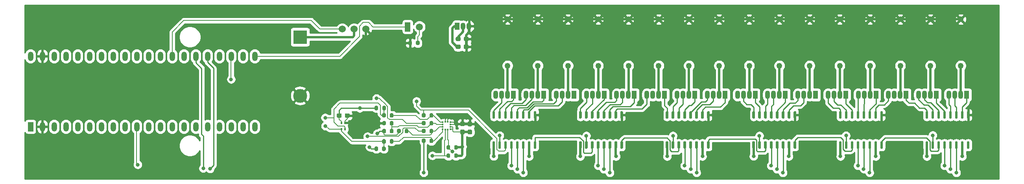
<source format=gbr>
G04 #@! TF.GenerationSoftware,KiCad,Pcbnew,(5.1.12)-1*
G04 #@! TF.CreationDate,2022-05-10T22:26:18-07:00*
G04 #@! TF.ProjectId,Spring2022,53707269-6e67-4323-9032-322e6b696361,rev?*
G04 #@! TF.SameCoordinates,PX3a2c940PY3fe56c0*
G04 #@! TF.FileFunction,Copper,L2,Bot*
G04 #@! TF.FilePolarity,Positive*
%FSLAX46Y46*%
G04 Gerber Fmt 4.6, Leading zero omitted, Abs format (unit mm)*
G04 Created by KiCad (PCBNEW (5.1.12)-1) date 2022-05-10 22:26:18*
%MOMM*%
%LPD*%
G01*
G04 APERTURE LIST*
G04 #@! TA.AperFunction,SMDPad,CuDef*
%ADD10R,0.381000X0.355600*%
G04 #@! TD*
G04 #@! TA.AperFunction,SMDPad,CuDef*
%ADD11R,0.355600X0.381000*%
G04 #@! TD*
G04 #@! TA.AperFunction,SMDPad,CuDef*
%ADD12R,0.300000X0.500000*%
G04 #@! TD*
G04 #@! TA.AperFunction,ComponentPad*
%ADD13R,1.070000X1.500000*%
G04 #@! TD*
G04 #@! TA.AperFunction,ComponentPad*
%ADD14O,1.070000X1.500000*%
G04 #@! TD*
G04 #@! TA.AperFunction,ComponentPad*
%ADD15C,1.524000*%
G04 #@! TD*
G04 #@! TA.AperFunction,ComponentPad*
%ADD16C,1.500000*%
G04 #@! TD*
G04 #@! TA.AperFunction,ComponentPad*
%ADD17R,1.200000X2.000000*%
G04 #@! TD*
G04 #@! TA.AperFunction,ComponentPad*
%ADD18C,1.250000*%
G04 #@! TD*
G04 #@! TA.AperFunction,ComponentPad*
%ADD19C,3.000000*%
G04 #@! TD*
G04 #@! TA.AperFunction,ComponentPad*
%ADD20R,3.000000X3.000000*%
G04 #@! TD*
G04 #@! TA.AperFunction,ComponentPad*
%ADD21O,1.200000X2.000000*%
G04 #@! TD*
G04 #@! TA.AperFunction,ComponentPad*
%ADD22R,1.070000X1.800000*%
G04 #@! TD*
G04 #@! TA.AperFunction,ComponentPad*
%ADD23O,1.070000X1.800000*%
G04 #@! TD*
G04 #@! TA.AperFunction,ViaPad*
%ADD24C,0.800000*%
G04 #@! TD*
G04 #@! TA.AperFunction,Conductor*
%ADD25C,0.500000*%
G04 #@! TD*
G04 #@! TA.AperFunction,Conductor*
%ADD26C,0.152400*%
G04 #@! TD*
G04 #@! TA.AperFunction,Conductor*
%ADD27C,0.250000*%
G04 #@! TD*
G04 #@! TA.AperFunction,Conductor*
%ADD28C,0.254000*%
G04 #@! TD*
G04 #@! TA.AperFunction,Conductor*
%ADD29C,0.100000*%
G04 #@! TD*
G04 APERTURE END LIST*
D10*
G04 #@! TO.P,U12,1*
G04 #@! TO.N,Net-(R20-Pad2)*
X90583100Y11479999D03*
G04 #@! TO.P,U12,2*
G04 #@! TO.N,Net-(R23-Pad2)*
X90583100Y11980000D03*
G04 #@! TO.P,U12,3*
G04 #@! TO.N,Net-(R22-Pad2)*
X90583100Y12480000D03*
G04 #@! TO.P,U12,4*
G04 #@! TO.N,Net-(R21-Pad2)*
X90583100Y12980001D03*
D11*
G04 #@! TO.P,U12,5*
G04 #@! TO.N,GND*
X91184000Y13080900D03*
G04 #@! TO.P,U12,6*
X91684000Y13080900D03*
D10*
G04 #@! TO.P,U12,7*
X92284900Y12980001D03*
G04 #@! TO.P,U12,8*
X92284900Y12480000D03*
G04 #@! TO.P,U12,9*
G04 #@! TO.N,+3V3*
X92284900Y11980000D03*
G04 #@! TO.P,U12,10*
X92284900Y11479999D03*
D11*
G04 #@! TO.P,U12,11*
G04 #@! TO.N,~INT2-ACC*
X91684000Y11379100D03*
G04 #@! TO.P,U12,12*
G04 #@! TO.N,~INT1-ACC*
X91184000Y11379100D03*
G04 #@! TD*
G04 #@! TO.P,U7,16*
G04 #@! TO.N,+4V*
G04 #@! TA.AperFunction,SMDPad,CuDef*
G36*
G01*
X101447500Y8850000D02*
X101722500Y8850000D01*
G75*
G02*
X101860000Y8712500I0J-137500D01*
G01*
X101860000Y7387500D01*
G75*
G02*
X101722500Y7250000I-137500J0D01*
G01*
X101447500Y7250000D01*
G75*
G02*
X101310000Y7387500I0J137500D01*
G01*
X101310000Y8712500D01*
G75*
G02*
X101447500Y8850000I137500J0D01*
G01*
G37*
G04 #@! TD.AperFunction*
G04 #@! TO.P,U7,15*
G04 #@! TO.N,Net-(D16-Pad4)*
G04 #@! TA.AperFunction,SMDPad,CuDef*
G36*
G01*
X102717500Y8850000D02*
X102992500Y8850000D01*
G75*
G02*
X103130000Y8712500I0J-137500D01*
G01*
X103130000Y7387500D01*
G75*
G02*
X102992500Y7250000I-137500J0D01*
G01*
X102717500Y7250000D01*
G75*
G02*
X102580000Y7387500I0J137500D01*
G01*
X102580000Y8712500D01*
G75*
G02*
X102717500Y8850000I137500J0D01*
G01*
G37*
G04 #@! TD.AperFunction*
G04 #@! TO.P,U7,14*
G04 #@! TO.N,MOSI*
G04 #@! TA.AperFunction,SMDPad,CuDef*
G36*
G01*
X103987500Y8850000D02*
X104262500Y8850000D01*
G75*
G02*
X104400000Y8712500I0J-137500D01*
G01*
X104400000Y7387500D01*
G75*
G02*
X104262500Y7250000I-137500J0D01*
G01*
X103987500Y7250000D01*
G75*
G02*
X103850000Y7387500I0J137500D01*
G01*
X103850000Y8712500D01*
G75*
G02*
X103987500Y8850000I137500J0D01*
G01*
G37*
G04 #@! TD.AperFunction*
G04 #@! TO.P,U7,13*
G04 #@! TO.N,~LED-OE*
G04 #@! TA.AperFunction,SMDPad,CuDef*
G36*
G01*
X105257500Y8850000D02*
X105532500Y8850000D01*
G75*
G02*
X105670000Y8712500I0J-137500D01*
G01*
X105670000Y7387500D01*
G75*
G02*
X105532500Y7250000I-137500J0D01*
G01*
X105257500Y7250000D01*
G75*
G02*
X105120000Y7387500I0J137500D01*
G01*
X105120000Y8712500D01*
G75*
G02*
X105257500Y8850000I137500J0D01*
G01*
G37*
G04 #@! TD.AperFunction*
G04 #@! TO.P,U7,12*
G04 #@! TO.N,DISPLAY-CLK*
G04 #@! TA.AperFunction,SMDPad,CuDef*
G36*
G01*
X106527500Y8850000D02*
X106802500Y8850000D01*
G75*
G02*
X106940000Y8712500I0J-137500D01*
G01*
X106940000Y7387500D01*
G75*
G02*
X106802500Y7250000I-137500J0D01*
G01*
X106527500Y7250000D01*
G75*
G02*
X106390000Y7387500I0J137500D01*
G01*
X106390000Y8712500D01*
G75*
G02*
X106527500Y8850000I137500J0D01*
G01*
G37*
G04 #@! TD.AperFunction*
G04 #@! TO.P,U7,11*
G04 #@! TO.N,SCK*
G04 #@! TA.AperFunction,SMDPad,CuDef*
G36*
G01*
X107797500Y8850000D02*
X108072500Y8850000D01*
G75*
G02*
X108210000Y8712500I0J-137500D01*
G01*
X108210000Y7387500D01*
G75*
G02*
X108072500Y7250000I-137500J0D01*
G01*
X107797500Y7250000D01*
G75*
G02*
X107660000Y7387500I0J137500D01*
G01*
X107660000Y8712500D01*
G75*
G02*
X107797500Y8850000I137500J0D01*
G01*
G37*
G04 #@! TD.AperFunction*
G04 #@! TO.P,U7,10*
G04 #@! TO.N,+4V*
G04 #@! TA.AperFunction,SMDPad,CuDef*
G36*
G01*
X109067500Y8850000D02*
X109342500Y8850000D01*
G75*
G02*
X109480000Y8712500I0J-137500D01*
G01*
X109480000Y7387500D01*
G75*
G02*
X109342500Y7250000I-137500J0D01*
G01*
X109067500Y7250000D01*
G75*
G02*
X108930000Y7387500I0J137500D01*
G01*
X108930000Y8712500D01*
G75*
G02*
X109067500Y8850000I137500J0D01*
G01*
G37*
G04 #@! TD.AperFunction*
G04 #@! TO.P,U7,9*
G04 #@! TO.N,Net-(U6-Pad14)*
G04 #@! TA.AperFunction,SMDPad,CuDef*
G36*
G01*
X110337500Y8850000D02*
X110612500Y8850000D01*
G75*
G02*
X110750000Y8712500I0J-137500D01*
G01*
X110750000Y7387500D01*
G75*
G02*
X110612500Y7250000I-137500J0D01*
G01*
X110337500Y7250000D01*
G75*
G02*
X110200000Y7387500I0J137500D01*
G01*
X110200000Y8712500D01*
G75*
G02*
X110337500Y8850000I137500J0D01*
G01*
G37*
G04 #@! TD.AperFunction*
G04 #@! TO.P,U7,8*
G04 #@! TO.N,GND*
G04 #@! TA.AperFunction,SMDPad,CuDef*
G36*
G01*
X110337500Y15350000D02*
X110612500Y15350000D01*
G75*
G02*
X110750000Y15212500I0J-137500D01*
G01*
X110750000Y13887500D01*
G75*
G02*
X110612500Y13750000I-137500J0D01*
G01*
X110337500Y13750000D01*
G75*
G02*
X110200000Y13887500I0J137500D01*
G01*
X110200000Y15212500D01*
G75*
G02*
X110337500Y15350000I137500J0D01*
G01*
G37*
G04 #@! TD.AperFunction*
G04 #@! TO.P,U7,7*
G04 #@! TO.N,Net-(D14-Pad3)*
G04 #@! TA.AperFunction,SMDPad,CuDef*
G36*
G01*
X109067500Y15350000D02*
X109342500Y15350000D01*
G75*
G02*
X109480000Y15212500I0J-137500D01*
G01*
X109480000Y13887500D01*
G75*
G02*
X109342500Y13750000I-137500J0D01*
G01*
X109067500Y13750000D01*
G75*
G02*
X108930000Y13887500I0J137500D01*
G01*
X108930000Y15212500D01*
G75*
G02*
X109067500Y15350000I137500J0D01*
G01*
G37*
G04 #@! TD.AperFunction*
G04 #@! TO.P,U7,6*
G04 #@! TO.N,Net-(D14-Pad4)*
G04 #@! TA.AperFunction,SMDPad,CuDef*
G36*
G01*
X107797500Y15350000D02*
X108072500Y15350000D01*
G75*
G02*
X108210000Y15212500I0J-137500D01*
G01*
X108210000Y13887500D01*
G75*
G02*
X108072500Y13750000I-137500J0D01*
G01*
X107797500Y13750000D01*
G75*
G02*
X107660000Y13887500I0J137500D01*
G01*
X107660000Y15212500D01*
G75*
G02*
X107797500Y15350000I137500J0D01*
G01*
G37*
G04 #@! TD.AperFunction*
G04 #@! TO.P,U7,5*
G04 #@! TO.N,Net-(D15-Pad1)*
G04 #@! TA.AperFunction,SMDPad,CuDef*
G36*
G01*
X106527500Y15350000D02*
X106802500Y15350000D01*
G75*
G02*
X106940000Y15212500I0J-137500D01*
G01*
X106940000Y13887500D01*
G75*
G02*
X106802500Y13750000I-137500J0D01*
G01*
X106527500Y13750000D01*
G75*
G02*
X106390000Y13887500I0J137500D01*
G01*
X106390000Y15212500D01*
G75*
G02*
X106527500Y15350000I137500J0D01*
G01*
G37*
G04 #@! TD.AperFunction*
G04 #@! TO.P,U7,4*
G04 #@! TO.N,Net-(D15-Pad3)*
G04 #@! TA.AperFunction,SMDPad,CuDef*
G36*
G01*
X105257500Y15350000D02*
X105532500Y15350000D01*
G75*
G02*
X105670000Y15212500I0J-137500D01*
G01*
X105670000Y13887500D01*
G75*
G02*
X105532500Y13750000I-137500J0D01*
G01*
X105257500Y13750000D01*
G75*
G02*
X105120000Y13887500I0J137500D01*
G01*
X105120000Y15212500D01*
G75*
G02*
X105257500Y15350000I137500J0D01*
G01*
G37*
G04 #@! TD.AperFunction*
G04 #@! TO.P,U7,3*
G04 #@! TO.N,Net-(D15-Pad4)*
G04 #@! TA.AperFunction,SMDPad,CuDef*
G36*
G01*
X103987500Y15350000D02*
X104262500Y15350000D01*
G75*
G02*
X104400000Y15212500I0J-137500D01*
G01*
X104400000Y13887500D01*
G75*
G02*
X104262500Y13750000I-137500J0D01*
G01*
X103987500Y13750000D01*
G75*
G02*
X103850000Y13887500I0J137500D01*
G01*
X103850000Y15212500D01*
G75*
G02*
X103987500Y15350000I137500J0D01*
G01*
G37*
G04 #@! TD.AperFunction*
G04 #@! TO.P,U7,2*
G04 #@! TO.N,Net-(D16-Pad1)*
G04 #@! TA.AperFunction,SMDPad,CuDef*
G36*
G01*
X102717500Y15350000D02*
X102992500Y15350000D01*
G75*
G02*
X103130000Y15212500I0J-137500D01*
G01*
X103130000Y13887500D01*
G75*
G02*
X102992500Y13750000I-137500J0D01*
G01*
X102717500Y13750000D01*
G75*
G02*
X102580000Y13887500I0J137500D01*
G01*
X102580000Y15212500D01*
G75*
G02*
X102717500Y15350000I137500J0D01*
G01*
G37*
G04 #@! TD.AperFunction*
G04 #@! TO.P,U7,1*
G04 #@! TO.N,Net-(D16-Pad3)*
G04 #@! TA.AperFunction,SMDPad,CuDef*
G36*
G01*
X101447500Y15350000D02*
X101722500Y15350000D01*
G75*
G02*
X101860000Y15212500I0J-137500D01*
G01*
X101860000Y13887500D01*
G75*
G02*
X101722500Y13750000I-137500J0D01*
G01*
X101447500Y13750000D01*
G75*
G02*
X101310000Y13887500I0J137500D01*
G01*
X101310000Y15212500D01*
G75*
G02*
X101447500Y15350000I137500J0D01*
G01*
G37*
G04 #@! TD.AperFunction*
G04 #@! TD*
G04 #@! TO.P,R30,2*
G04 #@! TO.N,Net-(R23-Pad2)*
G04 #@! TA.AperFunction,SMDPad,CuDef*
G36*
G01*
X82419000Y10775000D02*
X82419000Y11325000D01*
G75*
G02*
X82619000Y11525000I200000J0D01*
G01*
X83019000Y11525000D01*
G75*
G02*
X83219000Y11325000I0J-200000D01*
G01*
X83219000Y10775000D01*
G75*
G02*
X83019000Y10575000I-200000J0D01*
G01*
X82619000Y10575000D01*
G75*
G02*
X82419000Y10775000I0J200000D01*
G01*
G37*
G04 #@! TD.AperFunction*
G04 #@! TO.P,R30,1*
G04 #@! TO.N,+3V3*
G04 #@! TA.AperFunction,SMDPad,CuDef*
G36*
G01*
X80769000Y10775000D02*
X80769000Y11325000D01*
G75*
G02*
X80969000Y11525000I200000J0D01*
G01*
X81369000Y11525000D01*
G75*
G02*
X81569000Y11325000I0J-200000D01*
G01*
X81569000Y10775000D01*
G75*
G02*
X81369000Y10575000I-200000J0D01*
G01*
X80969000Y10575000D01*
G75*
G02*
X80769000Y10775000I0J200000D01*
G01*
G37*
G04 #@! TD.AperFunction*
G04 #@! TD*
D12*
G04 #@! TO.P,U11,1*
G04 #@! TO.N,I2C-SDA*
X69584000Y11450000D03*
G04 #@! TO.P,U11,2*
G04 #@! TO.N,I2C-SCK*
X68784000Y11450000D03*
G04 #@! TO.P,U11,3*
G04 #@! TO.N,+3V3*
X68784000Y12850000D03*
G04 #@! TO.P,U11,4*
G04 #@! TO.N,GND*
X69584000Y12850000D03*
G04 #@! TD*
D13*
G04 #@! TO.P,U10,1*
G04 #@! TO.N,+3V3*
X93716000Y33744000D03*
D14*
G04 #@! TO.P,U10,3*
G04 #@! TO.N,GND*
X96256000Y33744000D03*
G04 #@! TO.P,U10,2*
G04 #@! TO.N,TEMPERATURE*
X94986000Y33744000D03*
G04 #@! TD*
D15*
G04 #@! TO.P,U8,1*
G04 #@! TO.N,GND*
X74040000Y33100000D03*
G04 #@! TO.P,U8,3*
G04 #@! TO.N,IR-RX*
X68960000Y33100000D03*
G04 #@! TO.P,U8,2*
G04 #@! TO.N,+4V*
X71500000Y33100000D03*
G04 #@! TD*
G04 #@! TO.P,R29,2*
G04 #@! TO.N,~INT2-ACC*
G04 #@! TA.AperFunction,SMDPad,CuDef*
G36*
G01*
X92209000Y7805000D02*
X92209000Y7255000D01*
G75*
G02*
X92009000Y7055000I-200000J0D01*
G01*
X91609000Y7055000D01*
G75*
G02*
X91409000Y7255000I0J200000D01*
G01*
X91409000Y7805000D01*
G75*
G02*
X91609000Y8005000I200000J0D01*
G01*
X92009000Y8005000D01*
G75*
G02*
X92209000Y7805000I0J-200000D01*
G01*
G37*
G04 #@! TD.AperFunction*
G04 #@! TO.P,R29,1*
G04 #@! TO.N,+3V3*
G04 #@! TA.AperFunction,SMDPad,CuDef*
G36*
G01*
X93859000Y7805000D02*
X93859000Y7255000D01*
G75*
G02*
X93659000Y7055000I-200000J0D01*
G01*
X93259000Y7055000D01*
G75*
G02*
X93059000Y7255000I0J200000D01*
G01*
X93059000Y7805000D01*
G75*
G02*
X93259000Y8005000I200000J0D01*
G01*
X93659000Y8005000D01*
G75*
G02*
X93859000Y7805000I0J-200000D01*
G01*
G37*
G04 #@! TD.AperFunction*
G04 #@! TD*
G04 #@! TO.P,R28,2*
G04 #@! TO.N,~INT1-ACC*
G04 #@! TA.AperFunction,SMDPad,CuDef*
G36*
G01*
X92209000Y6005000D02*
X92209000Y5455000D01*
G75*
G02*
X92009000Y5255000I-200000J0D01*
G01*
X91609000Y5255000D01*
G75*
G02*
X91409000Y5455000I0J200000D01*
G01*
X91409000Y6005000D01*
G75*
G02*
X91609000Y6205000I200000J0D01*
G01*
X92009000Y6205000D01*
G75*
G02*
X92209000Y6005000I0J-200000D01*
G01*
G37*
G04 #@! TD.AperFunction*
G04 #@! TO.P,R28,1*
G04 #@! TO.N,+3V3*
G04 #@! TA.AperFunction,SMDPad,CuDef*
G36*
G01*
X93859000Y6005000D02*
X93859000Y5455000D01*
G75*
G02*
X93659000Y5255000I-200000J0D01*
G01*
X93259000Y5255000D01*
G75*
G02*
X93059000Y5455000I0J200000D01*
G01*
X93059000Y6005000D01*
G75*
G02*
X93259000Y6205000I200000J0D01*
G01*
X93659000Y6205000D01*
G75*
G02*
X93859000Y6005000I0J-200000D01*
G01*
G37*
G04 #@! TD.AperFunction*
G04 #@! TD*
G04 #@! TO.P,R27,2*
G04 #@! TO.N,Net-(R22-Pad2)*
G04 #@! TA.AperFunction,SMDPad,CuDef*
G36*
G01*
X79209000Y10775000D02*
X79209000Y11325000D01*
G75*
G02*
X79409000Y11525000I200000J0D01*
G01*
X79809000Y11525000D01*
G75*
G02*
X80009000Y11325000I0J-200000D01*
G01*
X80009000Y10775000D01*
G75*
G02*
X79809000Y10575000I-200000J0D01*
G01*
X79409000Y10575000D01*
G75*
G02*
X79209000Y10775000I0J200000D01*
G01*
G37*
G04 #@! TD.AperFunction*
G04 #@! TO.P,R27,1*
G04 #@! TO.N,+3V3*
G04 #@! TA.AperFunction,SMDPad,CuDef*
G36*
G01*
X77559000Y10775000D02*
X77559000Y11325000D01*
G75*
G02*
X77759000Y11525000I200000J0D01*
G01*
X78159000Y11525000D01*
G75*
G02*
X78359000Y11325000I0J-200000D01*
G01*
X78359000Y10775000D01*
G75*
G02*
X78159000Y10575000I-200000J0D01*
G01*
X77759000Y10575000D01*
G75*
G02*
X77559000Y10775000I0J200000D01*
G01*
G37*
G04 #@! TD.AperFunction*
G04 #@! TD*
G04 #@! TO.P,R26,2*
G04 #@! TO.N,Net-(R20-Pad2)*
G04 #@! TA.AperFunction,SMDPad,CuDef*
G36*
G01*
X79189000Y8555000D02*
X79189000Y9105000D01*
G75*
G02*
X79389000Y9305000I200000J0D01*
G01*
X79789000Y9305000D01*
G75*
G02*
X79989000Y9105000I0J-200000D01*
G01*
X79989000Y8555000D01*
G75*
G02*
X79789000Y8355000I-200000J0D01*
G01*
X79389000Y8355000D01*
G75*
G02*
X79189000Y8555000I0J200000D01*
G01*
G37*
G04 #@! TD.AperFunction*
G04 #@! TO.P,R26,1*
G04 #@! TO.N,I2C-SCK*
G04 #@! TA.AperFunction,SMDPad,CuDef*
G36*
G01*
X77539000Y8555000D02*
X77539000Y9105000D01*
G75*
G02*
X77739000Y9305000I200000J0D01*
G01*
X78139000Y9305000D01*
G75*
G02*
X78339000Y9105000I0J-200000D01*
G01*
X78339000Y8555000D01*
G75*
G02*
X78139000Y8355000I-200000J0D01*
G01*
X77739000Y8355000D01*
G75*
G02*
X77539000Y8555000I0J200000D01*
G01*
G37*
G04 #@! TD.AperFunction*
G04 #@! TD*
G04 #@! TO.P,R25,2*
G04 #@! TO.N,Net-(R21-Pad2)*
G04 #@! TA.AperFunction,SMDPad,CuDef*
G36*
G01*
X79209000Y14175000D02*
X79209000Y14725000D01*
G75*
G02*
X79409000Y14925000I200000J0D01*
G01*
X79809000Y14925000D01*
G75*
G02*
X80009000Y14725000I0J-200000D01*
G01*
X80009000Y14175000D01*
G75*
G02*
X79809000Y13975000I-200000J0D01*
G01*
X79409000Y13975000D01*
G75*
G02*
X79209000Y14175000I0J200000D01*
G01*
G37*
G04 #@! TD.AperFunction*
G04 #@! TO.P,R25,1*
G04 #@! TO.N,I2C-SDA*
G04 #@! TA.AperFunction,SMDPad,CuDef*
G36*
G01*
X77559000Y14175000D02*
X77559000Y14725000D01*
G75*
G02*
X77759000Y14925000I200000J0D01*
G01*
X78159000Y14925000D01*
G75*
G02*
X78359000Y14725000I0J-200000D01*
G01*
X78359000Y14175000D01*
G75*
G02*
X78159000Y13975000I-200000J0D01*
G01*
X77759000Y13975000D01*
G75*
G02*
X77559000Y14175000I0J200000D01*
G01*
G37*
G04 #@! TD.AperFunction*
G04 #@! TD*
G04 #@! TO.P,R24,2*
G04 #@! TO.N,GND*
G04 #@! TA.AperFunction,SMDPad,CuDef*
G36*
G01*
X78359000Y13025000D02*
X78359000Y12475000D01*
G75*
G02*
X78159000Y12275000I-200000J0D01*
G01*
X77759000Y12275000D01*
G75*
G02*
X77559000Y12475000I0J200000D01*
G01*
X77559000Y13025000D01*
G75*
G02*
X77759000Y13225000I200000J0D01*
G01*
X78159000Y13225000D01*
G75*
G02*
X78359000Y13025000I0J-200000D01*
G01*
G37*
G04 #@! TD.AperFunction*
G04 #@! TO.P,R24,1*
G04 #@! TO.N,Net-(R22-Pad2)*
G04 #@! TA.AperFunction,SMDPad,CuDef*
G36*
G01*
X80009000Y13025000D02*
X80009000Y12475000D01*
G75*
G02*
X79809000Y12275000I-200000J0D01*
G01*
X79409000Y12275000D01*
G75*
G02*
X79209000Y12475000I0J200000D01*
G01*
X79209000Y13025000D01*
G75*
G02*
X79409000Y13225000I200000J0D01*
G01*
X79809000Y13225000D01*
G75*
G02*
X80009000Y13025000I0J-200000D01*
G01*
G37*
G04 #@! TD.AperFunction*
G04 #@! TD*
G04 #@! TO.P,R23,2*
G04 #@! TO.N,Net-(R23-Pad2)*
G04 #@! TA.AperFunction,SMDPad,CuDef*
G36*
G01*
X87749000Y10775000D02*
X87749000Y11325000D01*
G75*
G02*
X87949000Y11525000I200000J0D01*
G01*
X88349000Y11525000D01*
G75*
G02*
X88549000Y11325000I0J-200000D01*
G01*
X88549000Y10775000D01*
G75*
G02*
X88349000Y10575000I-200000J0D01*
G01*
X87949000Y10575000D01*
G75*
G02*
X87749000Y10775000I0J200000D01*
G01*
G37*
G04 #@! TD.AperFunction*
G04 #@! TO.P,R23,1*
G04 #@! TO.N,~CS-ACC*
G04 #@! TA.AperFunction,SMDPad,CuDef*
G36*
G01*
X86099000Y10775000D02*
X86099000Y11325000D01*
G75*
G02*
X86299000Y11525000I200000J0D01*
G01*
X86699000Y11525000D01*
G75*
G02*
X86899000Y11325000I0J-200000D01*
G01*
X86899000Y10775000D01*
G75*
G02*
X86699000Y10575000I-200000J0D01*
G01*
X86299000Y10575000D01*
G75*
G02*
X86099000Y10775000I0J200000D01*
G01*
G37*
G04 #@! TD.AperFunction*
G04 #@! TD*
G04 #@! TO.P,R22,2*
G04 #@! TO.N,Net-(R22-Pad2)*
G04 #@! TA.AperFunction,SMDPad,CuDef*
G36*
G01*
X87749000Y12475000D02*
X87749000Y13025000D01*
G75*
G02*
X87949000Y13225000I200000J0D01*
G01*
X88349000Y13225000D01*
G75*
G02*
X88549000Y13025000I0J-200000D01*
G01*
X88549000Y12475000D01*
G75*
G02*
X88349000Y12275000I-200000J0D01*
G01*
X87949000Y12275000D01*
G75*
G02*
X87749000Y12475000I0J200000D01*
G01*
G37*
G04 #@! TD.AperFunction*
G04 #@! TO.P,R22,1*
G04 #@! TO.N,MISO*
G04 #@! TA.AperFunction,SMDPad,CuDef*
G36*
G01*
X86099000Y12475000D02*
X86099000Y13025000D01*
G75*
G02*
X86299000Y13225000I200000J0D01*
G01*
X86699000Y13225000D01*
G75*
G02*
X86899000Y13025000I0J-200000D01*
G01*
X86899000Y12475000D01*
G75*
G02*
X86699000Y12275000I-200000J0D01*
G01*
X86299000Y12275000D01*
G75*
G02*
X86099000Y12475000I0J200000D01*
G01*
G37*
G04 #@! TD.AperFunction*
G04 #@! TD*
G04 #@! TO.P,R21,2*
G04 #@! TO.N,Net-(R21-Pad2)*
G04 #@! TA.AperFunction,SMDPad,CuDef*
G36*
G01*
X87749000Y14175000D02*
X87749000Y14725000D01*
G75*
G02*
X87949000Y14925000I200000J0D01*
G01*
X88349000Y14925000D01*
G75*
G02*
X88549000Y14725000I0J-200000D01*
G01*
X88549000Y14175000D01*
G75*
G02*
X88349000Y13975000I-200000J0D01*
G01*
X87949000Y13975000D01*
G75*
G02*
X87749000Y14175000I0J200000D01*
G01*
G37*
G04 #@! TD.AperFunction*
G04 #@! TO.P,R21,1*
G04 #@! TO.N,MOSI*
G04 #@! TA.AperFunction,SMDPad,CuDef*
G36*
G01*
X86099000Y14175000D02*
X86099000Y14725000D01*
G75*
G02*
X86299000Y14925000I200000J0D01*
G01*
X86699000Y14925000D01*
G75*
G02*
X86899000Y14725000I0J-200000D01*
G01*
X86899000Y14175000D01*
G75*
G02*
X86699000Y13975000I-200000J0D01*
G01*
X86299000Y13975000D01*
G75*
G02*
X86099000Y14175000I0J200000D01*
G01*
G37*
G04 #@! TD.AperFunction*
G04 #@! TD*
G04 #@! TO.P,R20,2*
G04 #@! TO.N,Net-(R20-Pad2)*
G04 #@! TA.AperFunction,SMDPad,CuDef*
G36*
G01*
X87749000Y8687000D02*
X87749000Y9237000D01*
G75*
G02*
X87949000Y9437000I200000J0D01*
G01*
X88349000Y9437000D01*
G75*
G02*
X88549000Y9237000I0J-200000D01*
G01*
X88549000Y8687000D01*
G75*
G02*
X88349000Y8487000I-200000J0D01*
G01*
X87949000Y8487000D01*
G75*
G02*
X87749000Y8687000I0J200000D01*
G01*
G37*
G04 #@! TD.AperFunction*
G04 #@! TO.P,R20,1*
G04 #@! TO.N,SCK*
G04 #@! TA.AperFunction,SMDPad,CuDef*
G36*
G01*
X86099000Y8687000D02*
X86099000Y9237000D01*
G75*
G02*
X86299000Y9437000I200000J0D01*
G01*
X86699000Y9437000D01*
G75*
G02*
X86899000Y9237000I0J-200000D01*
G01*
X86899000Y8687000D01*
G75*
G02*
X86699000Y8487000I-200000J0D01*
G01*
X86299000Y8487000D01*
G75*
G02*
X86099000Y8687000I0J200000D01*
G01*
G37*
G04 #@! TD.AperFunction*
G04 #@! TD*
G04 #@! TO.P,R19,2*
G04 #@! TO.N,GND*
G04 #@! TA.AperFunction,SMDPad,CuDef*
G36*
G01*
X83975000Y30375000D02*
X83975000Y29825000D01*
G75*
G02*
X83775000Y29625000I-200000J0D01*
G01*
X83375000Y29625000D01*
G75*
G02*
X83175000Y29825000I0J200000D01*
G01*
X83175000Y30375000D01*
G75*
G02*
X83375000Y30575000I200000J0D01*
G01*
X83775000Y30575000D01*
G75*
G02*
X83975000Y30375000I0J-200000D01*
G01*
G37*
G04 #@! TD.AperFunction*
G04 #@! TO.P,R19,1*
G04 #@! TO.N,Net-(LED11-Pad2)*
G04 #@! TA.AperFunction,SMDPad,CuDef*
G36*
G01*
X85625000Y30375000D02*
X85625000Y29825000D01*
G75*
G02*
X85425000Y29625000I-200000J0D01*
G01*
X85025000Y29625000D01*
G75*
G02*
X84825000Y29825000I0J200000D01*
G01*
X84825000Y30375000D01*
G75*
G02*
X85025000Y30575000I200000J0D01*
G01*
X85425000Y30575000D01*
G75*
G02*
X85625000Y30375000I0J-200000D01*
G01*
G37*
G04 #@! TD.AperFunction*
G04 #@! TD*
G04 #@! TO.P,R18,2*
G04 #@! TO.N,I2C-SDA*
G04 #@! TA.AperFunction,SMDPad,CuDef*
G36*
G01*
X77565000Y15765000D02*
X77565000Y16315000D01*
G75*
G02*
X77765000Y16515000I200000J0D01*
G01*
X78165000Y16515000D01*
G75*
G02*
X78365000Y16315000I0J-200000D01*
G01*
X78365000Y15765000D01*
G75*
G02*
X78165000Y15565000I-200000J0D01*
G01*
X77765000Y15565000D01*
G75*
G02*
X77565000Y15765000I0J200000D01*
G01*
G37*
G04 #@! TD.AperFunction*
G04 #@! TO.P,R18,1*
G04 #@! TO.N,+3V3*
G04 #@! TA.AperFunction,SMDPad,CuDef*
G36*
G01*
X75915000Y15765000D02*
X75915000Y16315000D01*
G75*
G02*
X76115000Y16515000I200000J0D01*
G01*
X76515000Y16515000D01*
G75*
G02*
X76715000Y16315000I0J-200000D01*
G01*
X76715000Y15765000D01*
G75*
G02*
X76515000Y15565000I-200000J0D01*
G01*
X76115000Y15565000D01*
G75*
G02*
X75915000Y15765000I0J200000D01*
G01*
G37*
G04 #@! TD.AperFunction*
G04 #@! TD*
G04 #@! TO.P,R17,2*
G04 #@! TO.N,I2C-SCK*
G04 #@! TA.AperFunction,SMDPad,CuDef*
G36*
G01*
X77535000Y6955000D02*
X77535000Y7505000D01*
G75*
G02*
X77735000Y7705000I200000J0D01*
G01*
X78135000Y7705000D01*
G75*
G02*
X78335000Y7505000I0J-200000D01*
G01*
X78335000Y6955000D01*
G75*
G02*
X78135000Y6755000I-200000J0D01*
G01*
X77735000Y6755000D01*
G75*
G02*
X77535000Y6955000I0J200000D01*
G01*
G37*
G04 #@! TD.AperFunction*
G04 #@! TO.P,R17,1*
G04 #@! TO.N,+3V3*
G04 #@! TA.AperFunction,SMDPad,CuDef*
G36*
G01*
X75885000Y6955000D02*
X75885000Y7505000D01*
G75*
G02*
X76085000Y7705000I200000J0D01*
G01*
X76485000Y7705000D01*
G75*
G02*
X76685000Y7505000I0J-200000D01*
G01*
X76685000Y6955000D01*
G75*
G02*
X76485000Y6755000I-200000J0D01*
G01*
X76085000Y6755000D01*
G75*
G02*
X75885000Y6955000I0J200000D01*
G01*
G37*
G04 #@! TD.AperFunction*
G04 #@! TD*
D16*
G04 #@! TO.P,LED11,2*
G04 #@! TO.N,Net-(LED11-Pad2)*
X85570000Y33600000D03*
D17*
G04 #@! TO.P,LED11,1*
G04 #@! TO.N,IR-TX*
X83030000Y33600000D03*
G04 #@! TD*
G04 #@! TO.P,C5,1*
G04 #@! TO.N,+3V3*
G04 #@! TA.AperFunction,SMDPad,CuDef*
G36*
G01*
X96671500Y10330000D02*
X96196500Y10330000D01*
G75*
G02*
X95959000Y10567500I0J237500D01*
G01*
X95959000Y11142500D01*
G75*
G02*
X96196500Y11380000I237500J0D01*
G01*
X96671500Y11380000D01*
G75*
G02*
X96909000Y11142500I0J-237500D01*
G01*
X96909000Y10567500D01*
G75*
G02*
X96671500Y10330000I-237500J0D01*
G01*
G37*
G04 #@! TD.AperFunction*
G04 #@! TO.P,C5,2*
G04 #@! TO.N,GND*
G04 #@! TA.AperFunction,SMDPad,CuDef*
G36*
G01*
X96671500Y12080000D02*
X96196500Y12080000D01*
G75*
G02*
X95959000Y12317500I0J237500D01*
G01*
X95959000Y12892500D01*
G75*
G02*
X96196500Y13130000I237500J0D01*
G01*
X96671500Y13130000D01*
G75*
G02*
X96909000Y12892500I0J-237500D01*
G01*
X96909000Y12317500D01*
G75*
G02*
X96671500Y12080000I-237500J0D01*
G01*
G37*
G04 #@! TD.AperFunction*
G04 #@! TD*
G04 #@! TO.P,C4,1*
G04 #@! TO.N,+3V3*
G04 #@! TA.AperFunction,SMDPad,CuDef*
G36*
G01*
X95071500Y10355000D02*
X94596500Y10355000D01*
G75*
G02*
X94359000Y10592500I0J237500D01*
G01*
X94359000Y11167500D01*
G75*
G02*
X94596500Y11405000I237500J0D01*
G01*
X95071500Y11405000D01*
G75*
G02*
X95309000Y11167500I0J-237500D01*
G01*
X95309000Y10592500D01*
G75*
G02*
X95071500Y10355000I-237500J0D01*
G01*
G37*
G04 #@! TD.AperFunction*
G04 #@! TO.P,C4,2*
G04 #@! TO.N,GND*
G04 #@! TA.AperFunction,SMDPad,CuDef*
G36*
G01*
X95071500Y12105000D02*
X94596500Y12105000D01*
G75*
G02*
X94359000Y12342500I0J237500D01*
G01*
X94359000Y12917500D01*
G75*
G02*
X94596500Y13155000I237500J0D01*
G01*
X95071500Y13155000D01*
G75*
G02*
X95309000Y12917500I0J-237500D01*
G01*
X95309000Y12342500D01*
G75*
G02*
X95071500Y12105000I-237500J0D01*
G01*
G37*
G04 #@! TD.AperFunction*
G04 #@! TD*
G04 #@! TO.P,C3,1*
G04 #@! TO.N,+3V3*
G04 #@! TA.AperFunction,SMDPad,CuDef*
G36*
G01*
X67780000Y14172500D02*
X67780000Y14647500D01*
G75*
G02*
X68017500Y14885000I237500J0D01*
G01*
X68592500Y14885000D01*
G75*
G02*
X68830000Y14647500I0J-237500D01*
G01*
X68830000Y14172500D01*
G75*
G02*
X68592500Y13935000I-237500J0D01*
G01*
X68017500Y13935000D01*
G75*
G02*
X67780000Y14172500I0J237500D01*
G01*
G37*
G04 #@! TD.AperFunction*
G04 #@! TO.P,C3,2*
G04 #@! TO.N,GND*
G04 #@! TA.AperFunction,SMDPad,CuDef*
G36*
G01*
X69530000Y14172500D02*
X69530000Y14647500D01*
G75*
G02*
X69767500Y14885000I237500J0D01*
G01*
X70342500Y14885000D01*
G75*
G02*
X70580000Y14647500I0J-237500D01*
G01*
X70580000Y14172500D01*
G75*
G02*
X70342500Y13935000I-237500J0D01*
G01*
X69767500Y13935000D01*
G75*
G02*
X69530000Y14172500I0J237500D01*
G01*
G37*
G04 #@! TD.AperFunction*
G04 #@! TD*
G04 #@! TO.P,C2,1*
G04 #@! TO.N,TEMPERATURE*
G04 #@! TA.AperFunction,SMDPad,CuDef*
G36*
G01*
X93396000Y30746500D02*
X93396000Y31221500D01*
G75*
G02*
X93633500Y31459000I237500J0D01*
G01*
X94208500Y31459000D01*
G75*
G02*
X94446000Y31221500I0J-237500D01*
G01*
X94446000Y30746500D01*
G75*
G02*
X94208500Y30509000I-237500J0D01*
G01*
X93633500Y30509000D01*
G75*
G02*
X93396000Y30746500I0J237500D01*
G01*
G37*
G04 #@! TD.AperFunction*
G04 #@! TO.P,C2,2*
G04 #@! TO.N,GND*
G04 #@! TA.AperFunction,SMDPad,CuDef*
G36*
G01*
X95146000Y30746500D02*
X95146000Y31221500D01*
G75*
G02*
X95383500Y31459000I237500J0D01*
G01*
X95958500Y31459000D01*
G75*
G02*
X96196000Y31221500I0J-237500D01*
G01*
X96196000Y30746500D01*
G75*
G02*
X95958500Y30509000I-237500J0D01*
G01*
X95383500Y30509000D01*
G75*
G02*
X95146000Y30746500I0J237500D01*
G01*
G37*
G04 #@! TD.AperFunction*
G04 #@! TD*
G04 #@! TO.P,C1,1*
G04 #@! TO.N,+3V3*
G04 #@! TA.AperFunction,SMDPad,CuDef*
G36*
G01*
X93376000Y29056500D02*
X93376000Y29531500D01*
G75*
G02*
X93613500Y29769000I237500J0D01*
G01*
X94188500Y29769000D01*
G75*
G02*
X94426000Y29531500I0J-237500D01*
G01*
X94426000Y29056500D01*
G75*
G02*
X94188500Y28819000I-237500J0D01*
G01*
X93613500Y28819000D01*
G75*
G02*
X93376000Y29056500I0J237500D01*
G01*
G37*
G04 #@! TD.AperFunction*
G04 #@! TO.P,C1,2*
G04 #@! TO.N,GND*
G04 #@! TA.AperFunction,SMDPad,CuDef*
G36*
G01*
X95126000Y29056500D02*
X95126000Y29531500D01*
G75*
G02*
X95363500Y29769000I237500J0D01*
G01*
X95938500Y29769000D01*
G75*
G02*
X96176000Y29531500I0J-237500D01*
G01*
X96176000Y29056500D01*
G75*
G02*
X95938500Y28819000I-237500J0D01*
G01*
X95363500Y28819000D01*
G75*
G02*
X95126000Y29056500I0J237500D01*
G01*
G37*
G04 #@! TD.AperFunction*
G04 #@! TD*
D18*
G04 #@! TO.P,R16,2*
G04 #@! TO.N,Net-(D16-Pad2)*
X104539200Y25216000D03*
G04 #@! TO.P,R16,1*
G04 #@! TO.N,GND*
X104539200Y35216000D03*
G04 #@! TD*
G04 #@! TO.P,R15,2*
G04 #@! TO.N,Net-(D15-Pad2)*
X111067000Y25216000D03*
G04 #@! TO.P,R15,1*
G04 #@! TO.N,GND*
X111067000Y35216000D03*
G04 #@! TD*
G04 #@! TO.P,R14,2*
G04 #@! TO.N,Net-(D14-Pad2)*
X117544000Y25216000D03*
G04 #@! TO.P,R14,1*
G04 #@! TO.N,GND*
X117544000Y35216000D03*
G04 #@! TD*
G04 #@! TO.P,R13,2*
G04 #@! TO.N,Net-(D13-Pad2)*
X124046400Y25216000D03*
G04 #@! TO.P,R13,1*
G04 #@! TO.N,GND*
X124046400Y35216000D03*
G04 #@! TD*
G04 #@! TO.P,R12,2*
G04 #@! TO.N,Net-(D12-Pad2)*
X130574200Y25216000D03*
G04 #@! TO.P,R12,1*
G04 #@! TO.N,GND*
X130574200Y35216000D03*
G04 #@! TD*
G04 #@! TO.P,R11,2*
G04 #@! TO.N,Net-(D11-Pad2)*
X137076600Y25216000D03*
G04 #@! TO.P,R11,1*
G04 #@! TO.N,GND*
X137076600Y35216000D03*
G04 #@! TD*
G04 #@! TO.P,R10,2*
G04 #@! TO.N,Net-(D10-Pad2)*
X143579000Y25216000D03*
G04 #@! TO.P,R10,1*
G04 #@! TO.N,GND*
X143579000Y35216000D03*
G04 #@! TD*
G04 #@! TO.P,R9,2*
G04 #@! TO.N,Net-(D9-Pad2)*
X150081400Y25216000D03*
G04 #@! TO.P,R9,1*
G04 #@! TO.N,GND*
X150081400Y35216000D03*
G04 #@! TD*
G04 #@! TO.P,R8,2*
G04 #@! TO.N,Net-(D8-Pad2)*
X156558400Y25216000D03*
G04 #@! TO.P,R8,1*
G04 #@! TO.N,GND*
X156558400Y35216000D03*
G04 #@! TD*
G04 #@! TO.P,R7,2*
G04 #@! TO.N,Net-(D7-Pad2)*
X163060800Y25216000D03*
G04 #@! TO.P,R7,1*
G04 #@! TO.N,GND*
X163060800Y35216000D03*
G04 #@! TD*
G04 #@! TO.P,R6,2*
G04 #@! TO.N,Net-(D6-Pad2)*
X169563200Y25216000D03*
G04 #@! TO.P,R6,1*
G04 #@! TO.N,GND*
X169563200Y35216000D03*
G04 #@! TD*
G04 #@! TO.P,R5,2*
G04 #@! TO.N,Net-(D5-Pad2)*
X176040200Y25216000D03*
G04 #@! TO.P,R5,1*
G04 #@! TO.N,GND*
X176040200Y35216000D03*
G04 #@! TD*
G04 #@! TO.P,R4,2*
G04 #@! TO.N,Net-(D4-Pad2)*
X182568000Y25216000D03*
G04 #@! TO.P,R4,1*
G04 #@! TO.N,GND*
X182568000Y35216000D03*
G04 #@! TD*
G04 #@! TO.P,R3,2*
G04 #@! TO.N,Net-(D3-Pad2)*
X189070400Y25216000D03*
G04 #@! TO.P,R3,1*
G04 #@! TO.N,GND*
X189070400Y35216000D03*
G04 #@! TD*
G04 #@! TO.P,R2,2*
G04 #@! TO.N,Net-(D2-Pad2)*
X195572800Y25216000D03*
G04 #@! TO.P,R2,1*
G04 #@! TO.N,GND*
X195572800Y35216000D03*
G04 #@! TD*
G04 #@! TO.P,R1,2*
G04 #@! TO.N,Net-(D1-Pad2)*
X202075200Y25216000D03*
G04 #@! TO.P,R1,1*
G04 #@! TO.N,GND*
X202075200Y35216000D03*
G04 #@! TD*
D19*
G04 #@! TO.P,BT1,2*
G04 #@! TO.N,GND*
X59900000Y18700000D03*
D20*
G04 #@! TO.P,BT1,1*
G04 #@! TO.N,+4V*
X59900000Y31400000D03*
G04 #@! TD*
G04 #@! TO.P,U6,16*
G04 #@! TO.N,+4V*
G04 #@! TA.AperFunction,SMDPad,CuDef*
G36*
G01*
X120087500Y8850000D02*
X120362500Y8850000D01*
G75*
G02*
X120500000Y8712500I0J-137500D01*
G01*
X120500000Y7387500D01*
G75*
G02*
X120362500Y7250000I-137500J0D01*
G01*
X120087500Y7250000D01*
G75*
G02*
X119950000Y7387500I0J137500D01*
G01*
X119950000Y8712500D01*
G75*
G02*
X120087500Y8850000I137500J0D01*
G01*
G37*
G04 #@! TD.AperFunction*
G04 #@! TO.P,U6,15*
G04 #@! TO.N,Net-(D14-Pad1)*
G04 #@! TA.AperFunction,SMDPad,CuDef*
G36*
G01*
X121357500Y8850000D02*
X121632500Y8850000D01*
G75*
G02*
X121770000Y8712500I0J-137500D01*
G01*
X121770000Y7387500D01*
G75*
G02*
X121632500Y7250000I-137500J0D01*
G01*
X121357500Y7250000D01*
G75*
G02*
X121220000Y7387500I0J137500D01*
G01*
X121220000Y8712500D01*
G75*
G02*
X121357500Y8850000I137500J0D01*
G01*
G37*
G04 #@! TD.AperFunction*
G04 #@! TO.P,U6,14*
G04 #@! TO.N,Net-(U6-Pad14)*
G04 #@! TA.AperFunction,SMDPad,CuDef*
G36*
G01*
X122627500Y8850000D02*
X122902500Y8850000D01*
G75*
G02*
X123040000Y8712500I0J-137500D01*
G01*
X123040000Y7387500D01*
G75*
G02*
X122902500Y7250000I-137500J0D01*
G01*
X122627500Y7250000D01*
G75*
G02*
X122490000Y7387500I0J137500D01*
G01*
X122490000Y8712500D01*
G75*
G02*
X122627500Y8850000I137500J0D01*
G01*
G37*
G04 #@! TD.AperFunction*
G04 #@! TO.P,U6,13*
G04 #@! TO.N,~LED-OE*
G04 #@! TA.AperFunction,SMDPad,CuDef*
G36*
G01*
X123897500Y8850000D02*
X124172500Y8850000D01*
G75*
G02*
X124310000Y8712500I0J-137500D01*
G01*
X124310000Y7387500D01*
G75*
G02*
X124172500Y7250000I-137500J0D01*
G01*
X123897500Y7250000D01*
G75*
G02*
X123760000Y7387500I0J137500D01*
G01*
X123760000Y8712500D01*
G75*
G02*
X123897500Y8850000I137500J0D01*
G01*
G37*
G04 #@! TD.AperFunction*
G04 #@! TO.P,U6,12*
G04 #@! TO.N,DISPLAY-CLK*
G04 #@! TA.AperFunction,SMDPad,CuDef*
G36*
G01*
X125167500Y8850000D02*
X125442500Y8850000D01*
G75*
G02*
X125580000Y8712500I0J-137500D01*
G01*
X125580000Y7387500D01*
G75*
G02*
X125442500Y7250000I-137500J0D01*
G01*
X125167500Y7250000D01*
G75*
G02*
X125030000Y7387500I0J137500D01*
G01*
X125030000Y8712500D01*
G75*
G02*
X125167500Y8850000I137500J0D01*
G01*
G37*
G04 #@! TD.AperFunction*
G04 #@! TO.P,U6,11*
G04 #@! TO.N,SCK*
G04 #@! TA.AperFunction,SMDPad,CuDef*
G36*
G01*
X126437500Y8850000D02*
X126712500Y8850000D01*
G75*
G02*
X126850000Y8712500I0J-137500D01*
G01*
X126850000Y7387500D01*
G75*
G02*
X126712500Y7250000I-137500J0D01*
G01*
X126437500Y7250000D01*
G75*
G02*
X126300000Y7387500I0J137500D01*
G01*
X126300000Y8712500D01*
G75*
G02*
X126437500Y8850000I137500J0D01*
G01*
G37*
G04 #@! TD.AperFunction*
G04 #@! TO.P,U6,10*
G04 #@! TO.N,+4V*
G04 #@! TA.AperFunction,SMDPad,CuDef*
G36*
G01*
X127707500Y8850000D02*
X127982500Y8850000D01*
G75*
G02*
X128120000Y8712500I0J-137500D01*
G01*
X128120000Y7387500D01*
G75*
G02*
X127982500Y7250000I-137500J0D01*
G01*
X127707500Y7250000D01*
G75*
G02*
X127570000Y7387500I0J137500D01*
G01*
X127570000Y8712500D01*
G75*
G02*
X127707500Y8850000I137500J0D01*
G01*
G37*
G04 #@! TD.AperFunction*
G04 #@! TO.P,U6,9*
G04 #@! TO.N,Net-(U5-Pad14)*
G04 #@! TA.AperFunction,SMDPad,CuDef*
G36*
G01*
X128977500Y8850000D02*
X129252500Y8850000D01*
G75*
G02*
X129390000Y8712500I0J-137500D01*
G01*
X129390000Y7387500D01*
G75*
G02*
X129252500Y7250000I-137500J0D01*
G01*
X128977500Y7250000D01*
G75*
G02*
X128840000Y7387500I0J137500D01*
G01*
X128840000Y8712500D01*
G75*
G02*
X128977500Y8850000I137500J0D01*
G01*
G37*
G04 #@! TD.AperFunction*
G04 #@! TO.P,U6,8*
G04 #@! TO.N,GND*
G04 #@! TA.AperFunction,SMDPad,CuDef*
G36*
G01*
X128977500Y15350000D02*
X129252500Y15350000D01*
G75*
G02*
X129390000Y15212500I0J-137500D01*
G01*
X129390000Y13887500D01*
G75*
G02*
X129252500Y13750000I-137500J0D01*
G01*
X128977500Y13750000D01*
G75*
G02*
X128840000Y13887500I0J137500D01*
G01*
X128840000Y15212500D01*
G75*
G02*
X128977500Y15350000I137500J0D01*
G01*
G37*
G04 #@! TD.AperFunction*
G04 #@! TO.P,U6,7*
G04 #@! TO.N,Net-(D11-Pad4)*
G04 #@! TA.AperFunction,SMDPad,CuDef*
G36*
G01*
X127707500Y15350000D02*
X127982500Y15350000D01*
G75*
G02*
X128120000Y15212500I0J-137500D01*
G01*
X128120000Y13887500D01*
G75*
G02*
X127982500Y13750000I-137500J0D01*
G01*
X127707500Y13750000D01*
G75*
G02*
X127570000Y13887500I0J137500D01*
G01*
X127570000Y15212500D01*
G75*
G02*
X127707500Y15350000I137500J0D01*
G01*
G37*
G04 #@! TD.AperFunction*
G04 #@! TO.P,U6,6*
G04 #@! TO.N,Net-(D12-Pad1)*
G04 #@! TA.AperFunction,SMDPad,CuDef*
G36*
G01*
X126437500Y15350000D02*
X126712500Y15350000D01*
G75*
G02*
X126850000Y15212500I0J-137500D01*
G01*
X126850000Y13887500D01*
G75*
G02*
X126712500Y13750000I-137500J0D01*
G01*
X126437500Y13750000D01*
G75*
G02*
X126300000Y13887500I0J137500D01*
G01*
X126300000Y15212500D01*
G75*
G02*
X126437500Y15350000I137500J0D01*
G01*
G37*
G04 #@! TD.AperFunction*
G04 #@! TO.P,U6,5*
G04 #@! TO.N,Net-(D12-Pad3)*
G04 #@! TA.AperFunction,SMDPad,CuDef*
G36*
G01*
X125167500Y15350000D02*
X125442500Y15350000D01*
G75*
G02*
X125580000Y15212500I0J-137500D01*
G01*
X125580000Y13887500D01*
G75*
G02*
X125442500Y13750000I-137500J0D01*
G01*
X125167500Y13750000D01*
G75*
G02*
X125030000Y13887500I0J137500D01*
G01*
X125030000Y15212500D01*
G75*
G02*
X125167500Y15350000I137500J0D01*
G01*
G37*
G04 #@! TD.AperFunction*
G04 #@! TO.P,U6,4*
G04 #@! TO.N,Net-(D12-Pad4)*
G04 #@! TA.AperFunction,SMDPad,CuDef*
G36*
G01*
X123897500Y15350000D02*
X124172500Y15350000D01*
G75*
G02*
X124310000Y15212500I0J-137500D01*
G01*
X124310000Y13887500D01*
G75*
G02*
X124172500Y13750000I-137500J0D01*
G01*
X123897500Y13750000D01*
G75*
G02*
X123760000Y13887500I0J137500D01*
G01*
X123760000Y15212500D01*
G75*
G02*
X123897500Y15350000I137500J0D01*
G01*
G37*
G04 #@! TD.AperFunction*
G04 #@! TO.P,U6,3*
G04 #@! TO.N,Net-(D13-Pad1)*
G04 #@! TA.AperFunction,SMDPad,CuDef*
G36*
G01*
X122627500Y15350000D02*
X122902500Y15350000D01*
G75*
G02*
X123040000Y15212500I0J-137500D01*
G01*
X123040000Y13887500D01*
G75*
G02*
X122902500Y13750000I-137500J0D01*
G01*
X122627500Y13750000D01*
G75*
G02*
X122490000Y13887500I0J137500D01*
G01*
X122490000Y15212500D01*
G75*
G02*
X122627500Y15350000I137500J0D01*
G01*
G37*
G04 #@! TD.AperFunction*
G04 #@! TO.P,U6,2*
G04 #@! TO.N,Net-(D13-Pad3)*
G04 #@! TA.AperFunction,SMDPad,CuDef*
G36*
G01*
X121357500Y15350000D02*
X121632500Y15350000D01*
G75*
G02*
X121770000Y15212500I0J-137500D01*
G01*
X121770000Y13887500D01*
G75*
G02*
X121632500Y13750000I-137500J0D01*
G01*
X121357500Y13750000D01*
G75*
G02*
X121220000Y13887500I0J137500D01*
G01*
X121220000Y15212500D01*
G75*
G02*
X121357500Y15350000I137500J0D01*
G01*
G37*
G04 #@! TD.AperFunction*
G04 #@! TO.P,U6,1*
G04 #@! TO.N,Net-(D13-Pad4)*
G04 #@! TA.AperFunction,SMDPad,CuDef*
G36*
G01*
X120087500Y15350000D02*
X120362500Y15350000D01*
G75*
G02*
X120500000Y15212500I0J-137500D01*
G01*
X120500000Y13887500D01*
G75*
G02*
X120362500Y13750000I-137500J0D01*
G01*
X120087500Y13750000D01*
G75*
G02*
X119950000Y13887500I0J137500D01*
G01*
X119950000Y15212500D01*
G75*
G02*
X120087500Y15350000I137500J0D01*
G01*
G37*
G04 #@! TD.AperFunction*
G04 #@! TD*
G04 #@! TO.P,U5,16*
G04 #@! TO.N,+4V*
G04 #@! TA.AperFunction,SMDPad,CuDef*
G36*
G01*
X138727500Y8850000D02*
X139002500Y8850000D01*
G75*
G02*
X139140000Y8712500I0J-137500D01*
G01*
X139140000Y7387500D01*
G75*
G02*
X139002500Y7250000I-137500J0D01*
G01*
X138727500Y7250000D01*
G75*
G02*
X138590000Y7387500I0J137500D01*
G01*
X138590000Y8712500D01*
G75*
G02*
X138727500Y8850000I137500J0D01*
G01*
G37*
G04 #@! TD.AperFunction*
G04 #@! TO.P,U5,15*
G04 #@! TO.N,Net-(D11-Pad3)*
G04 #@! TA.AperFunction,SMDPad,CuDef*
G36*
G01*
X139997500Y8850000D02*
X140272500Y8850000D01*
G75*
G02*
X140410000Y8712500I0J-137500D01*
G01*
X140410000Y7387500D01*
G75*
G02*
X140272500Y7250000I-137500J0D01*
G01*
X139997500Y7250000D01*
G75*
G02*
X139860000Y7387500I0J137500D01*
G01*
X139860000Y8712500D01*
G75*
G02*
X139997500Y8850000I137500J0D01*
G01*
G37*
G04 #@! TD.AperFunction*
G04 #@! TO.P,U5,14*
G04 #@! TO.N,Net-(U5-Pad14)*
G04 #@! TA.AperFunction,SMDPad,CuDef*
G36*
G01*
X141267500Y8850000D02*
X141542500Y8850000D01*
G75*
G02*
X141680000Y8712500I0J-137500D01*
G01*
X141680000Y7387500D01*
G75*
G02*
X141542500Y7250000I-137500J0D01*
G01*
X141267500Y7250000D01*
G75*
G02*
X141130000Y7387500I0J137500D01*
G01*
X141130000Y8712500D01*
G75*
G02*
X141267500Y8850000I137500J0D01*
G01*
G37*
G04 #@! TD.AperFunction*
G04 #@! TO.P,U5,13*
G04 #@! TO.N,~LED-OE*
G04 #@! TA.AperFunction,SMDPad,CuDef*
G36*
G01*
X142537500Y8850000D02*
X142812500Y8850000D01*
G75*
G02*
X142950000Y8712500I0J-137500D01*
G01*
X142950000Y7387500D01*
G75*
G02*
X142812500Y7250000I-137500J0D01*
G01*
X142537500Y7250000D01*
G75*
G02*
X142400000Y7387500I0J137500D01*
G01*
X142400000Y8712500D01*
G75*
G02*
X142537500Y8850000I137500J0D01*
G01*
G37*
G04 #@! TD.AperFunction*
G04 #@! TO.P,U5,12*
G04 #@! TO.N,DISPLAY-CLK*
G04 #@! TA.AperFunction,SMDPad,CuDef*
G36*
G01*
X143807500Y8850000D02*
X144082500Y8850000D01*
G75*
G02*
X144220000Y8712500I0J-137500D01*
G01*
X144220000Y7387500D01*
G75*
G02*
X144082500Y7250000I-137500J0D01*
G01*
X143807500Y7250000D01*
G75*
G02*
X143670000Y7387500I0J137500D01*
G01*
X143670000Y8712500D01*
G75*
G02*
X143807500Y8850000I137500J0D01*
G01*
G37*
G04 #@! TD.AperFunction*
G04 #@! TO.P,U5,11*
G04 #@! TO.N,SCK*
G04 #@! TA.AperFunction,SMDPad,CuDef*
G36*
G01*
X145077500Y8850000D02*
X145352500Y8850000D01*
G75*
G02*
X145490000Y8712500I0J-137500D01*
G01*
X145490000Y7387500D01*
G75*
G02*
X145352500Y7250000I-137500J0D01*
G01*
X145077500Y7250000D01*
G75*
G02*
X144940000Y7387500I0J137500D01*
G01*
X144940000Y8712500D01*
G75*
G02*
X145077500Y8850000I137500J0D01*
G01*
G37*
G04 #@! TD.AperFunction*
G04 #@! TO.P,U5,10*
G04 #@! TO.N,+4V*
G04 #@! TA.AperFunction,SMDPad,CuDef*
G36*
G01*
X146347500Y8850000D02*
X146622500Y8850000D01*
G75*
G02*
X146760000Y8712500I0J-137500D01*
G01*
X146760000Y7387500D01*
G75*
G02*
X146622500Y7250000I-137500J0D01*
G01*
X146347500Y7250000D01*
G75*
G02*
X146210000Y7387500I0J137500D01*
G01*
X146210000Y8712500D01*
G75*
G02*
X146347500Y8850000I137500J0D01*
G01*
G37*
G04 #@! TD.AperFunction*
G04 #@! TO.P,U5,9*
G04 #@! TO.N,Net-(U4-Pad14)*
G04 #@! TA.AperFunction,SMDPad,CuDef*
G36*
G01*
X147617500Y8850000D02*
X147892500Y8850000D01*
G75*
G02*
X148030000Y8712500I0J-137500D01*
G01*
X148030000Y7387500D01*
G75*
G02*
X147892500Y7250000I-137500J0D01*
G01*
X147617500Y7250000D01*
G75*
G02*
X147480000Y7387500I0J137500D01*
G01*
X147480000Y8712500D01*
G75*
G02*
X147617500Y8850000I137500J0D01*
G01*
G37*
G04 #@! TD.AperFunction*
G04 #@! TO.P,U5,8*
G04 #@! TO.N,GND*
G04 #@! TA.AperFunction,SMDPad,CuDef*
G36*
G01*
X147617500Y15350000D02*
X147892500Y15350000D01*
G75*
G02*
X148030000Y15212500I0J-137500D01*
G01*
X148030000Y13887500D01*
G75*
G02*
X147892500Y13750000I-137500J0D01*
G01*
X147617500Y13750000D01*
G75*
G02*
X147480000Y13887500I0J137500D01*
G01*
X147480000Y15212500D01*
G75*
G02*
X147617500Y15350000I137500J0D01*
G01*
G37*
G04 #@! TD.AperFunction*
G04 #@! TO.P,U5,7*
G04 #@! TO.N,Net-(D9-Pad1)*
G04 #@! TA.AperFunction,SMDPad,CuDef*
G36*
G01*
X146347500Y15350000D02*
X146622500Y15350000D01*
G75*
G02*
X146760000Y15212500I0J-137500D01*
G01*
X146760000Y13887500D01*
G75*
G02*
X146622500Y13750000I-137500J0D01*
G01*
X146347500Y13750000D01*
G75*
G02*
X146210000Y13887500I0J137500D01*
G01*
X146210000Y15212500D01*
G75*
G02*
X146347500Y15350000I137500J0D01*
G01*
G37*
G04 #@! TD.AperFunction*
G04 #@! TO.P,U5,6*
G04 #@! TO.N,Net-(D9-Pad3)*
G04 #@! TA.AperFunction,SMDPad,CuDef*
G36*
G01*
X145077500Y15350000D02*
X145352500Y15350000D01*
G75*
G02*
X145490000Y15212500I0J-137500D01*
G01*
X145490000Y13887500D01*
G75*
G02*
X145352500Y13750000I-137500J0D01*
G01*
X145077500Y13750000D01*
G75*
G02*
X144940000Y13887500I0J137500D01*
G01*
X144940000Y15212500D01*
G75*
G02*
X145077500Y15350000I137500J0D01*
G01*
G37*
G04 #@! TD.AperFunction*
G04 #@! TO.P,U5,5*
G04 #@! TO.N,Net-(D9-Pad4)*
G04 #@! TA.AperFunction,SMDPad,CuDef*
G36*
G01*
X143807500Y15350000D02*
X144082500Y15350000D01*
G75*
G02*
X144220000Y15212500I0J-137500D01*
G01*
X144220000Y13887500D01*
G75*
G02*
X144082500Y13750000I-137500J0D01*
G01*
X143807500Y13750000D01*
G75*
G02*
X143670000Y13887500I0J137500D01*
G01*
X143670000Y15212500D01*
G75*
G02*
X143807500Y15350000I137500J0D01*
G01*
G37*
G04 #@! TD.AperFunction*
G04 #@! TO.P,U5,4*
G04 #@! TO.N,Net-(D10-Pad1)*
G04 #@! TA.AperFunction,SMDPad,CuDef*
G36*
G01*
X142537500Y15350000D02*
X142812500Y15350000D01*
G75*
G02*
X142950000Y15212500I0J-137500D01*
G01*
X142950000Y13887500D01*
G75*
G02*
X142812500Y13750000I-137500J0D01*
G01*
X142537500Y13750000D01*
G75*
G02*
X142400000Y13887500I0J137500D01*
G01*
X142400000Y15212500D01*
G75*
G02*
X142537500Y15350000I137500J0D01*
G01*
G37*
G04 #@! TD.AperFunction*
G04 #@! TO.P,U5,3*
G04 #@! TO.N,Net-(D10-Pad3)*
G04 #@! TA.AperFunction,SMDPad,CuDef*
G36*
G01*
X141267500Y15350000D02*
X141542500Y15350000D01*
G75*
G02*
X141680000Y15212500I0J-137500D01*
G01*
X141680000Y13887500D01*
G75*
G02*
X141542500Y13750000I-137500J0D01*
G01*
X141267500Y13750000D01*
G75*
G02*
X141130000Y13887500I0J137500D01*
G01*
X141130000Y15212500D01*
G75*
G02*
X141267500Y15350000I137500J0D01*
G01*
G37*
G04 #@! TD.AperFunction*
G04 #@! TO.P,U5,2*
G04 #@! TO.N,Net-(D10-Pad4)*
G04 #@! TA.AperFunction,SMDPad,CuDef*
G36*
G01*
X139997500Y15350000D02*
X140272500Y15350000D01*
G75*
G02*
X140410000Y15212500I0J-137500D01*
G01*
X140410000Y13887500D01*
G75*
G02*
X140272500Y13750000I-137500J0D01*
G01*
X139997500Y13750000D01*
G75*
G02*
X139860000Y13887500I0J137500D01*
G01*
X139860000Y15212500D01*
G75*
G02*
X139997500Y15350000I137500J0D01*
G01*
G37*
G04 #@! TD.AperFunction*
G04 #@! TO.P,U5,1*
G04 #@! TO.N,Net-(D11-Pad1)*
G04 #@! TA.AperFunction,SMDPad,CuDef*
G36*
G01*
X138727500Y15350000D02*
X139002500Y15350000D01*
G75*
G02*
X139140000Y15212500I0J-137500D01*
G01*
X139140000Y13887500D01*
G75*
G02*
X139002500Y13750000I-137500J0D01*
G01*
X138727500Y13750000D01*
G75*
G02*
X138590000Y13887500I0J137500D01*
G01*
X138590000Y15212500D01*
G75*
G02*
X138727500Y15350000I137500J0D01*
G01*
G37*
G04 #@! TD.AperFunction*
G04 #@! TD*
G04 #@! TO.P,U4,16*
G04 #@! TO.N,+4V*
G04 #@! TA.AperFunction,SMDPad,CuDef*
G36*
G01*
X157367500Y8850000D02*
X157642500Y8850000D01*
G75*
G02*
X157780000Y8712500I0J-137500D01*
G01*
X157780000Y7387500D01*
G75*
G02*
X157642500Y7250000I-137500J0D01*
G01*
X157367500Y7250000D01*
G75*
G02*
X157230000Y7387500I0J137500D01*
G01*
X157230000Y8712500D01*
G75*
G02*
X157367500Y8850000I137500J0D01*
G01*
G37*
G04 #@! TD.AperFunction*
G04 #@! TO.P,U4,15*
G04 #@! TO.N,Net-(D8-Pad4)*
G04 #@! TA.AperFunction,SMDPad,CuDef*
G36*
G01*
X158637500Y8850000D02*
X158912500Y8850000D01*
G75*
G02*
X159050000Y8712500I0J-137500D01*
G01*
X159050000Y7387500D01*
G75*
G02*
X158912500Y7250000I-137500J0D01*
G01*
X158637500Y7250000D01*
G75*
G02*
X158500000Y7387500I0J137500D01*
G01*
X158500000Y8712500D01*
G75*
G02*
X158637500Y8850000I137500J0D01*
G01*
G37*
G04 #@! TD.AperFunction*
G04 #@! TO.P,U4,14*
G04 #@! TO.N,Net-(U4-Pad14)*
G04 #@! TA.AperFunction,SMDPad,CuDef*
G36*
G01*
X159907500Y8850000D02*
X160182500Y8850000D01*
G75*
G02*
X160320000Y8712500I0J-137500D01*
G01*
X160320000Y7387500D01*
G75*
G02*
X160182500Y7250000I-137500J0D01*
G01*
X159907500Y7250000D01*
G75*
G02*
X159770000Y7387500I0J137500D01*
G01*
X159770000Y8712500D01*
G75*
G02*
X159907500Y8850000I137500J0D01*
G01*
G37*
G04 #@! TD.AperFunction*
G04 #@! TO.P,U4,13*
G04 #@! TO.N,~LED-OE*
G04 #@! TA.AperFunction,SMDPad,CuDef*
G36*
G01*
X161177500Y8850000D02*
X161452500Y8850000D01*
G75*
G02*
X161590000Y8712500I0J-137500D01*
G01*
X161590000Y7387500D01*
G75*
G02*
X161452500Y7250000I-137500J0D01*
G01*
X161177500Y7250000D01*
G75*
G02*
X161040000Y7387500I0J137500D01*
G01*
X161040000Y8712500D01*
G75*
G02*
X161177500Y8850000I137500J0D01*
G01*
G37*
G04 #@! TD.AperFunction*
G04 #@! TO.P,U4,12*
G04 #@! TO.N,DISPLAY-CLK*
G04 #@! TA.AperFunction,SMDPad,CuDef*
G36*
G01*
X162447500Y8850000D02*
X162722500Y8850000D01*
G75*
G02*
X162860000Y8712500I0J-137500D01*
G01*
X162860000Y7387500D01*
G75*
G02*
X162722500Y7250000I-137500J0D01*
G01*
X162447500Y7250000D01*
G75*
G02*
X162310000Y7387500I0J137500D01*
G01*
X162310000Y8712500D01*
G75*
G02*
X162447500Y8850000I137500J0D01*
G01*
G37*
G04 #@! TD.AperFunction*
G04 #@! TO.P,U4,11*
G04 #@! TO.N,SCK*
G04 #@! TA.AperFunction,SMDPad,CuDef*
G36*
G01*
X163717500Y8850000D02*
X163992500Y8850000D01*
G75*
G02*
X164130000Y8712500I0J-137500D01*
G01*
X164130000Y7387500D01*
G75*
G02*
X163992500Y7250000I-137500J0D01*
G01*
X163717500Y7250000D01*
G75*
G02*
X163580000Y7387500I0J137500D01*
G01*
X163580000Y8712500D01*
G75*
G02*
X163717500Y8850000I137500J0D01*
G01*
G37*
G04 #@! TD.AperFunction*
G04 #@! TO.P,U4,10*
G04 #@! TO.N,+4V*
G04 #@! TA.AperFunction,SMDPad,CuDef*
G36*
G01*
X164987500Y8850000D02*
X165262500Y8850000D01*
G75*
G02*
X165400000Y8712500I0J-137500D01*
G01*
X165400000Y7387500D01*
G75*
G02*
X165262500Y7250000I-137500J0D01*
G01*
X164987500Y7250000D01*
G75*
G02*
X164850000Y7387500I0J137500D01*
G01*
X164850000Y8712500D01*
G75*
G02*
X164987500Y8850000I137500J0D01*
G01*
G37*
G04 #@! TD.AperFunction*
G04 #@! TO.P,U4,9*
G04 #@! TO.N,Net-(U3-Pad14)*
G04 #@! TA.AperFunction,SMDPad,CuDef*
G36*
G01*
X166257500Y8850000D02*
X166532500Y8850000D01*
G75*
G02*
X166670000Y8712500I0J-137500D01*
G01*
X166670000Y7387500D01*
G75*
G02*
X166532500Y7250000I-137500J0D01*
G01*
X166257500Y7250000D01*
G75*
G02*
X166120000Y7387500I0J137500D01*
G01*
X166120000Y8712500D01*
G75*
G02*
X166257500Y8850000I137500J0D01*
G01*
G37*
G04 #@! TD.AperFunction*
G04 #@! TO.P,U4,8*
G04 #@! TO.N,GND*
G04 #@! TA.AperFunction,SMDPad,CuDef*
G36*
G01*
X166257500Y15350000D02*
X166532500Y15350000D01*
G75*
G02*
X166670000Y15212500I0J-137500D01*
G01*
X166670000Y13887500D01*
G75*
G02*
X166532500Y13750000I-137500J0D01*
G01*
X166257500Y13750000D01*
G75*
G02*
X166120000Y13887500I0J137500D01*
G01*
X166120000Y15212500D01*
G75*
G02*
X166257500Y15350000I137500J0D01*
G01*
G37*
G04 #@! TD.AperFunction*
G04 #@! TO.P,U4,7*
G04 #@! TO.N,Net-(D6-Pad3)*
G04 #@! TA.AperFunction,SMDPad,CuDef*
G36*
G01*
X164987500Y15350000D02*
X165262500Y15350000D01*
G75*
G02*
X165400000Y15212500I0J-137500D01*
G01*
X165400000Y13887500D01*
G75*
G02*
X165262500Y13750000I-137500J0D01*
G01*
X164987500Y13750000D01*
G75*
G02*
X164850000Y13887500I0J137500D01*
G01*
X164850000Y15212500D01*
G75*
G02*
X164987500Y15350000I137500J0D01*
G01*
G37*
G04 #@! TD.AperFunction*
G04 #@! TO.P,U4,6*
G04 #@! TO.N,Net-(D6-Pad4)*
G04 #@! TA.AperFunction,SMDPad,CuDef*
G36*
G01*
X163717500Y15350000D02*
X163992500Y15350000D01*
G75*
G02*
X164130000Y15212500I0J-137500D01*
G01*
X164130000Y13887500D01*
G75*
G02*
X163992500Y13750000I-137500J0D01*
G01*
X163717500Y13750000D01*
G75*
G02*
X163580000Y13887500I0J137500D01*
G01*
X163580000Y15212500D01*
G75*
G02*
X163717500Y15350000I137500J0D01*
G01*
G37*
G04 #@! TD.AperFunction*
G04 #@! TO.P,U4,5*
G04 #@! TO.N,Net-(D7-Pad1)*
G04 #@! TA.AperFunction,SMDPad,CuDef*
G36*
G01*
X162447500Y15350000D02*
X162722500Y15350000D01*
G75*
G02*
X162860000Y15212500I0J-137500D01*
G01*
X162860000Y13887500D01*
G75*
G02*
X162722500Y13750000I-137500J0D01*
G01*
X162447500Y13750000D01*
G75*
G02*
X162310000Y13887500I0J137500D01*
G01*
X162310000Y15212500D01*
G75*
G02*
X162447500Y15350000I137500J0D01*
G01*
G37*
G04 #@! TD.AperFunction*
G04 #@! TO.P,U4,4*
G04 #@! TO.N,Net-(D7-Pad3)*
G04 #@! TA.AperFunction,SMDPad,CuDef*
G36*
G01*
X161177500Y15350000D02*
X161452500Y15350000D01*
G75*
G02*
X161590000Y15212500I0J-137500D01*
G01*
X161590000Y13887500D01*
G75*
G02*
X161452500Y13750000I-137500J0D01*
G01*
X161177500Y13750000D01*
G75*
G02*
X161040000Y13887500I0J137500D01*
G01*
X161040000Y15212500D01*
G75*
G02*
X161177500Y15350000I137500J0D01*
G01*
G37*
G04 #@! TD.AperFunction*
G04 #@! TO.P,U4,3*
G04 #@! TO.N,Net-(D7-Pad4)*
G04 #@! TA.AperFunction,SMDPad,CuDef*
G36*
G01*
X159907500Y15350000D02*
X160182500Y15350000D01*
G75*
G02*
X160320000Y15212500I0J-137500D01*
G01*
X160320000Y13887500D01*
G75*
G02*
X160182500Y13750000I-137500J0D01*
G01*
X159907500Y13750000D01*
G75*
G02*
X159770000Y13887500I0J137500D01*
G01*
X159770000Y15212500D01*
G75*
G02*
X159907500Y15350000I137500J0D01*
G01*
G37*
G04 #@! TD.AperFunction*
G04 #@! TO.P,U4,2*
G04 #@! TO.N,Net-(D8-Pad1)*
G04 #@! TA.AperFunction,SMDPad,CuDef*
G36*
G01*
X158637500Y15350000D02*
X158912500Y15350000D01*
G75*
G02*
X159050000Y15212500I0J-137500D01*
G01*
X159050000Y13887500D01*
G75*
G02*
X158912500Y13750000I-137500J0D01*
G01*
X158637500Y13750000D01*
G75*
G02*
X158500000Y13887500I0J137500D01*
G01*
X158500000Y15212500D01*
G75*
G02*
X158637500Y15350000I137500J0D01*
G01*
G37*
G04 #@! TD.AperFunction*
G04 #@! TO.P,U4,1*
G04 #@! TO.N,Net-(D8-Pad3)*
G04 #@! TA.AperFunction,SMDPad,CuDef*
G36*
G01*
X157367500Y15350000D02*
X157642500Y15350000D01*
G75*
G02*
X157780000Y15212500I0J-137500D01*
G01*
X157780000Y13887500D01*
G75*
G02*
X157642500Y13750000I-137500J0D01*
G01*
X157367500Y13750000D01*
G75*
G02*
X157230000Y13887500I0J137500D01*
G01*
X157230000Y15212500D01*
G75*
G02*
X157367500Y15350000I137500J0D01*
G01*
G37*
G04 #@! TD.AperFunction*
G04 #@! TD*
G04 #@! TO.P,U3,16*
G04 #@! TO.N,+4V*
G04 #@! TA.AperFunction,SMDPad,CuDef*
G36*
G01*
X176007500Y8850000D02*
X176282500Y8850000D01*
G75*
G02*
X176420000Y8712500I0J-137500D01*
G01*
X176420000Y7387500D01*
G75*
G02*
X176282500Y7250000I-137500J0D01*
G01*
X176007500Y7250000D01*
G75*
G02*
X175870000Y7387500I0J137500D01*
G01*
X175870000Y8712500D01*
G75*
G02*
X176007500Y8850000I137500J0D01*
G01*
G37*
G04 #@! TD.AperFunction*
G04 #@! TO.P,U3,15*
G04 #@! TO.N,Net-(D6-Pad1)*
G04 #@! TA.AperFunction,SMDPad,CuDef*
G36*
G01*
X177277500Y8850000D02*
X177552500Y8850000D01*
G75*
G02*
X177690000Y8712500I0J-137500D01*
G01*
X177690000Y7387500D01*
G75*
G02*
X177552500Y7250000I-137500J0D01*
G01*
X177277500Y7250000D01*
G75*
G02*
X177140000Y7387500I0J137500D01*
G01*
X177140000Y8712500D01*
G75*
G02*
X177277500Y8850000I137500J0D01*
G01*
G37*
G04 #@! TD.AperFunction*
G04 #@! TO.P,U3,14*
G04 #@! TO.N,Net-(U3-Pad14)*
G04 #@! TA.AperFunction,SMDPad,CuDef*
G36*
G01*
X178547500Y8850000D02*
X178822500Y8850000D01*
G75*
G02*
X178960000Y8712500I0J-137500D01*
G01*
X178960000Y7387500D01*
G75*
G02*
X178822500Y7250000I-137500J0D01*
G01*
X178547500Y7250000D01*
G75*
G02*
X178410000Y7387500I0J137500D01*
G01*
X178410000Y8712500D01*
G75*
G02*
X178547500Y8850000I137500J0D01*
G01*
G37*
G04 #@! TD.AperFunction*
G04 #@! TO.P,U3,13*
G04 #@! TO.N,~LED-OE*
G04 #@! TA.AperFunction,SMDPad,CuDef*
G36*
G01*
X179817500Y8850000D02*
X180092500Y8850000D01*
G75*
G02*
X180230000Y8712500I0J-137500D01*
G01*
X180230000Y7387500D01*
G75*
G02*
X180092500Y7250000I-137500J0D01*
G01*
X179817500Y7250000D01*
G75*
G02*
X179680000Y7387500I0J137500D01*
G01*
X179680000Y8712500D01*
G75*
G02*
X179817500Y8850000I137500J0D01*
G01*
G37*
G04 #@! TD.AperFunction*
G04 #@! TO.P,U3,12*
G04 #@! TO.N,DISPLAY-CLK*
G04 #@! TA.AperFunction,SMDPad,CuDef*
G36*
G01*
X181087500Y8850000D02*
X181362500Y8850000D01*
G75*
G02*
X181500000Y8712500I0J-137500D01*
G01*
X181500000Y7387500D01*
G75*
G02*
X181362500Y7250000I-137500J0D01*
G01*
X181087500Y7250000D01*
G75*
G02*
X180950000Y7387500I0J137500D01*
G01*
X180950000Y8712500D01*
G75*
G02*
X181087500Y8850000I137500J0D01*
G01*
G37*
G04 #@! TD.AperFunction*
G04 #@! TO.P,U3,11*
G04 #@! TO.N,SCK*
G04 #@! TA.AperFunction,SMDPad,CuDef*
G36*
G01*
X182357500Y8850000D02*
X182632500Y8850000D01*
G75*
G02*
X182770000Y8712500I0J-137500D01*
G01*
X182770000Y7387500D01*
G75*
G02*
X182632500Y7250000I-137500J0D01*
G01*
X182357500Y7250000D01*
G75*
G02*
X182220000Y7387500I0J137500D01*
G01*
X182220000Y8712500D01*
G75*
G02*
X182357500Y8850000I137500J0D01*
G01*
G37*
G04 #@! TD.AperFunction*
G04 #@! TO.P,U3,10*
G04 #@! TO.N,+4V*
G04 #@! TA.AperFunction,SMDPad,CuDef*
G36*
G01*
X183627500Y8850000D02*
X183902500Y8850000D01*
G75*
G02*
X184040000Y8712500I0J-137500D01*
G01*
X184040000Y7387500D01*
G75*
G02*
X183902500Y7250000I-137500J0D01*
G01*
X183627500Y7250000D01*
G75*
G02*
X183490000Y7387500I0J137500D01*
G01*
X183490000Y8712500D01*
G75*
G02*
X183627500Y8850000I137500J0D01*
G01*
G37*
G04 #@! TD.AperFunction*
G04 #@! TO.P,U3,9*
G04 #@! TO.N,Net-(U2-Pad14)*
G04 #@! TA.AperFunction,SMDPad,CuDef*
G36*
G01*
X184897500Y8850000D02*
X185172500Y8850000D01*
G75*
G02*
X185310000Y8712500I0J-137500D01*
G01*
X185310000Y7387500D01*
G75*
G02*
X185172500Y7250000I-137500J0D01*
G01*
X184897500Y7250000D01*
G75*
G02*
X184760000Y7387500I0J137500D01*
G01*
X184760000Y8712500D01*
G75*
G02*
X184897500Y8850000I137500J0D01*
G01*
G37*
G04 #@! TD.AperFunction*
G04 #@! TO.P,U3,8*
G04 #@! TO.N,GND*
G04 #@! TA.AperFunction,SMDPad,CuDef*
G36*
G01*
X184897500Y15350000D02*
X185172500Y15350000D01*
G75*
G02*
X185310000Y15212500I0J-137500D01*
G01*
X185310000Y13887500D01*
G75*
G02*
X185172500Y13750000I-137500J0D01*
G01*
X184897500Y13750000D01*
G75*
G02*
X184760000Y13887500I0J137500D01*
G01*
X184760000Y15212500D01*
G75*
G02*
X184897500Y15350000I137500J0D01*
G01*
G37*
G04 #@! TD.AperFunction*
G04 #@! TO.P,U3,7*
G04 #@! TO.N,Net-(D3-Pad4)*
G04 #@! TA.AperFunction,SMDPad,CuDef*
G36*
G01*
X183627500Y15350000D02*
X183902500Y15350000D01*
G75*
G02*
X184040000Y15212500I0J-137500D01*
G01*
X184040000Y13887500D01*
G75*
G02*
X183902500Y13750000I-137500J0D01*
G01*
X183627500Y13750000D01*
G75*
G02*
X183490000Y13887500I0J137500D01*
G01*
X183490000Y15212500D01*
G75*
G02*
X183627500Y15350000I137500J0D01*
G01*
G37*
G04 #@! TD.AperFunction*
G04 #@! TO.P,U3,6*
G04 #@! TO.N,Net-(D4-Pad1)*
G04 #@! TA.AperFunction,SMDPad,CuDef*
G36*
G01*
X182357500Y15350000D02*
X182632500Y15350000D01*
G75*
G02*
X182770000Y15212500I0J-137500D01*
G01*
X182770000Y13887500D01*
G75*
G02*
X182632500Y13750000I-137500J0D01*
G01*
X182357500Y13750000D01*
G75*
G02*
X182220000Y13887500I0J137500D01*
G01*
X182220000Y15212500D01*
G75*
G02*
X182357500Y15350000I137500J0D01*
G01*
G37*
G04 #@! TD.AperFunction*
G04 #@! TO.P,U3,5*
G04 #@! TO.N,Net-(D4-Pad3)*
G04 #@! TA.AperFunction,SMDPad,CuDef*
G36*
G01*
X181087500Y15350000D02*
X181362500Y15350000D01*
G75*
G02*
X181500000Y15212500I0J-137500D01*
G01*
X181500000Y13887500D01*
G75*
G02*
X181362500Y13750000I-137500J0D01*
G01*
X181087500Y13750000D01*
G75*
G02*
X180950000Y13887500I0J137500D01*
G01*
X180950000Y15212500D01*
G75*
G02*
X181087500Y15350000I137500J0D01*
G01*
G37*
G04 #@! TD.AperFunction*
G04 #@! TO.P,U3,4*
G04 #@! TO.N,Net-(D4-Pad4)*
G04 #@! TA.AperFunction,SMDPad,CuDef*
G36*
G01*
X179817500Y15350000D02*
X180092500Y15350000D01*
G75*
G02*
X180230000Y15212500I0J-137500D01*
G01*
X180230000Y13887500D01*
G75*
G02*
X180092500Y13750000I-137500J0D01*
G01*
X179817500Y13750000D01*
G75*
G02*
X179680000Y13887500I0J137500D01*
G01*
X179680000Y15212500D01*
G75*
G02*
X179817500Y15350000I137500J0D01*
G01*
G37*
G04 #@! TD.AperFunction*
G04 #@! TO.P,U3,3*
G04 #@! TO.N,Net-(D5-Pad1)*
G04 #@! TA.AperFunction,SMDPad,CuDef*
G36*
G01*
X178547500Y15350000D02*
X178822500Y15350000D01*
G75*
G02*
X178960000Y15212500I0J-137500D01*
G01*
X178960000Y13887500D01*
G75*
G02*
X178822500Y13750000I-137500J0D01*
G01*
X178547500Y13750000D01*
G75*
G02*
X178410000Y13887500I0J137500D01*
G01*
X178410000Y15212500D01*
G75*
G02*
X178547500Y15350000I137500J0D01*
G01*
G37*
G04 #@! TD.AperFunction*
G04 #@! TO.P,U3,2*
G04 #@! TO.N,Net-(D5-Pad3)*
G04 #@! TA.AperFunction,SMDPad,CuDef*
G36*
G01*
X177277500Y15350000D02*
X177552500Y15350000D01*
G75*
G02*
X177690000Y15212500I0J-137500D01*
G01*
X177690000Y13887500D01*
G75*
G02*
X177552500Y13750000I-137500J0D01*
G01*
X177277500Y13750000D01*
G75*
G02*
X177140000Y13887500I0J137500D01*
G01*
X177140000Y15212500D01*
G75*
G02*
X177277500Y15350000I137500J0D01*
G01*
G37*
G04 #@! TD.AperFunction*
G04 #@! TO.P,U3,1*
G04 #@! TO.N,Net-(D5-Pad4)*
G04 #@! TA.AperFunction,SMDPad,CuDef*
G36*
G01*
X176007500Y15350000D02*
X176282500Y15350000D01*
G75*
G02*
X176420000Y15212500I0J-137500D01*
G01*
X176420000Y13887500D01*
G75*
G02*
X176282500Y13750000I-137500J0D01*
G01*
X176007500Y13750000D01*
G75*
G02*
X175870000Y13887500I0J137500D01*
G01*
X175870000Y15212500D01*
G75*
G02*
X176007500Y15350000I137500J0D01*
G01*
G37*
G04 #@! TD.AperFunction*
G04 #@! TD*
G04 #@! TO.P,U2,16*
G04 #@! TO.N,+4V*
G04 #@! TA.AperFunction,SMDPad,CuDef*
G36*
G01*
X194647500Y8850000D02*
X194922500Y8850000D01*
G75*
G02*
X195060000Y8712500I0J-137500D01*
G01*
X195060000Y7387500D01*
G75*
G02*
X194922500Y7250000I-137500J0D01*
G01*
X194647500Y7250000D01*
G75*
G02*
X194510000Y7387500I0J137500D01*
G01*
X194510000Y8712500D01*
G75*
G02*
X194647500Y8850000I137500J0D01*
G01*
G37*
G04 #@! TD.AperFunction*
G04 #@! TO.P,U2,15*
G04 #@! TO.N,Net-(D3-Pad3)*
G04 #@! TA.AperFunction,SMDPad,CuDef*
G36*
G01*
X195917500Y8850000D02*
X196192500Y8850000D01*
G75*
G02*
X196330000Y8712500I0J-137500D01*
G01*
X196330000Y7387500D01*
G75*
G02*
X196192500Y7250000I-137500J0D01*
G01*
X195917500Y7250000D01*
G75*
G02*
X195780000Y7387500I0J137500D01*
G01*
X195780000Y8712500D01*
G75*
G02*
X195917500Y8850000I137500J0D01*
G01*
G37*
G04 #@! TD.AperFunction*
G04 #@! TO.P,U2,14*
G04 #@! TO.N,Net-(U2-Pad14)*
G04 #@! TA.AperFunction,SMDPad,CuDef*
G36*
G01*
X197187500Y8850000D02*
X197462500Y8850000D01*
G75*
G02*
X197600000Y8712500I0J-137500D01*
G01*
X197600000Y7387500D01*
G75*
G02*
X197462500Y7250000I-137500J0D01*
G01*
X197187500Y7250000D01*
G75*
G02*
X197050000Y7387500I0J137500D01*
G01*
X197050000Y8712500D01*
G75*
G02*
X197187500Y8850000I137500J0D01*
G01*
G37*
G04 #@! TD.AperFunction*
G04 #@! TO.P,U2,13*
G04 #@! TO.N,~LED-OE*
G04 #@! TA.AperFunction,SMDPad,CuDef*
G36*
G01*
X198457500Y8850000D02*
X198732500Y8850000D01*
G75*
G02*
X198870000Y8712500I0J-137500D01*
G01*
X198870000Y7387500D01*
G75*
G02*
X198732500Y7250000I-137500J0D01*
G01*
X198457500Y7250000D01*
G75*
G02*
X198320000Y7387500I0J137500D01*
G01*
X198320000Y8712500D01*
G75*
G02*
X198457500Y8850000I137500J0D01*
G01*
G37*
G04 #@! TD.AperFunction*
G04 #@! TO.P,U2,12*
G04 #@! TO.N,DISPLAY-CLK*
G04 #@! TA.AperFunction,SMDPad,CuDef*
G36*
G01*
X199727500Y8850000D02*
X200002500Y8850000D01*
G75*
G02*
X200140000Y8712500I0J-137500D01*
G01*
X200140000Y7387500D01*
G75*
G02*
X200002500Y7250000I-137500J0D01*
G01*
X199727500Y7250000D01*
G75*
G02*
X199590000Y7387500I0J137500D01*
G01*
X199590000Y8712500D01*
G75*
G02*
X199727500Y8850000I137500J0D01*
G01*
G37*
G04 #@! TD.AperFunction*
G04 #@! TO.P,U2,11*
G04 #@! TO.N,SCK*
G04 #@! TA.AperFunction,SMDPad,CuDef*
G36*
G01*
X200997500Y8850000D02*
X201272500Y8850000D01*
G75*
G02*
X201410000Y8712500I0J-137500D01*
G01*
X201410000Y7387500D01*
G75*
G02*
X201272500Y7250000I-137500J0D01*
G01*
X200997500Y7250000D01*
G75*
G02*
X200860000Y7387500I0J137500D01*
G01*
X200860000Y8712500D01*
G75*
G02*
X200997500Y8850000I137500J0D01*
G01*
G37*
G04 #@! TD.AperFunction*
G04 #@! TO.P,U2,10*
G04 #@! TO.N,+4V*
G04 #@! TA.AperFunction,SMDPad,CuDef*
G36*
G01*
X202267500Y8850000D02*
X202542500Y8850000D01*
G75*
G02*
X202680000Y8712500I0J-137500D01*
G01*
X202680000Y7387500D01*
G75*
G02*
X202542500Y7250000I-137500J0D01*
G01*
X202267500Y7250000D01*
G75*
G02*
X202130000Y7387500I0J137500D01*
G01*
X202130000Y8712500D01*
G75*
G02*
X202267500Y8850000I137500J0D01*
G01*
G37*
G04 #@! TD.AperFunction*
G04 #@! TO.P,U2,9*
G04 #@! TO.N,N/C*
G04 #@! TA.AperFunction,SMDPad,CuDef*
G36*
G01*
X203537500Y8850000D02*
X203812500Y8850000D01*
G75*
G02*
X203950000Y8712500I0J-137500D01*
G01*
X203950000Y7387500D01*
G75*
G02*
X203812500Y7250000I-137500J0D01*
G01*
X203537500Y7250000D01*
G75*
G02*
X203400000Y7387500I0J137500D01*
G01*
X203400000Y8712500D01*
G75*
G02*
X203537500Y8850000I137500J0D01*
G01*
G37*
G04 #@! TD.AperFunction*
G04 #@! TO.P,U2,8*
G04 #@! TO.N,GND*
G04 #@! TA.AperFunction,SMDPad,CuDef*
G36*
G01*
X203537500Y15350000D02*
X203812500Y15350000D01*
G75*
G02*
X203950000Y15212500I0J-137500D01*
G01*
X203950000Y13887500D01*
G75*
G02*
X203812500Y13750000I-137500J0D01*
G01*
X203537500Y13750000D01*
G75*
G02*
X203400000Y13887500I0J137500D01*
G01*
X203400000Y15212500D01*
G75*
G02*
X203537500Y15350000I137500J0D01*
G01*
G37*
G04 #@! TD.AperFunction*
G04 #@! TO.P,U2,7*
G04 #@! TO.N,Net-(D1-Pad1)*
G04 #@! TA.AperFunction,SMDPad,CuDef*
G36*
G01*
X202267500Y15350000D02*
X202542500Y15350000D01*
G75*
G02*
X202680000Y15212500I0J-137500D01*
G01*
X202680000Y13887500D01*
G75*
G02*
X202542500Y13750000I-137500J0D01*
G01*
X202267500Y13750000D01*
G75*
G02*
X202130000Y13887500I0J137500D01*
G01*
X202130000Y15212500D01*
G75*
G02*
X202267500Y15350000I137500J0D01*
G01*
G37*
G04 #@! TD.AperFunction*
G04 #@! TO.P,U2,6*
G04 #@! TO.N,Net-(D1-Pad3)*
G04 #@! TA.AperFunction,SMDPad,CuDef*
G36*
G01*
X200997500Y15350000D02*
X201272500Y15350000D01*
G75*
G02*
X201410000Y15212500I0J-137500D01*
G01*
X201410000Y13887500D01*
G75*
G02*
X201272500Y13750000I-137500J0D01*
G01*
X200997500Y13750000D01*
G75*
G02*
X200860000Y13887500I0J137500D01*
G01*
X200860000Y15212500D01*
G75*
G02*
X200997500Y15350000I137500J0D01*
G01*
G37*
G04 #@! TD.AperFunction*
G04 #@! TO.P,U2,5*
G04 #@! TO.N,Net-(D1-Pad4)*
G04 #@! TA.AperFunction,SMDPad,CuDef*
G36*
G01*
X199727500Y15350000D02*
X200002500Y15350000D01*
G75*
G02*
X200140000Y15212500I0J-137500D01*
G01*
X200140000Y13887500D01*
G75*
G02*
X200002500Y13750000I-137500J0D01*
G01*
X199727500Y13750000D01*
G75*
G02*
X199590000Y13887500I0J137500D01*
G01*
X199590000Y15212500D01*
G75*
G02*
X199727500Y15350000I137500J0D01*
G01*
G37*
G04 #@! TD.AperFunction*
G04 #@! TO.P,U2,4*
G04 #@! TO.N,Net-(D2-Pad1)*
G04 #@! TA.AperFunction,SMDPad,CuDef*
G36*
G01*
X198457500Y15350000D02*
X198732500Y15350000D01*
G75*
G02*
X198870000Y15212500I0J-137500D01*
G01*
X198870000Y13887500D01*
G75*
G02*
X198732500Y13750000I-137500J0D01*
G01*
X198457500Y13750000D01*
G75*
G02*
X198320000Y13887500I0J137500D01*
G01*
X198320000Y15212500D01*
G75*
G02*
X198457500Y15350000I137500J0D01*
G01*
G37*
G04 #@! TD.AperFunction*
G04 #@! TO.P,U2,3*
G04 #@! TO.N,Net-(D2-Pad3)*
G04 #@! TA.AperFunction,SMDPad,CuDef*
G36*
G01*
X197187500Y15350000D02*
X197462500Y15350000D01*
G75*
G02*
X197600000Y15212500I0J-137500D01*
G01*
X197600000Y13887500D01*
G75*
G02*
X197462500Y13750000I-137500J0D01*
G01*
X197187500Y13750000D01*
G75*
G02*
X197050000Y13887500I0J137500D01*
G01*
X197050000Y15212500D01*
G75*
G02*
X197187500Y15350000I137500J0D01*
G01*
G37*
G04 #@! TD.AperFunction*
G04 #@! TO.P,U2,2*
G04 #@! TO.N,Net-(D2-Pad4)*
G04 #@! TA.AperFunction,SMDPad,CuDef*
G36*
G01*
X195917500Y15350000D02*
X196192500Y15350000D01*
G75*
G02*
X196330000Y15212500I0J-137500D01*
G01*
X196330000Y13887500D01*
G75*
G02*
X196192500Y13750000I-137500J0D01*
G01*
X195917500Y13750000D01*
G75*
G02*
X195780000Y13887500I0J137500D01*
G01*
X195780000Y15212500D01*
G75*
G02*
X195917500Y15350000I137500J0D01*
G01*
G37*
G04 #@! TD.AperFunction*
G04 #@! TO.P,U2,1*
G04 #@! TO.N,Net-(D3-Pad1)*
G04 #@! TA.AperFunction,SMDPad,CuDef*
G36*
G01*
X194647500Y15350000D02*
X194922500Y15350000D01*
G75*
G02*
X195060000Y15212500I0J-137500D01*
G01*
X195060000Y13887500D01*
G75*
G02*
X194922500Y13750000I-137500J0D01*
G01*
X194647500Y13750000D01*
G75*
G02*
X194510000Y13887500I0J137500D01*
G01*
X194510000Y15212500D01*
G75*
G02*
X194647500Y15350000I137500J0D01*
G01*
G37*
G04 #@! TD.AperFunction*
G04 #@! TD*
D21*
G04 #@! TO.P,U1,20*
G04 #@! TO.N,N/C*
X50142000Y12010000D03*
G04 #@! TO.P,U1,21*
G04 #@! TO.N,IR-TX*
X50142000Y27250000D03*
G04 #@! TO.P,U1,19*
G04 #@! TO.N,N/C*
X47602000Y12010000D03*
G04 #@! TO.P,U1,22*
G04 #@! TO.N,MOSI*
X47602000Y27250000D03*
G04 #@! TO.P,U1,18*
G04 #@! TO.N,N/C*
X45062000Y12010000D03*
G04 #@! TO.P,U1,23*
G04 #@! TO.N,MISO*
X45062000Y27250000D03*
G04 #@! TO.P,U1,17*
G04 #@! TO.N,N/C*
X42522000Y12010000D03*
G04 #@! TO.P,U1,24*
X42522000Y27250000D03*
G04 #@! TO.P,U1,16*
X39982000Y12010000D03*
G04 #@! TO.P,U1,25*
G04 #@! TO.N,DISPLAY-CLK*
X39982000Y27250000D03*
G04 #@! TO.P,U1,15*
G04 #@! TO.N,N/C*
X37442000Y12010000D03*
G04 #@! TO.P,U1,26*
G04 #@! TO.N,~LED-OE*
X37442000Y27250000D03*
G04 #@! TO.P,U1,14*
G04 #@! TO.N,N/C*
X34902000Y12010000D03*
G04 #@! TO.P,U1,27*
X34902000Y27250000D03*
G04 #@! TO.P,U1,13*
X32362000Y12010000D03*
G04 #@! TO.P,U1,28*
G04 #@! TO.N,IR-RX*
X32362000Y27250000D03*
G04 #@! TO.P,U1,12*
G04 #@! TO.N,TEMPERATURE*
X29822000Y12010000D03*
G04 #@! TO.P,U1,29*
G04 #@! TO.N,I2C-SCK*
X29822000Y27250000D03*
G04 #@! TO.P,U1,11*
G04 #@! TO.N,N/C*
X27282000Y12010000D03*
G04 #@! TO.P,U1,30*
G04 #@! TO.N,I2C-SDA*
X27282000Y27250000D03*
G04 #@! TO.P,U1,10*
G04 #@! TO.N,~INT1-ACC*
X24742000Y12010000D03*
G04 #@! TO.P,U1,31*
G04 #@! TO.N,N/C*
X24742000Y27250000D03*
G04 #@! TO.P,U1,9*
G04 #@! TO.N,~CS-ACC*
X22202000Y12010000D03*
G04 #@! TO.P,U1,32*
G04 #@! TO.N,N/C*
X22202000Y27250000D03*
G04 #@! TO.P,U1,8*
G04 #@! TO.N,~INT2-ACC*
X19662000Y12010000D03*
G04 #@! TO.P,U1,33*
G04 #@! TO.N,N/C*
X19662000Y27250000D03*
G04 #@! TO.P,U1,7*
G04 #@! TO.N,SCK*
X17122000Y12010000D03*
G04 #@! TO.P,U1,34*
G04 #@! TO.N,N/C*
X17122000Y27250000D03*
G04 #@! TO.P,U1,6*
X14582000Y12010000D03*
G04 #@! TO.P,U1,35*
X14582000Y27250000D03*
G04 #@! TO.P,U1,5*
X12042000Y12010000D03*
G04 #@! TO.P,U1,36*
X12042000Y27250000D03*
G04 #@! TO.P,U1,4*
X9502000Y12010000D03*
G04 #@! TO.P,U1,37*
X9502000Y27250000D03*
G04 #@! TO.P,U1,3*
G04 #@! TO.N,+3V3*
X6962000Y12010000D03*
G04 #@! TO.P,U1,38*
X6962000Y27250000D03*
G04 #@! TO.P,U1,2*
G04 #@! TO.N,GND*
X4422000Y12010000D03*
G04 #@! TO.P,U1,39*
X4422000Y27250000D03*
D17*
G04 #@! TO.P,U1,1*
G04 #@! TO.N,N/C*
X1882000Y12010000D03*
D21*
G04 #@! TO.P,U1,40*
G04 #@! TO.N,+4V*
X1882000Y27250000D03*
G04 #@! TD*
D22*
G04 #@! TO.P,D16,1*
G04 #@! TO.N,Net-(D16-Pad1)*
X105830000Y18900000D03*
D23*
G04 #@! TO.P,D16,2*
G04 #@! TO.N,Net-(D16-Pad2)*
X104560000Y18900000D03*
G04 #@! TO.P,D16,3*
G04 #@! TO.N,Net-(D16-Pad3)*
X103290000Y18900000D03*
G04 #@! TO.P,D16,4*
G04 #@! TO.N,Net-(D16-Pad4)*
X102020000Y18900000D03*
G04 #@! TD*
D22*
G04 #@! TO.P,D15,1*
G04 #@! TO.N,Net-(D15-Pad1)*
X112330000Y18900000D03*
D23*
G04 #@! TO.P,D15,2*
G04 #@! TO.N,Net-(D15-Pad2)*
X111060000Y18900000D03*
G04 #@! TO.P,D15,3*
G04 #@! TO.N,Net-(D15-Pad3)*
X109790000Y18900000D03*
G04 #@! TO.P,D15,4*
G04 #@! TO.N,Net-(D15-Pad4)*
X108520000Y18900000D03*
G04 #@! TD*
D22*
G04 #@! TO.P,D14,1*
G04 #@! TO.N,Net-(D14-Pad1)*
X118830000Y18900000D03*
D23*
G04 #@! TO.P,D14,2*
G04 #@! TO.N,Net-(D14-Pad2)*
X117560000Y18900000D03*
G04 #@! TO.P,D14,3*
G04 #@! TO.N,Net-(D14-Pad3)*
X116290000Y18900000D03*
G04 #@! TO.P,D14,4*
G04 #@! TO.N,Net-(D14-Pad4)*
X115020000Y18900000D03*
G04 #@! TD*
D22*
G04 #@! TO.P,D13,1*
G04 #@! TO.N,Net-(D13-Pad1)*
X125330000Y18900000D03*
D23*
G04 #@! TO.P,D13,2*
G04 #@! TO.N,Net-(D13-Pad2)*
X124060000Y18900000D03*
G04 #@! TO.P,D13,3*
G04 #@! TO.N,Net-(D13-Pad3)*
X122790000Y18900000D03*
G04 #@! TO.P,D13,4*
G04 #@! TO.N,Net-(D13-Pad4)*
X121520000Y18900000D03*
G04 #@! TD*
D22*
G04 #@! TO.P,D12,1*
G04 #@! TO.N,Net-(D12-Pad1)*
X131830000Y18900000D03*
D23*
G04 #@! TO.P,D12,2*
G04 #@! TO.N,Net-(D12-Pad2)*
X130560000Y18900000D03*
G04 #@! TO.P,D12,3*
G04 #@! TO.N,Net-(D12-Pad3)*
X129290000Y18900000D03*
G04 #@! TO.P,D12,4*
G04 #@! TO.N,Net-(D12-Pad4)*
X128020000Y18900000D03*
G04 #@! TD*
D22*
G04 #@! TO.P,D11,1*
G04 #@! TO.N,Net-(D11-Pad1)*
X138330000Y18900000D03*
D23*
G04 #@! TO.P,D11,2*
G04 #@! TO.N,Net-(D11-Pad2)*
X137060000Y18900000D03*
G04 #@! TO.P,D11,3*
G04 #@! TO.N,Net-(D11-Pad3)*
X135790000Y18900000D03*
G04 #@! TO.P,D11,4*
G04 #@! TO.N,Net-(D11-Pad4)*
X134520000Y18900000D03*
G04 #@! TD*
D22*
G04 #@! TO.P,D10,1*
G04 #@! TO.N,Net-(D10-Pad1)*
X144830000Y18900000D03*
D23*
G04 #@! TO.P,D10,2*
G04 #@! TO.N,Net-(D10-Pad2)*
X143560000Y18900000D03*
G04 #@! TO.P,D10,3*
G04 #@! TO.N,Net-(D10-Pad3)*
X142290000Y18900000D03*
G04 #@! TO.P,D10,4*
G04 #@! TO.N,Net-(D10-Pad4)*
X141020000Y18900000D03*
G04 #@! TD*
D22*
G04 #@! TO.P,D9,1*
G04 #@! TO.N,Net-(D9-Pad1)*
X151330000Y18900000D03*
D23*
G04 #@! TO.P,D9,2*
G04 #@! TO.N,Net-(D9-Pad2)*
X150060000Y18900000D03*
G04 #@! TO.P,D9,3*
G04 #@! TO.N,Net-(D9-Pad3)*
X148790000Y18900000D03*
G04 #@! TO.P,D9,4*
G04 #@! TO.N,Net-(D9-Pad4)*
X147520000Y18900000D03*
G04 #@! TD*
D22*
G04 #@! TO.P,D8,1*
G04 #@! TO.N,Net-(D8-Pad1)*
X157830000Y18900000D03*
D23*
G04 #@! TO.P,D8,2*
G04 #@! TO.N,Net-(D8-Pad2)*
X156560000Y18900000D03*
G04 #@! TO.P,D8,3*
G04 #@! TO.N,Net-(D8-Pad3)*
X155290000Y18900000D03*
G04 #@! TO.P,D8,4*
G04 #@! TO.N,Net-(D8-Pad4)*
X154020000Y18900000D03*
G04 #@! TD*
D22*
G04 #@! TO.P,D7,1*
G04 #@! TO.N,Net-(D7-Pad1)*
X164330000Y18900000D03*
D23*
G04 #@! TO.P,D7,2*
G04 #@! TO.N,Net-(D7-Pad2)*
X163060000Y18900000D03*
G04 #@! TO.P,D7,3*
G04 #@! TO.N,Net-(D7-Pad3)*
X161790000Y18900000D03*
G04 #@! TO.P,D7,4*
G04 #@! TO.N,Net-(D7-Pad4)*
X160520000Y18900000D03*
G04 #@! TD*
D22*
G04 #@! TO.P,D6,1*
G04 #@! TO.N,Net-(D6-Pad1)*
X170830000Y18900000D03*
D23*
G04 #@! TO.P,D6,2*
G04 #@! TO.N,Net-(D6-Pad2)*
X169560000Y18900000D03*
G04 #@! TO.P,D6,3*
G04 #@! TO.N,Net-(D6-Pad3)*
X168290000Y18900000D03*
G04 #@! TO.P,D6,4*
G04 #@! TO.N,Net-(D6-Pad4)*
X167020000Y18900000D03*
G04 #@! TD*
D22*
G04 #@! TO.P,D5,1*
G04 #@! TO.N,Net-(D5-Pad1)*
X177330000Y18900000D03*
D23*
G04 #@! TO.P,D5,2*
G04 #@! TO.N,Net-(D5-Pad2)*
X176060000Y18900000D03*
G04 #@! TO.P,D5,3*
G04 #@! TO.N,Net-(D5-Pad3)*
X174790000Y18900000D03*
G04 #@! TO.P,D5,4*
G04 #@! TO.N,Net-(D5-Pad4)*
X173520000Y18900000D03*
G04 #@! TD*
D22*
G04 #@! TO.P,D4,1*
G04 #@! TO.N,Net-(D4-Pad1)*
X183830000Y18900000D03*
D23*
G04 #@! TO.P,D4,2*
G04 #@! TO.N,Net-(D4-Pad2)*
X182560000Y18900000D03*
G04 #@! TO.P,D4,3*
G04 #@! TO.N,Net-(D4-Pad3)*
X181290000Y18900000D03*
G04 #@! TO.P,D4,4*
G04 #@! TO.N,Net-(D4-Pad4)*
X180020000Y18900000D03*
G04 #@! TD*
D22*
G04 #@! TO.P,D3,1*
G04 #@! TO.N,Net-(D3-Pad1)*
X190330000Y18900000D03*
D23*
G04 #@! TO.P,D3,2*
G04 #@! TO.N,Net-(D3-Pad2)*
X189060000Y18900000D03*
G04 #@! TO.P,D3,3*
G04 #@! TO.N,Net-(D3-Pad3)*
X187790000Y18900000D03*
G04 #@! TO.P,D3,4*
G04 #@! TO.N,Net-(D3-Pad4)*
X186520000Y18900000D03*
G04 #@! TD*
D22*
G04 #@! TO.P,D2,1*
G04 #@! TO.N,Net-(D2-Pad1)*
X196830000Y18900000D03*
D23*
G04 #@! TO.P,D2,2*
G04 #@! TO.N,Net-(D2-Pad2)*
X195560000Y18900000D03*
G04 #@! TO.P,D2,3*
G04 #@! TO.N,Net-(D2-Pad3)*
X194290000Y18900000D03*
G04 #@! TO.P,D2,4*
G04 #@! TO.N,Net-(D2-Pad4)*
X193020000Y18900000D03*
G04 #@! TD*
D22*
G04 #@! TO.P,D1,1*
G04 #@! TO.N,Net-(D1-Pad1)*
X203330000Y18900000D03*
D23*
G04 #@! TO.P,D1,2*
G04 #@! TO.N,Net-(D1-Pad2)*
X202060000Y18900000D03*
G04 #@! TO.P,D1,3*
G04 #@! TO.N,Net-(D1-Pad3)*
X200790000Y18900000D03*
G04 #@! TO.P,D1,4*
G04 #@! TO.N,Net-(D1-Pad4)*
X199520000Y18900000D03*
G04 #@! TD*
D24*
G04 #@! TO.N,GND*
X72350000Y14200000D03*
G04 #@! TO.N,+4V*
X202410000Y5590000D03*
X101585000Y5615000D03*
X109190000Y5590000D03*
X120190000Y5590000D03*
X127890000Y5590000D03*
X138890000Y5590000D03*
X146490000Y5590000D03*
X165090000Y5590000D03*
X176190000Y5590000D03*
X183790000Y5590000D03*
X194785000Y5585000D03*
X157505000Y5605000D03*
G04 #@! TO.N,Net-(D3-Pad3)*
X196050000Y10150000D03*
G04 #@! TO.N,Net-(D6-Pad1)*
X177400000Y10100000D03*
G04 #@! TO.N,Net-(D8-Pad4)*
X158750000Y10050000D03*
G04 #@! TO.N,Net-(D11-Pad3)*
X140150000Y10050000D03*
G04 #@! TO.N,Net-(D14-Pad1)*
X121500000Y10050000D03*
G04 #@! TO.N,Net-(D16-Pad4)*
X102850000Y10100000D03*
G04 #@! TO.N,MOSI*
X84950000Y17500000D03*
G04 #@! TO.N,SCK*
X201140000Y2060000D03*
X107940000Y2080000D03*
X126550000Y2060000D03*
X145230000Y2060000D03*
X163810000Y2060000D03*
X182460000Y2060000D03*
X86500000Y2080000D03*
G04 #@! TO.N,+3V3*
X72750000Y16000000D03*
X74850004Y7600000D03*
X76500000Y10528600D03*
X94834000Y7680000D03*
G04 #@! TO.N,~LED-OE*
X198590000Y3580000D03*
X105395000Y3575000D03*
X179940000Y3580000D03*
X161260000Y3580000D03*
X142650000Y3580000D03*
X124030000Y3580000D03*
X39050000Y3000000D03*
G04 #@! TO.N,DISPLAY-CLK*
X199870000Y2820000D03*
X106670000Y2840000D03*
X181190000Y2855000D03*
X162540000Y2820000D03*
X143950000Y2820000D03*
X125290000Y2820000D03*
X40500000Y2900000D03*
G04 #@! TO.N,I2C-SCK*
X65350000Y12150000D03*
G04 #@! TO.N,I2C-SDA*
X65300000Y13950000D03*
G04 #@! TO.N,MISO*
X76350000Y18150000D03*
X45050000Y22250000D03*
G04 #@! TO.N,~CS-ACC*
X74400000Y9900000D03*
G04 #@! TO.N,~INT1-ACC*
X88380000Y5730000D03*
X24950000Y3800000D03*
G04 #@! TO.N,~INT2-ACC*
X92640000Y6610000D03*
G04 #@! TD*
D25*
G04 #@! TO.N,GND*
X202075200Y35216000D02*
X104544000Y35216000D01*
X104544000Y35216000D02*
X104540000Y35220000D01*
X104539200Y35216000D02*
X104544000Y35216000D01*
X94834000Y12630000D02*
X96434000Y12630000D01*
X96434000Y12630000D02*
X96444000Y12620000D01*
X95651000Y30964000D02*
X95671000Y30984000D01*
X95651000Y29294000D02*
X95651000Y30964000D01*
X95671000Y30984000D02*
X95671000Y31789000D01*
X96256000Y32374000D02*
X96256000Y33744000D01*
X95671000Y31789000D02*
X96256000Y32374000D01*
X74040000Y33100000D02*
X74040000Y31250000D01*
X75190000Y30100000D02*
X83575000Y30100000D01*
X74040000Y31250000D02*
X75190000Y30100000D01*
D26*
X92284900Y12480000D02*
X93304000Y12480000D01*
X93454000Y12630000D02*
X94834000Y12630000D01*
X93304000Y12480000D02*
X93454000Y12630000D01*
X92284900Y12980001D02*
X93424001Y12980001D01*
X93454000Y12950002D02*
X93454000Y12630000D01*
X93424001Y12980001D02*
X93454000Y12950002D01*
X91684000Y13080900D02*
X91684000Y13990000D01*
X91684000Y13990000D02*
X91764000Y14070000D01*
X91764000Y14070000D02*
X93144000Y14070000D01*
X93424001Y13789999D02*
X93424001Y12980001D01*
X93144000Y14070000D02*
X93424001Y13789999D01*
X91184000Y13080900D02*
X91184000Y13890000D01*
X91284000Y13990000D02*
X91684000Y13990000D01*
X91184000Y13890000D02*
X91284000Y13990000D01*
D25*
X104539200Y35216000D02*
X101034000Y35216000D01*
X99562000Y33744000D02*
X96256000Y33744000D01*
X101034000Y35216000D02*
X99562000Y33744000D01*
D26*
X69584000Y12850000D02*
X69584000Y13244000D01*
X70055000Y13715000D02*
X70055000Y14410000D01*
X69584000Y13244000D02*
X70055000Y13715000D01*
D25*
G04 #@! TO.N,+4V*
X202410000Y8040000D02*
X202400000Y8050000D01*
X71500000Y33100000D02*
X71500000Y31680000D01*
X71220000Y31400000D02*
X59900000Y31400000D01*
X71500000Y31680000D02*
X71220000Y31400000D01*
X202405000Y5595000D02*
X202410000Y5590000D01*
X202405000Y8050000D02*
X202405000Y5595000D01*
X202410000Y5590000D02*
X202410000Y8040000D01*
X101585000Y8050000D02*
X101585000Y5615000D01*
X194785000Y8050000D02*
X194785000Y5585000D01*
X183765000Y5615000D02*
X183790000Y5590000D01*
X183765000Y8050000D02*
X183765000Y5615000D01*
X157505000Y8050000D02*
X157505000Y5605000D01*
X109205000Y5605000D02*
X109190000Y5590000D01*
X109205000Y8050000D02*
X109205000Y5605000D01*
X120225000Y5625000D02*
X120190000Y5590000D01*
X120225000Y8050000D02*
X120225000Y5625000D01*
X127845000Y5635000D02*
X127890000Y5590000D01*
X127845000Y8050000D02*
X127845000Y5635000D01*
X138865000Y5615000D02*
X138890000Y5590000D01*
X138865000Y8050000D02*
X138865000Y5615000D01*
X146485000Y5595000D02*
X146490000Y5590000D01*
X146485000Y8050000D02*
X146485000Y5595000D01*
X165125000Y5625000D02*
X165090000Y5590000D01*
X165125000Y8050000D02*
X165125000Y5625000D01*
X176145000Y5635000D02*
X176190000Y5590000D01*
X176145000Y8050000D02*
X176145000Y5635000D01*
D27*
G04 #@! TO.N,Net-(D1-Pad1)*
X202405000Y14550000D02*
X202405000Y14575000D01*
X202405000Y14550000D02*
X202405000Y16315000D01*
X202405000Y16315000D02*
X203300000Y17210000D01*
X203300000Y17210000D02*
X203300000Y18830000D01*
X203300000Y18830000D02*
X203370000Y18900000D01*
D25*
G04 #@! TO.N,Net-(D1-Pad2)*
X202075200Y25216000D02*
X202075200Y18835200D01*
X202075200Y18835200D02*
X202040000Y18800000D01*
D27*
G04 #@! TO.N,Net-(D1-Pad3)*
X201135000Y14550000D02*
X201135000Y16195000D01*
X201135000Y16195000D02*
X200800000Y16530000D01*
X200800000Y16530000D02*
X200800000Y18870000D01*
X200800000Y18870000D02*
X200800000Y18890000D01*
X200800000Y18890000D02*
X200780000Y18870000D01*
X200780000Y18870000D02*
X200790000Y18880000D01*
X200790000Y18880000D02*
X200810000Y18880000D01*
G04 #@! TO.N,Net-(D1-Pad4)*
X199865000Y14550000D02*
X199865000Y16475000D01*
X199865000Y16475000D02*
X199520000Y16820000D01*
X199520000Y16820000D02*
X199520000Y18870000D01*
G04 #@! TO.N,Net-(D2-Pad1)*
X198595000Y14550000D02*
X198595000Y15355000D01*
X198595000Y15355000D02*
X196850000Y17100000D01*
X196850000Y17100000D02*
X196850000Y18910000D01*
D25*
G04 #@! TO.N,Net-(D2-Pad2)*
X195572800Y25216000D02*
X195572800Y18902800D01*
X195572800Y18902800D02*
X195570000Y18900000D01*
D27*
G04 #@! TO.N,Net-(D2-Pad3)*
X194310000Y18910000D02*
X194300000Y18900000D01*
X194310000Y17840000D02*
X194310000Y18910000D01*
X194930000Y17220000D02*
X194310000Y17840000D01*
X195600000Y17220000D02*
X194930000Y17220000D01*
X197325000Y15495000D02*
X195600000Y17220000D01*
X197325000Y14550000D02*
X197325000Y15495000D01*
G04 #@! TO.N,Net-(D2-Pad4)*
X193010000Y18930000D02*
X193020000Y18930000D01*
X193010000Y18920000D02*
X193010000Y18930000D01*
X193020000Y18910000D02*
X193010000Y18920000D01*
X193030000Y18910000D02*
X193020000Y18910000D01*
X193030000Y17820000D02*
X193030000Y18910000D01*
X194160000Y16690000D02*
X193030000Y17820000D01*
X195030000Y16690000D02*
X194160000Y16690000D01*
X196055000Y15665000D02*
X195030000Y16690000D01*
X196055000Y14550000D02*
X196055000Y15665000D01*
G04 #@! TO.N,Net-(D3-Pad1)*
X190950000Y17100000D02*
X190330000Y17720000D01*
X192160000Y17100000D02*
X190950000Y17100000D01*
X193210000Y16050000D02*
X192160000Y17100000D01*
X194250000Y16050000D02*
X193210000Y16050000D01*
X194785000Y15515000D02*
X194250000Y16050000D01*
X190330000Y17720000D02*
X190330000Y18980000D01*
X194785000Y14550000D02*
X194785000Y15515000D01*
D25*
G04 #@! TO.N,Net-(D3-Pad2)*
X189070400Y25216000D02*
X189070400Y18880400D01*
X189070400Y18880400D02*
X189060000Y18870000D01*
D27*
G04 #@! TO.N,Net-(D3-Pad3)*
X196050000Y8055000D02*
X196055000Y8050000D01*
X196050000Y10150000D02*
X196050000Y8055000D01*
G04 #@! TO.N,Net-(D3-Pad4)*
X186520000Y17620000D02*
X186520000Y18900000D01*
X185630000Y16730000D02*
X186520000Y17620000D01*
X184480000Y16730000D02*
X185630000Y16730000D01*
X183765000Y16015000D02*
X184480000Y16730000D01*
X183765000Y14550000D02*
X183765000Y16015000D01*
G04 #@! TO.N,Net-(D4-Pad1)*
X182495000Y14550000D02*
X182495000Y15665000D01*
X182495000Y15665000D02*
X183830000Y17000000D01*
X183830000Y17000000D02*
X183830000Y18900000D01*
D25*
G04 #@! TO.N,Net-(D4-Pad2)*
X182568000Y25216000D02*
X182568000Y18918000D01*
X182568000Y18918000D02*
X182550000Y18900000D01*
D27*
G04 #@! TO.N,Net-(D4-Pad3)*
X181225000Y14550000D02*
X181225000Y16905000D01*
X181225000Y16905000D02*
X181290000Y16970000D01*
X181290000Y16970000D02*
X181290000Y18900000D01*
G04 #@! TO.N,Net-(D4-Pad4)*
X179955000Y14550000D02*
X179955000Y18835000D01*
X179955000Y18835000D02*
X180020000Y18900000D01*
G04 #@! TO.N,Net-(D5-Pad1)*
X178685000Y14550000D02*
X178685000Y15605000D01*
X178685000Y15605000D02*
X177330000Y16960000D01*
X177330000Y16960000D02*
X177330000Y18900000D01*
D25*
G04 #@! TO.N,Net-(D5-Pad2)*
X176040200Y25216000D02*
X176040200Y18959800D01*
X176040200Y18959800D02*
X176050000Y18950000D01*
X176050000Y18950000D02*
X176080000Y18950000D01*
D27*
G04 #@! TO.N,Net-(D5-Pad3)*
X177415000Y14550000D02*
X177415000Y15585000D01*
X177415000Y15585000D02*
X176260000Y16740000D01*
X176260000Y16740000D02*
X175540000Y16740000D01*
X175540000Y16740000D02*
X174790000Y17490000D01*
X174790000Y17490000D02*
X174790000Y18900000D01*
G04 #@! TO.N,Net-(D5-Pad4)*
X176145000Y14550000D02*
X176145000Y15665000D01*
X176145000Y15665000D02*
X175790000Y16020000D01*
X175790000Y16020000D02*
X174640000Y16020000D01*
X174640000Y16020000D02*
X173520000Y17140000D01*
X173520000Y17140000D02*
X173520000Y18900000D01*
G04 #@! TO.N,Net-(D6-Pad1)*
X177400000Y8065000D02*
X177415000Y8050000D01*
X177400000Y10100000D02*
X177400000Y8065000D01*
D25*
G04 #@! TO.N,Net-(D6-Pad2)*
X169563200Y25216000D02*
X169563200Y18913200D01*
X169563200Y18913200D02*
X169560000Y18910000D01*
D27*
G04 #@! TO.N,Net-(D6-Pad3)*
X165125000Y14550000D02*
X165125000Y15585000D01*
X165125000Y15585000D02*
X166090000Y16550000D01*
X166090000Y16550000D02*
X167590000Y16550000D01*
X167590000Y16550000D02*
X168290000Y17250000D01*
X168290000Y17250000D02*
X168290000Y18900000D01*
G04 #@! TO.N,Net-(D6-Pad4)*
X167020000Y17670000D02*
X167020000Y18900000D01*
X166460000Y17110000D02*
X167020000Y17670000D01*
X165290000Y17110000D02*
X166460000Y17110000D01*
X163855000Y15675000D02*
X165290000Y17110000D01*
X163855000Y14550000D02*
X163855000Y15675000D01*
G04 #@! TO.N,Net-(D7-Pad1)*
X162585000Y14550000D02*
X162585000Y15535000D01*
X162585000Y15535000D02*
X164330000Y17280000D01*
X164330000Y17280000D02*
X164330000Y18900000D01*
D25*
G04 #@! TO.N,Net-(D7-Pad2)*
X163060800Y25216000D02*
X163060800Y18950800D01*
X163060800Y18950800D02*
X163050000Y18940000D01*
D27*
G04 #@! TO.N,Net-(D7-Pad3)*
X161315000Y14550000D02*
X161315000Y16415000D01*
X161315000Y16415000D02*
X161790000Y16890000D01*
X161790000Y16890000D02*
X161790000Y18900000D01*
G04 #@! TO.N,Net-(D7-Pad4)*
X160045000Y14550000D02*
X160045000Y16435000D01*
X160045000Y16435000D02*
X160520000Y16910000D01*
X160520000Y16910000D02*
X160520000Y18900000D01*
G04 #@! TO.N,Net-(D8-Pad1)*
X157850000Y17200000D02*
X157850000Y18900000D01*
X158775000Y16275000D02*
X157850000Y17200000D01*
X158775000Y14550000D02*
X158775000Y16275000D01*
D25*
G04 #@! TO.N,Net-(D8-Pad2)*
X156558400Y25216000D02*
X156558400Y18928400D01*
X156558400Y18928400D02*
X156530000Y18900000D01*
D27*
G04 #@! TO.N,Net-(D8-Pad3)*
X155290000Y17520000D02*
X155290000Y18900000D01*
X156010000Y16800000D02*
X155290000Y17520000D01*
X156940000Y16800000D02*
X156010000Y16800000D01*
X157505000Y16235000D02*
X156940000Y16800000D01*
X157505000Y14550000D02*
X157505000Y16235000D01*
G04 #@! TO.N,Net-(D8-Pad4)*
X158750000Y8075000D02*
X158775000Y8050000D01*
X158750000Y10050000D02*
X158750000Y8075000D01*
G04 #@! TO.N,Net-(D9-Pad1)*
X146485000Y14550000D02*
X146485000Y15635000D01*
X146485000Y15635000D02*
X147120000Y16270000D01*
X147120000Y16270000D02*
X150350000Y16270000D01*
X150350000Y16270000D02*
X151330000Y17250000D01*
X151330000Y17250000D02*
X151330000Y18900000D01*
D25*
G04 #@! TO.N,Net-(D9-Pad2)*
X150081400Y25216000D02*
X150081400Y19051400D01*
X150081400Y19051400D02*
X150000000Y18970000D01*
X150000000Y18970000D02*
X150050000Y18970000D01*
X150050000Y18970000D02*
X150080000Y18940000D01*
X150080000Y18940000D02*
X150080000Y18920000D01*
X150080000Y18920000D02*
X150080000Y18910000D01*
X150080000Y18910000D02*
X150060000Y18890000D01*
X150060000Y18890000D02*
X150050000Y18890000D01*
X150050000Y18890000D02*
X150080000Y18890000D01*
D27*
G04 #@! TO.N,Net-(D9-Pad3)*
X145215000Y14550000D02*
X145215000Y15575000D01*
X145215000Y15575000D02*
X146470000Y16830000D01*
X146470000Y16830000D02*
X148060000Y16830000D01*
X148060000Y16830000D02*
X148790000Y17560000D01*
X148790000Y17560000D02*
X148790000Y18900000D01*
G04 #@! TO.N,Net-(D9-Pad4)*
X143945000Y14550000D02*
X143945000Y15145000D01*
X143945000Y15145000D02*
X146230000Y17430000D01*
X146230000Y17430000D02*
X147120000Y17430000D01*
X147120000Y17430000D02*
X147520000Y17830000D01*
X147520000Y17830000D02*
X147520000Y18900000D01*
G04 #@! TO.N,Net-(D10-Pad1)*
X142675000Y14550000D02*
X142675000Y15695000D01*
X142675000Y15695000D02*
X143610000Y16630000D01*
X143610000Y16630000D02*
X144100000Y16630000D01*
X144100000Y16630000D02*
X144830000Y17360000D01*
X144830000Y17360000D02*
X144830000Y18900000D01*
D25*
G04 #@! TO.N,Net-(D10-Pad2)*
X143579000Y25216000D02*
X143579000Y18899000D01*
X143579000Y18899000D02*
X143560000Y18880000D01*
D27*
G04 #@! TO.N,Net-(D10-Pad3)*
X141405000Y14550000D02*
X141405000Y16025000D01*
X141405000Y16025000D02*
X142290000Y16910000D01*
X142290000Y16910000D02*
X142290000Y18900000D01*
G04 #@! TO.N,Net-(D10-Pad4)*
X140135000Y14550000D02*
X140135000Y16355000D01*
X140135000Y16355000D02*
X141020000Y17240000D01*
X141020000Y17240000D02*
X141020000Y18900000D01*
G04 #@! TO.N,Net-(D11-Pad1)*
X138865000Y14550000D02*
X138865000Y16045000D01*
X138865000Y16045000D02*
X138330000Y16580000D01*
X138330000Y16580000D02*
X138330000Y18900000D01*
D25*
G04 #@! TO.N,Net-(D11-Pad2)*
X137076600Y25216000D02*
X137076600Y18926600D01*
X137076600Y18926600D02*
X137030000Y18880000D01*
D27*
G04 #@! TO.N,Net-(D11-Pad3)*
X140150000Y8065000D02*
X140135000Y8050000D01*
X140150000Y10050000D02*
X140150000Y8065000D01*
G04 #@! TO.N,Net-(D11-Pad4)*
X127845000Y14550000D02*
X127845000Y15565000D01*
X127845000Y15565000D02*
X128140000Y15860000D01*
X128140000Y15860000D02*
X133510000Y15860000D01*
X133510000Y15860000D02*
X134520000Y16870000D01*
X134520000Y16870000D02*
X134520000Y18900000D01*
G04 #@! TO.N,Net-(D12-Pad1)*
X126575000Y14550000D02*
X126575000Y15675000D01*
X126575000Y15675000D02*
X127260000Y16360000D01*
X127260000Y16360000D02*
X130950000Y16360000D01*
X130950000Y16360000D02*
X131830000Y17240000D01*
X131830000Y17240000D02*
X131830000Y18900000D01*
D25*
G04 #@! TO.N,Net-(D12-Pad2)*
X130574200Y25216000D02*
X130574200Y18865800D01*
X130574200Y18865800D02*
X130580000Y18860000D01*
D27*
G04 #@! TO.N,Net-(D12-Pad3)*
X125305000Y14550000D02*
X125305000Y15505000D01*
X125305000Y15505000D02*
X126630000Y16830000D01*
X126630000Y16830000D02*
X128820000Y16830000D01*
X128820000Y16830000D02*
X129290000Y17300000D01*
X129290000Y17300000D02*
X129290000Y18900000D01*
G04 #@! TO.N,Net-(D12-Pad4)*
X124035000Y14550000D02*
X124035000Y15555000D01*
X124035000Y15555000D02*
X125760010Y17280010D01*
X125760010Y17280010D02*
X127610010Y17280010D01*
X127610010Y17280010D02*
X128020000Y17690000D01*
X128020000Y17690000D02*
X128020000Y18900000D01*
G04 #@! TO.N,Net-(D13-Pad1)*
X125330000Y17930000D02*
X125330000Y18900000D01*
X122765000Y15365000D02*
X125330000Y17930000D01*
X122765000Y14550000D02*
X122765000Y15365000D01*
D25*
G04 #@! TO.N,Net-(D13-Pad2)*
X124046400Y25216000D02*
X124046400Y18913600D01*
X124046400Y18913600D02*
X124050000Y18910000D01*
D27*
G04 #@! TO.N,Net-(D13-Pad3)*
X121495000Y14550000D02*
X121495000Y15705000D01*
X121495000Y15705000D02*
X122790000Y17000000D01*
X122790000Y17000000D02*
X122790000Y18900000D01*
G04 #@! TO.N,Net-(D13-Pad4)*
X120225000Y14550000D02*
X120225000Y15985000D01*
X120225000Y15985000D02*
X121530000Y17290000D01*
X121530000Y17290000D02*
X121530000Y18910000D01*
X121530000Y18910000D02*
X121530000Y18900000D01*
X121530000Y18900000D02*
X121530000Y18880000D01*
G04 #@! TO.N,Net-(D14-Pad1)*
X121495000Y8050000D02*
X121495000Y9645000D01*
X121500000Y8055000D02*
X121495000Y8050000D01*
X121500000Y10050000D02*
X121500000Y8055000D01*
D25*
G04 #@! TO.N,Net-(D14-Pad2)*
X117544000Y25216000D02*
X117544000Y18884000D01*
X117544000Y18884000D02*
X117540000Y18880000D01*
D27*
G04 #@! TO.N,Net-(D14-Pad3)*
X109205000Y14550000D02*
X109205000Y15332180D01*
X110402800Y16529980D02*
X115439980Y16529980D01*
X109205000Y15332180D02*
X110402800Y16529980D01*
X115439980Y16529980D02*
X116290000Y17380000D01*
X116290000Y17380000D02*
X116290000Y18900000D01*
G04 #@! TO.N,Net-(D14-Pad4)*
X107935000Y14550000D02*
X107935000Y15514990D01*
X108120000Y15699990D02*
X108936401Y15699991D01*
X107935000Y15514990D02*
X108120000Y15699990D01*
X110216400Y16979990D02*
X114439990Y16979990D01*
X108936401Y15699991D02*
X110216400Y16979990D01*
X114439990Y16979990D02*
X115020000Y17560000D01*
X115020000Y17560000D02*
X115020000Y18900000D01*
G04 #@! TO.N,Net-(D15-Pad1)*
X112330000Y17810000D02*
X112330000Y18900000D01*
X111950000Y17430000D02*
X112330000Y17810000D01*
X110030000Y17430000D02*
X111950000Y17430000D01*
X108750000Y16150000D02*
X110030000Y17430000D01*
X107070000Y16150000D02*
X108750000Y16150000D01*
X106665000Y15745000D02*
X107070000Y16150000D01*
X106665000Y14550000D02*
X106665000Y15745000D01*
D25*
G04 #@! TO.N,Net-(D15-Pad2)*
X111067000Y25216000D02*
X111067000Y18927000D01*
X111067000Y18927000D02*
X111060000Y18920000D01*
D27*
G04 #@! TO.N,Net-(D15-Pad3)*
X109790000Y17950000D02*
X109790000Y18900000D01*
X105920000Y16600000D02*
X108440000Y16600000D01*
X105395000Y16075000D02*
X105920000Y16600000D01*
X108440000Y16600000D02*
X109790000Y17950000D01*
X105395000Y14550000D02*
X105395000Y16075000D01*
G04 #@! TO.N,Net-(D15-Pad4)*
X108520000Y17940000D02*
X108520000Y18900000D01*
X107640000Y17060000D02*
X108520000Y17940000D01*
X105210000Y17060000D02*
X107640000Y17060000D01*
X104125000Y15975000D02*
X105210000Y17060000D01*
X104125000Y14550000D02*
X104125000Y15975000D01*
G04 #@! TO.N,Net-(D16-Pad1)*
X105830000Y17890000D02*
X105830000Y18900000D01*
X104530000Y17510000D02*
X105450000Y17510000D01*
X105450000Y17510000D02*
X105830000Y17890000D01*
X102855000Y15835000D02*
X104530000Y17510000D01*
X102855000Y14550000D02*
X102855000Y15835000D01*
D25*
G04 #@! TO.N,Net-(D16-Pad2)*
X104539200Y25216000D02*
X104539200Y18920800D01*
X104539200Y18920800D02*
X104540000Y18920000D01*
X104540000Y18920000D02*
X104540000Y18910000D01*
D27*
G04 #@! TO.N,Net-(D16-Pad3)*
X101585000Y14550000D02*
X101585000Y15545000D01*
X101585000Y15545000D02*
X103290000Y17250000D01*
X103290000Y17250000D02*
X103290000Y18900000D01*
G04 #@! TO.N,Net-(D16-Pad4)*
X102850000Y8055000D02*
X102855000Y8050000D01*
X102850000Y10100000D02*
X102850000Y8055000D01*
D26*
G04 #@! TO.N,MOSI*
X86499000Y15600000D02*
X86499000Y14450000D01*
X85800000Y15600000D02*
X86499000Y15600000D01*
X84950000Y16450000D02*
X85800000Y15600000D01*
X84950000Y17500000D02*
X84950000Y16450000D01*
X103830000Y6680000D02*
X104125000Y6975000D01*
X102650000Y6680000D02*
X103830000Y6680000D01*
X102260000Y7070000D02*
X102650000Y6680000D01*
X102260000Y9440000D02*
X102260000Y7070000D01*
X104125000Y6975000D02*
X104125000Y8050000D01*
X96110000Y15590000D02*
X102260000Y9440000D01*
X86499000Y15590000D02*
X96110000Y15590000D01*
X86499000Y14450000D02*
X86499000Y15590000D01*
D27*
G04 #@! TO.N,SCK*
X201135000Y2065000D02*
X201140000Y2060000D01*
X201135000Y8050000D02*
X201135000Y2065000D01*
X107935000Y5125000D02*
X107935000Y8050000D01*
X107935000Y2085000D02*
X107935000Y5125000D01*
X107940000Y2080000D02*
X107935000Y2085000D01*
X126575000Y2085000D02*
X126550000Y2060000D01*
X126575000Y8050000D02*
X126575000Y2085000D01*
X145215000Y2075000D02*
X145230000Y2060000D01*
X145215000Y8050000D02*
X145215000Y2075000D01*
X163855000Y8050000D02*
X163855000Y2105000D01*
X163855000Y2105000D02*
X163810000Y2060000D01*
X182495000Y2095000D02*
X182460000Y2060000D01*
X182495000Y8050000D02*
X182495000Y2095000D01*
X86500000Y2080000D02*
X86499000Y2159000D01*
X86499000Y2081000D02*
X86500000Y2080000D01*
X86499000Y8962000D02*
X86499000Y2081000D01*
D26*
G04 #@! TO.N,+3V3*
X92904000Y10870000D02*
X94814000Y10870000D01*
X92734000Y11040000D02*
X92904000Y10870000D01*
X92734000Y11460000D02*
X92734000Y11040000D01*
X92734000Y11980000D02*
X92284900Y11980000D01*
X92734000Y11480000D02*
X92734000Y11980000D01*
X92284900Y11479999D02*
X92734000Y11480000D01*
D25*
X93901000Y29294000D02*
X93616000Y29294000D01*
X93616000Y29294000D02*
X92646000Y30264000D01*
X92646000Y30264000D02*
X92646000Y33324000D01*
X93066000Y33744000D02*
X93716000Y33744000D01*
X92646000Y33324000D02*
X93066000Y33744000D01*
D26*
X81169000Y11050000D02*
X81169000Y10715000D01*
X81169000Y10715000D02*
X80664000Y10210000D01*
X80664000Y10210000D02*
X78114000Y10210000D01*
X77959000Y10365000D02*
X77959000Y11050000D01*
X78114000Y10210000D02*
X77959000Y10365000D01*
D25*
X94859000Y10855000D02*
X94834000Y10880000D01*
X96434000Y10855000D02*
X94859000Y10855000D01*
X94638000Y5730000D02*
X93459000Y5730000D01*
X94834000Y5926000D02*
X94638000Y5730000D01*
X94684000Y7530000D02*
X94834000Y7680000D01*
X93459000Y7530000D02*
X94684000Y7530000D01*
X94834000Y7680000D02*
X94834000Y5926000D01*
D26*
X68784000Y12850000D02*
X68784000Y13126000D01*
X68305000Y13605000D02*
X68305000Y14410000D01*
X68784000Y13126000D02*
X68305000Y13605000D01*
D27*
X72790000Y16040000D02*
X72750000Y16000000D01*
X76315000Y16040000D02*
X72790000Y16040000D01*
X68305000Y14410000D02*
X68305000Y15555000D01*
X68750000Y16000000D02*
X72750000Y16000000D01*
X68305000Y15555000D02*
X68750000Y16000000D01*
X76285000Y7230000D02*
X75220004Y7230000D01*
X75220004Y7230000D02*
X74850004Y7600000D01*
X77021400Y11050000D02*
X76500000Y10528600D01*
X77959000Y11050000D02*
X77021400Y11050000D01*
D25*
X94834000Y10880000D02*
X94834000Y7680000D01*
D27*
G04 #@! TO.N,Net-(U2-Pad14)*
X185035000Y8850000D02*
X185795000Y9610000D01*
X185035000Y8050000D02*
X185035000Y8850000D01*
X194679088Y9610000D02*
X195430000Y8859088D01*
X185795000Y9610000D02*
X194679088Y9610000D01*
X195430000Y8859088D02*
X195430000Y6990000D01*
X195430000Y6990000D02*
X195710000Y6710000D01*
X195710000Y6710000D02*
X197050000Y6710000D01*
X197050000Y6710000D02*
X197320000Y6980000D01*
X197320000Y6980000D02*
X197320000Y8050000D01*
G04 #@! TO.N,~LED-OE*
X198595000Y3585000D02*
X198590000Y3580000D01*
X198595000Y8050000D02*
X198595000Y3585000D01*
X105395000Y8050000D02*
X105395000Y3575000D01*
X179955000Y3595000D02*
X179940000Y3580000D01*
X179955000Y8050000D02*
X179955000Y3595000D01*
X161315000Y3635000D02*
X161260000Y3580000D01*
X161315000Y8050000D02*
X161315000Y3635000D01*
X142675000Y3605000D02*
X142650000Y3580000D01*
X142675000Y8050000D02*
X142675000Y3605000D01*
X124035000Y3585000D02*
X124030000Y3580000D01*
X124035000Y8050000D02*
X124035000Y3585000D01*
X37442000Y25858000D02*
X37442000Y27250000D01*
X38700000Y10350000D02*
X38700000Y24600000D01*
X38700000Y24600000D02*
X37442000Y25858000D01*
X39050000Y10000000D02*
X38700000Y10350000D01*
X39050000Y3000000D02*
X39050000Y10000000D01*
G04 #@! TO.N,DISPLAY-CLK*
X106665000Y8050000D02*
X106665000Y3365000D01*
X199865000Y2825000D02*
X199870000Y2820000D01*
X199865000Y8050000D02*
X199865000Y2825000D01*
X106665000Y2845000D02*
X106665000Y3365000D01*
X106670000Y2840000D02*
X106665000Y2845000D01*
X181225000Y2890000D02*
X181190000Y2855000D01*
X181225000Y8050000D02*
X181225000Y2890000D01*
X162585000Y2865000D02*
X162540000Y2820000D01*
X162585000Y8050000D02*
X162585000Y2865000D01*
X143945000Y8050000D02*
X143945000Y8025000D01*
X143950000Y8020000D02*
X143950000Y2820000D01*
X143945000Y8025000D02*
X143950000Y8020000D01*
X125305000Y2835000D02*
X125290000Y2820000D01*
X125305000Y8050000D02*
X125305000Y2835000D01*
X41250000Y24650000D02*
X39982000Y25918000D01*
X39982000Y25918000D02*
X39982000Y27250000D01*
X41250000Y3650000D02*
X41250000Y24650000D01*
X40500000Y2900000D02*
X41250000Y3650000D01*
G04 #@! TO.N,Net-(U3-Pad14)*
X166395000Y8050000D02*
X166395000Y9085000D01*
X166395000Y9085000D02*
X167030000Y9720000D01*
X167030000Y9720000D02*
X176220000Y9720000D01*
X176220000Y9720000D02*
X176780000Y9160000D01*
X176780000Y7120000D02*
X177140000Y6760000D01*
X176780000Y9160000D02*
X176780000Y7120000D01*
X177140000Y6760000D02*
X178440000Y6760000D01*
X178440000Y6760000D02*
X178680000Y7000000D01*
X178680000Y7000000D02*
X178680000Y8050000D01*
G04 #@! TO.N,Net-(U4-Pad14)*
X160050000Y8040000D02*
X160040000Y8050000D01*
X160050000Y6850000D02*
X160050000Y8040000D01*
X159820000Y6620000D02*
X160050000Y6850000D01*
X158350000Y6620000D02*
X159820000Y6620000D01*
X158140000Y9100000D02*
X158140000Y6830000D01*
X157880000Y9360000D02*
X158140000Y9100000D01*
X148020000Y9360000D02*
X157880000Y9360000D01*
X158140000Y6830000D02*
X158350000Y6620000D01*
X147755000Y9095000D02*
X148020000Y9360000D01*
X147755000Y8050000D02*
X147755000Y9095000D01*
G04 #@! TO.N,Net-(U5-Pad14)*
X129115000Y8050000D02*
X129115000Y9035000D01*
X129115000Y9035000D02*
X129680000Y9600000D01*
X129680000Y9600000D02*
X138900000Y9600000D01*
X139534990Y8965010D02*
X139534990Y6935010D01*
X138900000Y9600000D02*
X139534990Y8965010D01*
X139534990Y6935010D02*
X139850000Y6620000D01*
X139850000Y6620000D02*
X141150000Y6620000D01*
X141150000Y6620000D02*
X141400000Y6870000D01*
X141400000Y6870000D02*
X141400000Y8050000D01*
G04 #@! TO.N,Net-(U6-Pad14)*
X122750000Y6590000D02*
X122750000Y8090000D01*
X122480000Y6320000D02*
X122750000Y6590000D01*
X121070000Y6320000D02*
X122480000Y6320000D01*
X120840000Y6550000D02*
X121070000Y6320000D01*
X120840000Y8889088D02*
X120840000Y6550000D01*
X120009088Y9720000D02*
X120840000Y8889088D01*
X110530000Y9720000D02*
X120009088Y9720000D01*
X110475000Y9665000D02*
X110530000Y9720000D01*
X110475000Y8050000D02*
X110475000Y9665000D01*
D26*
G04 #@! TO.N,Net-(LED11-Pad2)*
X85570000Y33600000D02*
X85570000Y31830000D01*
X85225000Y31485000D02*
X85225000Y30100000D01*
X85570000Y31830000D02*
X85225000Y31485000D01*
G04 #@! TO.N,I2C-SCK*
X77939000Y7234000D02*
X77935000Y7230000D01*
X77939000Y8830000D02*
X77939000Y7234000D01*
X71001600Y8830000D02*
X77939000Y8830000D01*
X68784000Y11047600D02*
X71001600Y8830000D01*
X68784000Y11450000D02*
X68784000Y11047600D01*
X68784000Y11450000D02*
X66150000Y11450000D01*
X65450000Y12150000D02*
X65350000Y12150000D01*
X66150000Y11450000D02*
X65450000Y12150000D01*
X29850000Y27222000D02*
X29822000Y27250000D01*
G04 #@! TO.N,I2C-SDA*
X77965000Y14456000D02*
X77959000Y14450000D01*
X77965000Y16040000D02*
X77965000Y14456000D01*
X77959000Y14450000D02*
X77400000Y14450000D01*
X77400000Y14450000D02*
X77150000Y14700000D01*
X77150000Y14700000D02*
X77150000Y16650000D01*
X77150000Y16650000D02*
X76650000Y17150000D01*
X76650000Y17150000D02*
X68500000Y17150000D01*
X68500000Y17150000D02*
X67150000Y15800000D01*
X67150000Y13000000D02*
X68050000Y12100000D01*
X68050000Y12100000D02*
X69400000Y12100000D01*
X69584000Y11916000D02*
X69584000Y11450000D01*
X69400000Y12100000D02*
X69584000Y11916000D01*
X67150000Y13950000D02*
X65450000Y13950000D01*
X67150000Y15800000D02*
X67150000Y13950000D01*
X67150000Y13950000D02*
X67150000Y13000000D01*
X65450000Y13950000D02*
X65300000Y13950000D01*
X27300000Y27232000D02*
X27282000Y27250000D01*
G04 #@! TO.N,Net-(R20-Pad2)*
X90583100Y10849100D02*
X90583100Y11479999D01*
X88696000Y8962000D02*
X90583100Y10849100D01*
X88149000Y8962000D02*
X88696000Y8962000D01*
X88149000Y8962000D02*
X88149000Y9563000D01*
X88149000Y9563000D02*
X87988000Y9724000D01*
X82138000Y9724000D02*
X82226000Y9724000D01*
X79589000Y8830000D02*
X81244000Y8830000D01*
X81244000Y8830000D02*
X82138000Y9724000D01*
X87988000Y9724000D02*
X82226000Y9724000D01*
G04 #@! TO.N,Net-(R21-Pad2)*
X88574000Y14450000D02*
X88149000Y14450000D01*
X90043999Y12980001D02*
X88574000Y14450000D01*
X90583100Y12980001D02*
X90043999Y12980001D01*
X84830000Y14450000D02*
X79609000Y14450000D01*
X85720000Y13560000D02*
X84830000Y14450000D01*
X87259000Y13560000D02*
X85720000Y13560000D01*
X88149000Y14450000D02*
X87259000Y13560000D01*
G04 #@! TO.N,Net-(R22-Pad2)*
X90583100Y12480000D02*
X89264000Y12480000D01*
X88994000Y12750000D02*
X88149000Y12750000D01*
X89264000Y12480000D02*
X88994000Y12750000D01*
X79609000Y11050000D02*
X79609000Y12010000D01*
X79609000Y12750000D02*
X79609000Y12010000D01*
X81250000Y12240000D02*
X81020000Y12010000D01*
X85090000Y12240000D02*
X81250000Y12240000D01*
X85420000Y11910000D02*
X85090000Y12240000D01*
X87309000Y11910000D02*
X85420000Y11910000D01*
X81020000Y12010000D02*
X79609000Y12010000D01*
X88149000Y12750000D02*
X87309000Y11910000D01*
G04 #@! TO.N,MISO*
X79110000Y13570000D02*
X78740000Y13940000D01*
X82770000Y12750000D02*
X81950000Y13570000D01*
X81950000Y13570000D02*
X79110000Y13570000D01*
X86499000Y12750000D02*
X82770000Y12750000D01*
X78740000Y16346148D02*
X78076148Y17010000D01*
X78740000Y13940000D02*
X78740000Y16346148D01*
X78076148Y17010000D02*
X77336148Y17750000D01*
X76936148Y18150000D02*
X76350000Y18150000D01*
X77336148Y17750000D02*
X76936148Y18150000D01*
X45050000Y27238000D02*
X45062000Y27250000D01*
X45050000Y22250000D02*
X45050000Y27238000D01*
G04 #@! TO.N,Net-(R23-Pad2)*
X90583100Y11980000D02*
X89914000Y11980000D01*
X88984000Y11050000D02*
X88149000Y11050000D01*
X89914000Y11980000D02*
X88984000Y11050000D01*
X88149000Y10455000D02*
X88149000Y11050000D01*
X87884000Y10190000D02*
X88149000Y10455000D01*
X84124000Y10190000D02*
X87884000Y10190000D01*
X83264000Y11050000D02*
X84124000Y10190000D01*
X82819000Y11050000D02*
X83264000Y11050000D01*
D25*
G04 #@! TO.N,TEMPERATURE*
X93921000Y30984000D02*
X93921000Y31449000D01*
X94986000Y32514000D02*
X94986000Y33744000D01*
X93921000Y31449000D02*
X94986000Y32514000D01*
D26*
G04 #@! TO.N,IR-TX*
X72680000Y31490000D02*
X68440000Y27250000D01*
X72680000Y33740000D02*
X72680000Y31490000D01*
X73480000Y34540000D02*
X72680000Y33740000D01*
X74670000Y34540000D02*
X73480000Y34540000D01*
X68440000Y27250000D02*
X50142000Y27250000D01*
X75610000Y33600000D02*
X74670000Y34540000D01*
X83030000Y33600000D02*
X75610000Y33600000D01*
G04 #@! TO.N,~CS-ACC*
X81100148Y9900000D02*
X74990000Y9900000D01*
X82010000Y10809852D02*
X81100148Y9900000D01*
X82010000Y11520000D02*
X82010000Y10809852D01*
X82243610Y11753610D02*
X82010000Y11520000D01*
X84666390Y11753610D02*
X82243610Y11753610D01*
X85370000Y11050000D02*
X84666390Y11753610D01*
X86499000Y11050000D02*
X85370000Y11050000D01*
X74990000Y9900000D02*
X74400000Y9900000D01*
G04 #@! TO.N,~INT1-ACC*
X91809000Y5730000D02*
X88380000Y5730000D01*
X90964000Y5730000D02*
X91814000Y5730000D01*
X90964000Y8970000D02*
X90964000Y5730000D01*
X91184000Y9190000D02*
X90964000Y8970000D01*
X91184000Y11379100D02*
X91184000Y9190000D01*
X24700000Y11968000D02*
X24742000Y12010000D01*
X24700000Y4050000D02*
X24700000Y11968000D01*
X24950000Y3800000D02*
X24700000Y4050000D01*
G04 #@! TO.N,~INT2-ACC*
X91684000Y11379100D02*
X91684000Y9210000D01*
X91804000Y9090000D02*
X91804000Y7530000D01*
X91809000Y9085000D02*
X91747000Y9147000D01*
X91809000Y7530000D02*
X91809000Y9085000D01*
X91747000Y9147000D02*
X91804000Y9090000D01*
X91684000Y9210000D02*
X91747000Y9147000D01*
X91809000Y7441000D02*
X92640000Y6610000D01*
X91809000Y7530000D02*
X91809000Y7441000D01*
G04 #@! TO.N,IR-RX*
X68960000Y33100000D02*
X64150000Y33100000D01*
X64150000Y33100000D02*
X62270000Y34980000D01*
X62270000Y34980000D02*
X34840000Y34980000D01*
X32362000Y32502000D02*
X32362000Y27250000D01*
X34840000Y34980000D02*
X32362000Y32502000D01*
G04 #@! TD*
D28*
G04 #@! TO.N,GND*
X210315001Y685000D02*
X685000Y685000D01*
X685000Y10790538D01*
X692498Y10765820D01*
X751463Y10655506D01*
X830815Y10558815D01*
X927506Y10479463D01*
X1037820Y10420498D01*
X1157518Y10384188D01*
X1282000Y10371928D01*
X2482000Y10371928D01*
X2606482Y10384188D01*
X2726180Y10420498D01*
X2836494Y10479463D01*
X2933185Y10558815D01*
X3012537Y10655506D01*
X3071502Y10765820D01*
X3107812Y10885518D01*
X3120072Y11010000D01*
X3120072Y11883000D01*
X3187000Y11883000D01*
X3187000Y11483000D01*
X3235507Y11244504D01*
X3329610Y11020054D01*
X3465693Y10818275D01*
X3638526Y10646922D01*
X3841467Y10512579D01*
X4066718Y10420409D01*
X4104391Y10416538D01*
X4295000Y10541269D01*
X4295000Y11883000D01*
X4549000Y11883000D01*
X4549000Y10541269D01*
X4739609Y10416538D01*
X4777282Y10420409D01*
X5002533Y10512579D01*
X5205474Y10646922D01*
X5378307Y10818275D01*
X5514390Y11020054D01*
X5608493Y11244504D01*
X5657000Y11483000D01*
X5657000Y11883000D01*
X4549000Y11883000D01*
X4295000Y11883000D01*
X3187000Y11883000D01*
X3120072Y11883000D01*
X3120072Y12537000D01*
X3187000Y12537000D01*
X3187000Y12137000D01*
X4295000Y12137000D01*
X4295000Y13478731D01*
X4549000Y13478731D01*
X4549000Y12137000D01*
X5657000Y12137000D01*
X5657000Y12470664D01*
X5727000Y12470664D01*
X5727000Y11549335D01*
X5744870Y11367898D01*
X5815489Y11135099D01*
X5930168Y10920551D01*
X6084499Y10732498D01*
X6272552Y10578167D01*
X6487100Y10463489D01*
X6719899Y10392870D01*
X6962000Y10369025D01*
X7204102Y10392870D01*
X7436901Y10463489D01*
X7651449Y10578167D01*
X7839502Y10732498D01*
X7993833Y10920551D01*
X8108511Y11135099D01*
X8179130Y11367899D01*
X8197000Y11549336D01*
X8197000Y12470664D01*
X8267000Y12470664D01*
X8267000Y11549335D01*
X8284870Y11367898D01*
X8355489Y11135099D01*
X8470168Y10920551D01*
X8624499Y10732498D01*
X8812552Y10578167D01*
X9027100Y10463489D01*
X9259899Y10392870D01*
X9502000Y10369025D01*
X9744102Y10392870D01*
X9976901Y10463489D01*
X10191449Y10578167D01*
X10379502Y10732498D01*
X10533833Y10920551D01*
X10648511Y11135099D01*
X10719130Y11367899D01*
X10737000Y11549336D01*
X10737000Y12470664D01*
X10807000Y12470664D01*
X10807000Y11549335D01*
X10824870Y11367898D01*
X10895489Y11135099D01*
X11010168Y10920551D01*
X11164499Y10732498D01*
X11352552Y10578167D01*
X11567100Y10463489D01*
X11799899Y10392870D01*
X12042000Y10369025D01*
X12284102Y10392870D01*
X12516901Y10463489D01*
X12731449Y10578167D01*
X12919502Y10732498D01*
X13073833Y10920551D01*
X13188511Y11135099D01*
X13259130Y11367899D01*
X13277000Y11549336D01*
X13277000Y12470664D01*
X13347000Y12470664D01*
X13347000Y11549335D01*
X13364870Y11367898D01*
X13435489Y11135099D01*
X13550168Y10920551D01*
X13704499Y10732498D01*
X13892552Y10578167D01*
X14107100Y10463489D01*
X14339899Y10392870D01*
X14582000Y10369025D01*
X14824102Y10392870D01*
X15056901Y10463489D01*
X15271449Y10578167D01*
X15459502Y10732498D01*
X15613833Y10920551D01*
X15728511Y11135099D01*
X15799130Y11367899D01*
X15817000Y11549336D01*
X15817000Y12470664D01*
X15887000Y12470664D01*
X15887000Y11549335D01*
X15904870Y11367898D01*
X15975489Y11135099D01*
X16090168Y10920551D01*
X16244499Y10732498D01*
X16432552Y10578167D01*
X16647100Y10463489D01*
X16879899Y10392870D01*
X17122000Y10369025D01*
X17364102Y10392870D01*
X17596901Y10463489D01*
X17811449Y10578167D01*
X17999502Y10732498D01*
X18153833Y10920551D01*
X18268511Y11135099D01*
X18339130Y11367899D01*
X18357000Y11549336D01*
X18357000Y12470664D01*
X18427000Y12470664D01*
X18427000Y11549335D01*
X18444870Y11367898D01*
X18515489Y11135099D01*
X18630168Y10920551D01*
X18784499Y10732498D01*
X18972552Y10578167D01*
X19187100Y10463489D01*
X19419899Y10392870D01*
X19662000Y10369025D01*
X19904102Y10392870D01*
X20136901Y10463489D01*
X20351449Y10578167D01*
X20539502Y10732498D01*
X20693833Y10920551D01*
X20808511Y11135099D01*
X20879130Y11367899D01*
X20897000Y11549336D01*
X20897000Y12470664D01*
X20967000Y12470664D01*
X20967000Y11549335D01*
X20984870Y11367898D01*
X21055489Y11135099D01*
X21170168Y10920551D01*
X21324499Y10732498D01*
X21512552Y10578167D01*
X21727100Y10463489D01*
X21959899Y10392870D01*
X22202000Y10369025D01*
X22444102Y10392870D01*
X22676901Y10463489D01*
X22891449Y10578167D01*
X23079502Y10732498D01*
X23233833Y10920551D01*
X23348511Y11135099D01*
X23419130Y11367899D01*
X23437000Y11549336D01*
X23437000Y12470664D01*
X23507000Y12470664D01*
X23507000Y11549335D01*
X23524870Y11367898D01*
X23595489Y11135099D01*
X23710168Y10920551D01*
X23864499Y10732498D01*
X23988801Y10630486D01*
X23988800Y4184043D01*
X23954774Y4101898D01*
X23915000Y3901939D01*
X23915000Y3698061D01*
X23954774Y3498102D01*
X24032795Y3309744D01*
X24146063Y3140226D01*
X24290226Y2996063D01*
X24459744Y2882795D01*
X24648102Y2804774D01*
X24848061Y2765000D01*
X25051939Y2765000D01*
X25251898Y2804774D01*
X25440256Y2882795D01*
X25609774Y2996063D01*
X25753937Y3140226D01*
X25867205Y3309744D01*
X25945226Y3498102D01*
X25985000Y3698061D01*
X25985000Y3901939D01*
X25945226Y4101898D01*
X25867205Y4290256D01*
X25753937Y4459774D01*
X25609774Y4603937D01*
X25440256Y4717205D01*
X25411200Y4729240D01*
X25411200Y8132440D01*
X33820000Y8132440D01*
X33820000Y7667560D01*
X33910694Y7211613D01*
X34088595Y6782121D01*
X34346868Y6395588D01*
X34675588Y6066868D01*
X35062121Y5808595D01*
X35491613Y5630694D01*
X35947560Y5540000D01*
X36412440Y5540000D01*
X36868387Y5630694D01*
X37297879Y5808595D01*
X37684412Y6066868D01*
X38013132Y6395588D01*
X38271405Y6782121D01*
X38290001Y6827015D01*
X38290000Y3703711D01*
X38246063Y3659774D01*
X38132795Y3490256D01*
X38054774Y3301898D01*
X38015000Y3101939D01*
X38015000Y2898061D01*
X38054774Y2698102D01*
X38132795Y2509744D01*
X38246063Y2340226D01*
X38390226Y2196063D01*
X38559744Y2082795D01*
X38748102Y2004774D01*
X38948061Y1965000D01*
X39151939Y1965000D01*
X39351898Y2004774D01*
X39540256Y2082795D01*
X39709774Y2196063D01*
X39725000Y2211289D01*
X39840226Y2096063D01*
X40009744Y1982795D01*
X40198102Y1904774D01*
X40398061Y1865000D01*
X40601939Y1865000D01*
X40801898Y1904774D01*
X40990256Y1982795D01*
X41159774Y2096063D01*
X41303937Y2240226D01*
X41417205Y2409744D01*
X41495226Y2598102D01*
X41535000Y2798061D01*
X41535000Y2860198D01*
X41761004Y3086202D01*
X41790001Y3109999D01*
X41884974Y3225724D01*
X41955546Y3357753D01*
X41999003Y3501014D01*
X42010000Y3612667D01*
X42010000Y3612676D01*
X42013676Y3649999D01*
X42010000Y3687322D01*
X42010000Y10483319D01*
X42047100Y10463489D01*
X42279899Y10392870D01*
X42522000Y10369025D01*
X42764102Y10392870D01*
X42996901Y10463489D01*
X43211449Y10578167D01*
X43399502Y10732498D01*
X43553833Y10920551D01*
X43668511Y11135099D01*
X43739130Y11367899D01*
X43757000Y11549336D01*
X43757000Y12470664D01*
X43827000Y12470664D01*
X43827000Y11549335D01*
X43844870Y11367898D01*
X43915489Y11135099D01*
X44030168Y10920551D01*
X44184499Y10732498D01*
X44372552Y10578167D01*
X44587100Y10463489D01*
X44819899Y10392870D01*
X45062000Y10369025D01*
X45304102Y10392870D01*
X45536901Y10463489D01*
X45751449Y10578167D01*
X45939502Y10732498D01*
X46093833Y10920551D01*
X46208511Y11135099D01*
X46279130Y11367899D01*
X46297000Y11549336D01*
X46297000Y12470664D01*
X46367000Y12470664D01*
X46367000Y11549335D01*
X46384870Y11367898D01*
X46455489Y11135099D01*
X46570168Y10920551D01*
X46724499Y10732498D01*
X46912552Y10578167D01*
X47127100Y10463489D01*
X47359899Y10392870D01*
X47602000Y10369025D01*
X47844102Y10392870D01*
X48076901Y10463489D01*
X48291449Y10578167D01*
X48479502Y10732498D01*
X48633833Y10920551D01*
X48748511Y11135099D01*
X48819130Y11367899D01*
X48837000Y11549336D01*
X48837000Y12470664D01*
X48907000Y12470664D01*
X48907000Y11549335D01*
X48924870Y11367898D01*
X48995489Y11135099D01*
X49110168Y10920551D01*
X49264499Y10732498D01*
X49452552Y10578167D01*
X49667100Y10463489D01*
X49899899Y10392870D01*
X50142000Y10369025D01*
X50384102Y10392870D01*
X50616901Y10463489D01*
X50831449Y10578167D01*
X51019502Y10732498D01*
X51173833Y10920551D01*
X51288511Y11135099D01*
X51359130Y11367899D01*
X51377000Y11549336D01*
X51377000Y12470665D01*
X51359130Y12652102D01*
X51288511Y12884901D01*
X51173833Y13099449D01*
X51019502Y13287502D01*
X50831448Y13441833D01*
X50616900Y13556511D01*
X50384101Y13627130D01*
X50142000Y13650975D01*
X49899898Y13627130D01*
X49667099Y13556511D01*
X49452551Y13441833D01*
X49264498Y13287502D01*
X49110167Y13099448D01*
X48995489Y12884900D01*
X48924870Y12652101D01*
X48907000Y12470664D01*
X48837000Y12470664D01*
X48837000Y12470665D01*
X48819130Y12652102D01*
X48748511Y12884901D01*
X48633833Y13099449D01*
X48479502Y13287502D01*
X48291448Y13441833D01*
X48076900Y13556511D01*
X47844101Y13627130D01*
X47602000Y13650975D01*
X47359898Y13627130D01*
X47127099Y13556511D01*
X46912551Y13441833D01*
X46724498Y13287502D01*
X46570167Y13099448D01*
X46455489Y12884900D01*
X46384870Y12652101D01*
X46367000Y12470664D01*
X46297000Y12470664D01*
X46297000Y12470665D01*
X46279130Y12652102D01*
X46208511Y12884901D01*
X46093833Y13099449D01*
X45939502Y13287502D01*
X45751448Y13441833D01*
X45536900Y13556511D01*
X45304101Y13627130D01*
X45062000Y13650975D01*
X44819898Y13627130D01*
X44587099Y13556511D01*
X44372551Y13441833D01*
X44184498Y13287502D01*
X44030167Y13099448D01*
X43915489Y12884900D01*
X43844870Y12652101D01*
X43827000Y12470664D01*
X43757000Y12470664D01*
X43757000Y12470665D01*
X43739130Y12652102D01*
X43668511Y12884901D01*
X43553833Y13099449D01*
X43399502Y13287502D01*
X43211448Y13441833D01*
X42996900Y13556511D01*
X42764101Y13627130D01*
X42522000Y13650975D01*
X42279898Y13627130D01*
X42047099Y13556511D01*
X42010000Y13536681D01*
X42010000Y14051939D01*
X64265000Y14051939D01*
X64265000Y13848061D01*
X64304774Y13648102D01*
X64382795Y13459744D01*
X64496063Y13290226D01*
X64640226Y13146063D01*
X64808995Y13033296D01*
X64690226Y12953937D01*
X64546063Y12809774D01*
X64432795Y12640256D01*
X64354774Y12451898D01*
X64315000Y12251939D01*
X64315000Y12048061D01*
X64354774Y11848102D01*
X64432795Y11659744D01*
X64546063Y11490226D01*
X64690226Y11346063D01*
X64859744Y11232795D01*
X65048102Y11154774D01*
X65248061Y11115000D01*
X65451939Y11115000D01*
X65474687Y11119525D01*
X65622407Y10971804D01*
X65644673Y10944673D01*
X65671804Y10922407D01*
X65671808Y10922403D01*
X65716411Y10885799D01*
X65752967Y10855798D01*
X65876519Y10789758D01*
X66010580Y10749091D01*
X66115064Y10738800D01*
X66115081Y10738800D01*
X66149999Y10735361D01*
X66184917Y10738800D01*
X68142636Y10738800D01*
X68189798Y10650567D01*
X68278674Y10542273D01*
X68305810Y10520003D01*
X70474003Y8351809D01*
X70496273Y8324673D01*
X70604567Y8235798D01*
X70728119Y8169758D01*
X70862180Y8129091D01*
X70966664Y8118800D01*
X70966674Y8118800D01*
X71001600Y8115360D01*
X71036526Y8118800D01*
X73951871Y8118800D01*
X73932799Y8090256D01*
X73854778Y7901898D01*
X73815004Y7701939D01*
X73815004Y7498061D01*
X73854778Y7298102D01*
X73932799Y7109744D01*
X74046067Y6940226D01*
X74190230Y6796063D01*
X74359748Y6682795D01*
X74548106Y6604774D01*
X74748065Y6565000D01*
X74851902Y6565000D01*
X74927757Y6524454D01*
X75071018Y6480997D01*
X75182671Y6470000D01*
X75182681Y6470000D01*
X75220003Y6466324D01*
X75257326Y6470000D01*
X75404084Y6470000D01*
X75492394Y6362394D01*
X75619392Y6258169D01*
X75764284Y6180722D01*
X75921500Y6133031D01*
X76085000Y6116928D01*
X76485000Y6116928D01*
X76648500Y6133031D01*
X76805716Y6180722D01*
X76950608Y6258169D01*
X77077606Y6362394D01*
X77110000Y6401866D01*
X77142394Y6362394D01*
X77269392Y6258169D01*
X77414284Y6180722D01*
X77571500Y6133031D01*
X77735000Y6116928D01*
X78135000Y6116928D01*
X78298500Y6133031D01*
X78455716Y6180722D01*
X78600608Y6258169D01*
X78727606Y6362394D01*
X78831831Y6489392D01*
X78909278Y6634284D01*
X78956969Y6791500D01*
X78973072Y6955000D01*
X78973072Y7505000D01*
X78956969Y7668500D01*
X78909278Y7825716D01*
X78867346Y7904165D01*
X78923392Y7858169D01*
X79068284Y7780722D01*
X79225500Y7733031D01*
X79389000Y7716928D01*
X79789000Y7716928D01*
X79952500Y7733031D01*
X80109716Y7780722D01*
X80254608Y7858169D01*
X80381606Y7962394D01*
X80485831Y8089392D01*
X80501550Y8118800D01*
X81209074Y8118800D01*
X81244000Y8115360D01*
X81278926Y8118800D01*
X81278936Y8118800D01*
X81383420Y8129091D01*
X81517481Y8169758D01*
X81641033Y8235798D01*
X81749327Y8324673D01*
X81771602Y8351815D01*
X82432588Y9012800D01*
X85460928Y9012800D01*
X85460928Y8687000D01*
X85477031Y8523500D01*
X85524722Y8366284D01*
X85602169Y8221392D01*
X85706394Y8094394D01*
X85739000Y8067635D01*
X85739001Y2782712D01*
X85696063Y2739774D01*
X85582795Y2570256D01*
X85504774Y2381898D01*
X85465000Y2181939D01*
X85465000Y1978061D01*
X85504774Y1778102D01*
X85582795Y1589744D01*
X85696063Y1420226D01*
X85840226Y1276063D01*
X86009744Y1162795D01*
X86198102Y1084774D01*
X86398061Y1045000D01*
X86601939Y1045000D01*
X86801898Y1084774D01*
X86990256Y1162795D01*
X87159774Y1276063D01*
X87303937Y1420226D01*
X87417205Y1589744D01*
X87495226Y1778102D01*
X87535000Y1978061D01*
X87535000Y2181939D01*
X87495226Y2381898D01*
X87417205Y2570256D01*
X87303937Y2739774D01*
X87259000Y2784711D01*
X87259000Y8067635D01*
X87291606Y8094394D01*
X87324000Y8133866D01*
X87356394Y8094394D01*
X87483392Y7990169D01*
X87628284Y7912722D01*
X87785500Y7865031D01*
X87949000Y7848928D01*
X88349000Y7848928D01*
X88512500Y7865031D01*
X88669716Y7912722D01*
X88814608Y7990169D01*
X88941606Y8094394D01*
X89045831Y8221392D01*
X89123278Y8366284D01*
X89133915Y8401349D01*
X89201327Y8456673D01*
X89223602Y8483815D01*
X90472801Y9733012D01*
X90472801Y9486921D01*
X90458673Y9475326D01*
X90369798Y9367032D01*
X90303758Y9243480D01*
X90263091Y9109419D01*
X90252800Y9004935D01*
X90252800Y9004926D01*
X90249360Y8970000D01*
X90252800Y8935074D01*
X90252801Y6441200D01*
X89132511Y6441200D01*
X89039774Y6533937D01*
X88870256Y6647205D01*
X88681898Y6725226D01*
X88481939Y6765000D01*
X88278061Y6765000D01*
X88078102Y6725226D01*
X87889744Y6647205D01*
X87720226Y6533937D01*
X87576063Y6389774D01*
X87462795Y6220256D01*
X87384774Y6031898D01*
X87345000Y5831939D01*
X87345000Y5628061D01*
X87384774Y5428102D01*
X87462795Y5239744D01*
X87576063Y5070226D01*
X87720226Y4926063D01*
X87889744Y4812795D01*
X88078102Y4734774D01*
X88278061Y4695000D01*
X88481939Y4695000D01*
X88681898Y4734774D01*
X88870256Y4812795D01*
X89039774Y4926063D01*
X89132511Y5018800D01*
X90896450Y5018800D01*
X90912169Y4989392D01*
X91016394Y4862394D01*
X91143392Y4758169D01*
X91288284Y4680722D01*
X91445500Y4633031D01*
X91609000Y4616928D01*
X92009000Y4616928D01*
X92172500Y4633031D01*
X92329716Y4680722D01*
X92474608Y4758169D01*
X92601606Y4862394D01*
X92634000Y4901866D01*
X92666394Y4862394D01*
X92793392Y4758169D01*
X92938284Y4680722D01*
X93095500Y4633031D01*
X93259000Y4616928D01*
X93659000Y4616928D01*
X93822500Y4633031D01*
X93979716Y4680722D01*
X94124608Y4758169D01*
X94230411Y4845000D01*
X94594531Y4845000D01*
X94638000Y4840719D01*
X94681469Y4845000D01*
X94681477Y4845000D01*
X94811490Y4857805D01*
X94978313Y4908411D01*
X95132059Y4990589D01*
X95266817Y5101183D01*
X95294534Y5134956D01*
X95429044Y5269466D01*
X95462817Y5297183D01*
X95573411Y5431941D01*
X95655589Y5585687D01*
X95706195Y5752510D01*
X95719000Y5882523D01*
X95719000Y5882531D01*
X95723281Y5926000D01*
X95719000Y5969469D01*
X95719000Y7141546D01*
X95751205Y7189744D01*
X95829226Y7378102D01*
X95869000Y7578061D01*
X95869000Y7781939D01*
X95829226Y7981898D01*
X95751205Y8170256D01*
X95719000Y8218454D01*
X95719000Y9834708D01*
X95861433Y9758577D01*
X96025684Y9708752D01*
X96196500Y9691928D01*
X96671500Y9691928D01*
X96842316Y9708752D01*
X97006567Y9758577D01*
X97157942Y9839488D01*
X97290623Y9948377D01*
X97399512Y10081058D01*
X97480423Y10232433D01*
X97530248Y10396684D01*
X97547072Y10567500D01*
X97547072Y11142500D01*
X97530248Y11313316D01*
X97480423Y11477567D01*
X97399512Y11628942D01*
X97379901Y11652839D01*
X97439537Y11725506D01*
X97498502Y11835820D01*
X97534812Y11955518D01*
X97547072Y12080000D01*
X97544000Y12319250D01*
X97385250Y12478000D01*
X96561000Y12478000D01*
X96561000Y12458000D01*
X96307000Y12458000D01*
X96307000Y12478000D01*
X95810250Y12478000D01*
X95785250Y12503000D01*
X94961000Y12503000D01*
X94961000Y12483000D01*
X94707000Y12483000D01*
X94707000Y12503000D01*
X93882750Y12503000D01*
X93724000Y12344250D01*
X93720928Y12105000D01*
X93733188Y11980518D01*
X93769498Y11860820D01*
X93828463Y11750506D01*
X93888099Y11677839D01*
X93868488Y11653942D01*
X93829607Y11581200D01*
X93445200Y11581200D01*
X93445200Y11945064D01*
X93448641Y11980000D01*
X93434909Y12119420D01*
X93394242Y12253481D01*
X93328202Y12377033D01*
X93239327Y12485327D01*
X93131033Y12574202D01*
X93110400Y12585231D01*
X93110400Y12607002D01*
X93079712Y12607002D01*
X93097018Y12658233D01*
X93099446Y12678596D01*
X93110400Y12689550D01*
X93105576Y12730001D01*
X93110400Y12770451D01*
X93099446Y12781405D01*
X93097018Y12801768D01*
X93056987Y12920273D01*
X92994606Y13028692D01*
X92973584Y13052735D01*
X93075849Y13155000D01*
X93720928Y13155000D01*
X93724000Y12915750D01*
X93882750Y12757000D01*
X94707000Y12757000D01*
X94707000Y13631250D01*
X94961000Y13631250D01*
X94961000Y12757000D01*
X95457750Y12757000D01*
X95482750Y12732000D01*
X96307000Y12732000D01*
X96307000Y13606250D01*
X96148250Y13765000D01*
X95959000Y13768072D01*
X95834518Y13755812D01*
X95714820Y13719502D01*
X95657385Y13688802D01*
X95553180Y13744502D01*
X95433482Y13780812D01*
X95309000Y13793072D01*
X95119750Y13790000D01*
X94961000Y13631250D01*
X94707000Y13631250D01*
X94548250Y13790000D01*
X94359000Y13793072D01*
X94234518Y13780812D01*
X94114820Y13744502D01*
X94004506Y13685537D01*
X93907815Y13606185D01*
X93828463Y13509494D01*
X93769498Y13399180D01*
X93733188Y13279482D01*
X93720928Y13155000D01*
X93075849Y13155000D01*
X93110400Y13189551D01*
X93097018Y13301769D01*
X93056987Y13420274D01*
X92994606Y13528693D01*
X92912272Y13622859D01*
X92813150Y13699152D01*
X92701048Y13754642D01*
X92580274Y13787195D01*
X92507150Y13792801D01*
X92368508Y13654159D01*
X92326858Y13708272D01*
X92232692Y13790606D01*
X92124273Y13852987D01*
X92005768Y13893018D01*
X91893550Y13906400D01*
X91756734Y13769584D01*
X91732692Y13790606D01*
X91624273Y13852987D01*
X91505768Y13893018D01*
X91485404Y13895446D01*
X91474450Y13906400D01*
X91434000Y13901576D01*
X91393550Y13906400D01*
X91382596Y13895446D01*
X91362232Y13893018D01*
X91243727Y13852987D01*
X91135308Y13790606D01*
X91111266Y13769584D01*
X90974450Y13906400D01*
X90862232Y13893018D01*
X90743727Y13852987D01*
X90644462Y13795873D01*
X90392600Y13795873D01*
X90268118Y13783613D01*
X90251283Y13778506D01*
X89174212Y14855575D01*
X89171924Y14878800D01*
X95815413Y14878800D01*
X96928013Y13766199D01*
X96909000Y13768072D01*
X96719750Y13765000D01*
X96561000Y13606250D01*
X96561000Y12732000D01*
X97385250Y12732000D01*
X97544000Y12890750D01*
X97547072Y13130000D01*
X97545199Y13149013D01*
X101238532Y9455679D01*
X101150701Y9429035D01*
X101016615Y9357365D01*
X100899088Y9260912D01*
X100802635Y9143385D01*
X100730965Y9009299D01*
X100686830Y8863807D01*
X100671928Y8712500D01*
X100671928Y7387500D01*
X100686830Y7236193D01*
X100700000Y7192777D01*
X100700001Y6153455D01*
X100667795Y6105256D01*
X100589774Y5916898D01*
X100550000Y5716939D01*
X100550000Y5513061D01*
X100589774Y5313102D01*
X100667795Y5124744D01*
X100781063Y4955226D01*
X100925226Y4811063D01*
X101094744Y4697795D01*
X101283102Y4619774D01*
X101483061Y4580000D01*
X101686939Y4580000D01*
X101886898Y4619774D01*
X102075256Y4697795D01*
X102244774Y4811063D01*
X102388937Y4955226D01*
X102502205Y5124744D01*
X102580226Y5313102D01*
X102620000Y5513061D01*
X102620000Y5716939D01*
X102580226Y5916898D01*
X102556331Y5974585D01*
X102615064Y5968800D01*
X102615073Y5968800D01*
X102649999Y5965360D01*
X102684925Y5968800D01*
X103795074Y5968800D01*
X103830000Y5965360D01*
X103864926Y5968800D01*
X103864936Y5968800D01*
X103969420Y5979091D01*
X104103481Y6019758D01*
X104227033Y6085798D01*
X104335327Y6174673D01*
X104357602Y6201815D01*
X104603190Y6447403D01*
X104630326Y6469673D01*
X104635000Y6475369D01*
X104635001Y4278712D01*
X104591063Y4234774D01*
X104477795Y4065256D01*
X104399774Y3876898D01*
X104360000Y3676939D01*
X104360000Y3473061D01*
X104399774Y3273102D01*
X104477795Y3084744D01*
X104591063Y2915226D01*
X104735226Y2771063D01*
X104904744Y2657795D01*
X105093102Y2579774D01*
X105293061Y2540000D01*
X105496939Y2540000D01*
X105667642Y2573955D01*
X105674774Y2538102D01*
X105752795Y2349744D01*
X105866063Y2180226D01*
X106010226Y2036063D01*
X106179744Y1922795D01*
X106368102Y1844774D01*
X106568061Y1805000D01*
X106771939Y1805000D01*
X106933049Y1837047D01*
X106944774Y1778102D01*
X107022795Y1589744D01*
X107136063Y1420226D01*
X107280226Y1276063D01*
X107449744Y1162795D01*
X107638102Y1084774D01*
X107838061Y1045000D01*
X108041939Y1045000D01*
X108241898Y1084774D01*
X108430256Y1162795D01*
X108599774Y1276063D01*
X108743937Y1420226D01*
X108857205Y1589744D01*
X108935226Y1778102D01*
X108975000Y1978061D01*
X108975000Y2181939D01*
X108935226Y2381898D01*
X108857205Y2570256D01*
X108743937Y2739774D01*
X108695000Y2788711D01*
X108695000Y4675965D01*
X108699744Y4672795D01*
X108888102Y4594774D01*
X109088061Y4555000D01*
X109291939Y4555000D01*
X109491898Y4594774D01*
X109680256Y4672795D01*
X109849774Y4786063D01*
X109993937Y4930226D01*
X110107205Y5099744D01*
X110185226Y5288102D01*
X110225000Y5488061D01*
X110225000Y5691939D01*
X110185226Y5891898D01*
X110107205Y6080256D01*
X110090000Y6106005D01*
X110090000Y6656010D01*
X110186193Y6626830D01*
X110337500Y6611928D01*
X110612500Y6611928D01*
X110763807Y6626830D01*
X110909299Y6670965D01*
X111043385Y6742635D01*
X111160912Y6839088D01*
X111257365Y6956615D01*
X111329035Y7090701D01*
X111373170Y7236193D01*
X111388072Y7387500D01*
X111388072Y8712500D01*
X111373170Y8863807D01*
X111343990Y8960000D01*
X119356010Y8960000D01*
X119326830Y8863807D01*
X119311928Y8712500D01*
X119311928Y7387500D01*
X119326830Y7236193D01*
X119340000Y7192777D01*
X119340001Y6180837D01*
X119272795Y6080256D01*
X119194774Y5891898D01*
X119155000Y5691939D01*
X119155000Y5488061D01*
X119194774Y5288102D01*
X119272795Y5099744D01*
X119386063Y4930226D01*
X119530226Y4786063D01*
X119699744Y4672795D01*
X119888102Y4594774D01*
X120088061Y4555000D01*
X120291939Y4555000D01*
X120491898Y4594774D01*
X120680256Y4672795D01*
X120849774Y4786063D01*
X120993937Y4930226D01*
X121107205Y5099744D01*
X121185226Y5288102D01*
X121225000Y5488061D01*
X121225000Y5560000D01*
X122442678Y5560000D01*
X122480000Y5556324D01*
X122517322Y5560000D01*
X122517333Y5560000D01*
X122628986Y5570997D01*
X122772247Y5614454D01*
X122904276Y5685026D01*
X123020001Y5779999D01*
X123043804Y5809003D01*
X123260998Y6026197D01*
X123275000Y6037688D01*
X123275001Y4288712D01*
X123226063Y4239774D01*
X123112795Y4070256D01*
X123034774Y3881898D01*
X122995000Y3681939D01*
X122995000Y3478061D01*
X123034774Y3278102D01*
X123112795Y3089744D01*
X123226063Y2920226D01*
X123370226Y2776063D01*
X123539744Y2662795D01*
X123728102Y2584774D01*
X123928061Y2545000D01*
X124131939Y2545000D01*
X124283430Y2575133D01*
X124294774Y2518102D01*
X124372795Y2329744D01*
X124486063Y2160226D01*
X124630226Y2016063D01*
X124799744Y1902795D01*
X124988102Y1824774D01*
X125188061Y1785000D01*
X125391939Y1785000D01*
X125543430Y1815133D01*
X125554774Y1758102D01*
X125632795Y1569744D01*
X125746063Y1400226D01*
X125890226Y1256063D01*
X126059744Y1142795D01*
X126248102Y1064774D01*
X126448061Y1025000D01*
X126651939Y1025000D01*
X126851898Y1064774D01*
X127040256Y1142795D01*
X127209774Y1256063D01*
X127353937Y1400226D01*
X127467205Y1569744D01*
X127545226Y1758102D01*
X127585000Y1958061D01*
X127585000Y2161939D01*
X127545226Y2361898D01*
X127467205Y2550256D01*
X127353937Y2719774D01*
X127335000Y2738711D01*
X127335000Y4716055D01*
X127399744Y4672795D01*
X127588102Y4594774D01*
X127788061Y4555000D01*
X127991939Y4555000D01*
X128191898Y4594774D01*
X128380256Y4672795D01*
X128549774Y4786063D01*
X128693937Y4930226D01*
X128807205Y5099744D01*
X128885226Y5288102D01*
X128925000Y5488061D01*
X128925000Y5691939D01*
X128885226Y5891898D01*
X128807205Y6080256D01*
X128730000Y6195802D01*
X128730000Y6656010D01*
X128826193Y6626830D01*
X128977500Y6611928D01*
X129252500Y6611928D01*
X129403807Y6626830D01*
X129549299Y6670965D01*
X129683385Y6742635D01*
X129800912Y6839088D01*
X129897365Y6956615D01*
X129969035Y7090701D01*
X130013170Y7236193D01*
X130028072Y7387500D01*
X130028072Y8712500D01*
X130015515Y8840000D01*
X137964485Y8840000D01*
X137951928Y8712500D01*
X137951928Y7387500D01*
X137966830Y7236193D01*
X137980000Y7192777D01*
X137980001Y6091040D01*
X137972795Y6080256D01*
X137894774Y5891898D01*
X137855000Y5691939D01*
X137855000Y5488061D01*
X137894774Y5288102D01*
X137972795Y5099744D01*
X138086063Y4930226D01*
X138230226Y4786063D01*
X138399744Y4672795D01*
X138588102Y4594774D01*
X138788061Y4555000D01*
X138991939Y4555000D01*
X139191898Y4594774D01*
X139380256Y4672795D01*
X139549774Y4786063D01*
X139693937Y4930226D01*
X139807205Y5099744D01*
X139885226Y5288102D01*
X139925000Y5488061D01*
X139925000Y5691939D01*
X139891571Y5860000D01*
X141112678Y5860000D01*
X141150000Y5856324D01*
X141187322Y5860000D01*
X141187333Y5860000D01*
X141298986Y5870997D01*
X141442247Y5914454D01*
X141574276Y5985026D01*
X141690001Y6079999D01*
X141713803Y6109002D01*
X141911003Y6306201D01*
X141915000Y6309482D01*
X141915001Y4308712D01*
X141846063Y4239774D01*
X141732795Y4070256D01*
X141654774Y3881898D01*
X141615000Y3681939D01*
X141615000Y3478061D01*
X141654774Y3278102D01*
X141732795Y3089744D01*
X141846063Y2920226D01*
X141990226Y2776063D01*
X142159744Y2662795D01*
X142348102Y2584774D01*
X142548061Y2545000D01*
X142751939Y2545000D01*
X142941907Y2582787D01*
X142954774Y2518102D01*
X143032795Y2329744D01*
X143146063Y2160226D01*
X143290226Y2016063D01*
X143459744Y1902795D01*
X143648102Y1824774D01*
X143848061Y1785000D01*
X144051939Y1785000D01*
X144222669Y1818960D01*
X144234774Y1758102D01*
X144312795Y1569744D01*
X144426063Y1400226D01*
X144570226Y1256063D01*
X144739744Y1142795D01*
X144928102Y1064774D01*
X145128061Y1025000D01*
X145331939Y1025000D01*
X145531898Y1064774D01*
X145720256Y1142795D01*
X145889774Y1256063D01*
X146033937Y1400226D01*
X146147205Y1569744D01*
X146225226Y1758102D01*
X146265000Y1958061D01*
X146265000Y2161939D01*
X146225226Y2361898D01*
X146147205Y2550256D01*
X146033937Y2719774D01*
X145975000Y2778711D01*
X145975000Y4689328D01*
X145999744Y4672795D01*
X146188102Y4594774D01*
X146388061Y4555000D01*
X146591939Y4555000D01*
X146791898Y4594774D01*
X146980256Y4672795D01*
X147149774Y4786063D01*
X147293937Y4930226D01*
X147407205Y5099744D01*
X147485226Y5288102D01*
X147525000Y5488061D01*
X147525000Y5691939D01*
X147485226Y5891898D01*
X147407205Y6080256D01*
X147370000Y6135937D01*
X147370000Y6656010D01*
X147466193Y6626830D01*
X147617500Y6611928D01*
X147892500Y6611928D01*
X148043807Y6626830D01*
X148189299Y6670965D01*
X148323385Y6742635D01*
X148440912Y6839088D01*
X148537365Y6956615D01*
X148609035Y7090701D01*
X148653170Y7236193D01*
X148668072Y7387500D01*
X148668072Y8600000D01*
X156591928Y8600000D01*
X156591928Y7387500D01*
X156606830Y7236193D01*
X156620000Y7192777D01*
X156620001Y6143455D01*
X156587795Y6095256D01*
X156509774Y5906898D01*
X156470000Y5706939D01*
X156470000Y5503061D01*
X156509774Y5303102D01*
X156587795Y5114744D01*
X156701063Y4945226D01*
X156845226Y4801063D01*
X157014744Y4687795D01*
X157203102Y4609774D01*
X157403061Y4570000D01*
X157606939Y4570000D01*
X157806898Y4609774D01*
X157995256Y4687795D01*
X158164774Y4801063D01*
X158308937Y4945226D01*
X158422205Y5114744D01*
X158500226Y5303102D01*
X158540000Y5503061D01*
X158540000Y5706939D01*
X158509555Y5860000D01*
X159782678Y5860000D01*
X159820000Y5856324D01*
X159857322Y5860000D01*
X159857333Y5860000D01*
X159968986Y5870997D01*
X160112247Y5914454D01*
X160244276Y5985026D01*
X160360001Y6079999D01*
X160383804Y6109003D01*
X160555000Y6280199D01*
X160555001Y4338712D01*
X160456063Y4239774D01*
X160342795Y4070256D01*
X160264774Y3881898D01*
X160225000Y3681939D01*
X160225000Y3478061D01*
X160264774Y3278102D01*
X160342795Y3089744D01*
X160456063Y2920226D01*
X160600226Y2776063D01*
X160769744Y2662795D01*
X160958102Y2584774D01*
X161158061Y2545000D01*
X161361939Y2545000D01*
X161532669Y2578960D01*
X161544774Y2518102D01*
X161622795Y2329744D01*
X161736063Y2160226D01*
X161880226Y2016063D01*
X162049744Y1902795D01*
X162238102Y1824774D01*
X162438061Y1785000D01*
X162641939Y1785000D01*
X162803049Y1817047D01*
X162814774Y1758102D01*
X162892795Y1569744D01*
X163006063Y1400226D01*
X163150226Y1256063D01*
X163319744Y1142795D01*
X163508102Y1064774D01*
X163708061Y1025000D01*
X163911939Y1025000D01*
X164111898Y1064774D01*
X164300256Y1142795D01*
X164469774Y1256063D01*
X164613937Y1400226D01*
X164727205Y1569744D01*
X164805226Y1758102D01*
X164845000Y1958061D01*
X164845000Y2161939D01*
X164805226Y2361898D01*
X164727205Y2550256D01*
X164615000Y2718183D01*
X164615000Y4666476D01*
X164788102Y4594774D01*
X164988061Y4555000D01*
X165191939Y4555000D01*
X165391898Y4594774D01*
X165580256Y4672795D01*
X165749774Y4786063D01*
X165893937Y4930226D01*
X166007205Y5099744D01*
X166085226Y5288102D01*
X166125000Y5488061D01*
X166125000Y5691939D01*
X166085226Y5891898D01*
X166010000Y6073508D01*
X166010000Y6656010D01*
X166106193Y6626830D01*
X166257500Y6611928D01*
X166532500Y6611928D01*
X166683807Y6626830D01*
X166829299Y6670965D01*
X166963385Y6742635D01*
X167080912Y6839088D01*
X167177365Y6956615D01*
X167249035Y7090701D01*
X167293170Y7236193D01*
X167308072Y7387500D01*
X167308072Y8712500D01*
X167293170Y8863807D01*
X167282798Y8897997D01*
X167344802Y8960000D01*
X175276010Y8960000D01*
X175246830Y8863807D01*
X175231928Y8712500D01*
X175231928Y7387500D01*
X175246830Y7236193D01*
X175260000Y7192777D01*
X175260001Y6049368D01*
X175194774Y5891898D01*
X175155000Y5691939D01*
X175155000Y5488061D01*
X175194774Y5288102D01*
X175272795Y5099744D01*
X175386063Y4930226D01*
X175530226Y4786063D01*
X175699744Y4672795D01*
X175888102Y4594774D01*
X176088061Y4555000D01*
X176291939Y4555000D01*
X176491898Y4594774D01*
X176680256Y4672795D01*
X176849774Y4786063D01*
X176993937Y4930226D01*
X177107205Y5099744D01*
X177185226Y5288102D01*
X177225000Y5488061D01*
X177225000Y5691939D01*
X177185226Y5891898D01*
X177141894Y5996511D01*
X177177323Y6000000D01*
X178402678Y6000000D01*
X178440000Y5996324D01*
X178477322Y6000000D01*
X178477333Y6000000D01*
X178588986Y6010997D01*
X178732247Y6054454D01*
X178864276Y6125026D01*
X178980001Y6219999D01*
X179003804Y6249003D01*
X179190998Y6436197D01*
X179195000Y6439482D01*
X179195001Y4298712D01*
X179136063Y4239774D01*
X179022795Y4070256D01*
X178944774Y3881898D01*
X178905000Y3681939D01*
X178905000Y3478061D01*
X178944774Y3278102D01*
X179022795Y3089744D01*
X179136063Y2920226D01*
X179280226Y2776063D01*
X179449744Y2662795D01*
X179638102Y2584774D01*
X179838061Y2545000D01*
X180041939Y2545000D01*
X180190507Y2574552D01*
X180194774Y2553102D01*
X180272795Y2364744D01*
X180386063Y2195226D01*
X180530226Y2051063D01*
X180699744Y1937795D01*
X180888102Y1859774D01*
X181088061Y1820000D01*
X181291939Y1820000D01*
X181446352Y1850714D01*
X181464774Y1758102D01*
X181542795Y1569744D01*
X181656063Y1400226D01*
X181800226Y1256063D01*
X181969744Y1142795D01*
X182158102Y1064774D01*
X182358061Y1025000D01*
X182561939Y1025000D01*
X182761898Y1064774D01*
X182950256Y1142795D01*
X183119774Y1256063D01*
X183263937Y1400226D01*
X183377205Y1569744D01*
X183455226Y1758102D01*
X183495000Y1958061D01*
X183495000Y2161939D01*
X183455226Y2361898D01*
X183377205Y2550256D01*
X183263937Y2719774D01*
X183255000Y2728711D01*
X183255000Y4702692D01*
X183299744Y4672795D01*
X183488102Y4594774D01*
X183688061Y4555000D01*
X183891939Y4555000D01*
X184091898Y4594774D01*
X184280256Y4672795D01*
X184449774Y4786063D01*
X184593937Y4930226D01*
X184707205Y5099744D01*
X184785226Y5288102D01*
X184825000Y5488061D01*
X184825000Y5691939D01*
X184785226Y5891898D01*
X184707205Y6080256D01*
X184650000Y6165870D01*
X184650000Y6656010D01*
X184746193Y6626830D01*
X184897500Y6611928D01*
X185172500Y6611928D01*
X185323807Y6626830D01*
X185469299Y6670965D01*
X185603385Y6742635D01*
X185720912Y6839088D01*
X185817365Y6956615D01*
X185889035Y7090701D01*
X185933170Y7236193D01*
X185948072Y7387500D01*
X185948072Y8688271D01*
X186109802Y8850000D01*
X193885470Y8850000D01*
X193871928Y8712500D01*
X193871928Y7387500D01*
X193886830Y7236193D01*
X193900000Y7192777D01*
X193900001Y6123455D01*
X193867795Y6075256D01*
X193789774Y5886898D01*
X193750000Y5686939D01*
X193750000Y5483061D01*
X193789774Y5283102D01*
X193867795Y5094744D01*
X193981063Y4925226D01*
X194125226Y4781063D01*
X194294744Y4667795D01*
X194483102Y4589774D01*
X194683061Y4550000D01*
X194886939Y4550000D01*
X195086898Y4589774D01*
X195275256Y4667795D01*
X195444774Y4781063D01*
X195588937Y4925226D01*
X195702205Y5094744D01*
X195780226Y5283102D01*
X195820000Y5483061D01*
X195820000Y5686939D01*
X195780226Y5886898D01*
X195754088Y5950000D01*
X197012678Y5950000D01*
X197050000Y5946324D01*
X197087322Y5950000D01*
X197087333Y5950000D01*
X197198986Y5960997D01*
X197342247Y6004454D01*
X197474276Y6075026D01*
X197590001Y6169999D01*
X197613804Y6199003D01*
X197830998Y6416197D01*
X197835000Y6419482D01*
X197835001Y4288712D01*
X197786063Y4239774D01*
X197672795Y4070256D01*
X197594774Y3881898D01*
X197555000Y3681939D01*
X197555000Y3478061D01*
X197594774Y3278102D01*
X197672795Y3089744D01*
X197786063Y2920226D01*
X197930226Y2776063D01*
X198099744Y2662795D01*
X198288102Y2584774D01*
X198488061Y2545000D01*
X198691939Y2545000D01*
X198862669Y2578960D01*
X198874774Y2518102D01*
X198952795Y2329744D01*
X199066063Y2160226D01*
X199210226Y2016063D01*
X199379744Y1902795D01*
X199568102Y1824774D01*
X199768061Y1785000D01*
X199971939Y1785000D01*
X200133049Y1817047D01*
X200144774Y1758102D01*
X200222795Y1569744D01*
X200336063Y1400226D01*
X200480226Y1256063D01*
X200649744Y1142795D01*
X200838102Y1064774D01*
X201038061Y1025000D01*
X201241939Y1025000D01*
X201441898Y1064774D01*
X201630256Y1142795D01*
X201799774Y1256063D01*
X201943937Y1400226D01*
X202057205Y1569744D01*
X202135226Y1758102D01*
X202175000Y1958061D01*
X202175000Y2161939D01*
X202135226Y2361898D01*
X202057205Y2550256D01*
X201943937Y2719774D01*
X201895000Y2768711D01*
X201895000Y4689328D01*
X201919744Y4672795D01*
X202108102Y4594774D01*
X202308061Y4555000D01*
X202511939Y4555000D01*
X202711898Y4594774D01*
X202900256Y4672795D01*
X203069774Y4786063D01*
X203213937Y4930226D01*
X203327205Y5099744D01*
X203405226Y5288102D01*
X203445000Y5488061D01*
X203445000Y5691939D01*
X203405226Y5891898D01*
X203327205Y6080256D01*
X203295000Y6128454D01*
X203295000Y6654493D01*
X203386193Y6626830D01*
X203537500Y6611928D01*
X203812500Y6611928D01*
X203963807Y6626830D01*
X204109299Y6670965D01*
X204243385Y6742635D01*
X204360912Y6839088D01*
X204457365Y6956615D01*
X204529035Y7090701D01*
X204573170Y7236193D01*
X204588072Y7387500D01*
X204588072Y8712500D01*
X204573170Y8863807D01*
X204529035Y9009299D01*
X204457365Y9143385D01*
X204360912Y9260912D01*
X204243385Y9357365D01*
X204109299Y9429035D01*
X203963807Y9473170D01*
X203812500Y9488072D01*
X203537500Y9488072D01*
X203386193Y9473170D01*
X203240701Y9429035D01*
X203106615Y9357365D01*
X203040000Y9302695D01*
X202973385Y9357365D01*
X202839299Y9429035D01*
X202693807Y9473170D01*
X202542500Y9488072D01*
X202267500Y9488072D01*
X202116193Y9473170D01*
X201970701Y9429035D01*
X201836615Y9357365D01*
X201770000Y9302695D01*
X201703385Y9357365D01*
X201569299Y9429035D01*
X201423807Y9473170D01*
X201272500Y9488072D01*
X200997500Y9488072D01*
X200846193Y9473170D01*
X200700701Y9429035D01*
X200566615Y9357365D01*
X200500000Y9302695D01*
X200433385Y9357365D01*
X200299299Y9429035D01*
X200153807Y9473170D01*
X200002500Y9488072D01*
X199727500Y9488072D01*
X199576193Y9473170D01*
X199430701Y9429035D01*
X199296615Y9357365D01*
X199230000Y9302695D01*
X199163385Y9357365D01*
X199029299Y9429035D01*
X198883807Y9473170D01*
X198732500Y9488072D01*
X198457500Y9488072D01*
X198306193Y9473170D01*
X198160701Y9429035D01*
X198026615Y9357365D01*
X197960000Y9302695D01*
X197893385Y9357365D01*
X197759299Y9429035D01*
X197613807Y9473170D01*
X197462500Y9488072D01*
X197187500Y9488072D01*
X197036193Y9473170D01*
X196890701Y9429035D01*
X196810000Y9385900D01*
X196810000Y9446289D01*
X196853937Y9490226D01*
X196967205Y9659744D01*
X197045226Y9848102D01*
X197085000Y10048061D01*
X197085000Y10251939D01*
X197045226Y10451898D01*
X196967205Y10640256D01*
X196853937Y10809774D01*
X196709774Y10953937D01*
X196540256Y11067205D01*
X196351898Y11145226D01*
X196151939Y11185000D01*
X195948061Y11185000D01*
X195748102Y11145226D01*
X195559744Y11067205D01*
X195390226Y10953937D01*
X195246063Y10809774D01*
X195132795Y10640256D01*
X195054774Y10451898D01*
X195022240Y10288336D01*
X194971335Y10315546D01*
X194828074Y10359003D01*
X194716421Y10370000D01*
X194716410Y10370000D01*
X194679088Y10373676D01*
X194641766Y10370000D01*
X185832322Y10370000D01*
X185794999Y10373676D01*
X185757676Y10370000D01*
X185757667Y10370000D01*
X185646014Y10359003D01*
X185502753Y10315546D01*
X185370724Y10244974D01*
X185254999Y10150001D01*
X185231201Y10121002D01*
X184523998Y9413799D01*
X184495000Y9390001D01*
X184471202Y9361003D01*
X184471201Y9361002D01*
X184469467Y9358890D01*
X184466615Y9357365D01*
X184400000Y9302695D01*
X184333385Y9357365D01*
X184199299Y9429035D01*
X184053807Y9473170D01*
X183902500Y9488072D01*
X183627500Y9488072D01*
X183476193Y9473170D01*
X183330701Y9429035D01*
X183196615Y9357365D01*
X183130000Y9302695D01*
X183063385Y9357365D01*
X182929299Y9429035D01*
X182783807Y9473170D01*
X182632500Y9488072D01*
X182357500Y9488072D01*
X182206193Y9473170D01*
X182060701Y9429035D01*
X181926615Y9357365D01*
X181860000Y9302695D01*
X181793385Y9357365D01*
X181659299Y9429035D01*
X181513807Y9473170D01*
X181362500Y9488072D01*
X181087500Y9488072D01*
X180936193Y9473170D01*
X180790701Y9429035D01*
X180656615Y9357365D01*
X180590000Y9302695D01*
X180523385Y9357365D01*
X180389299Y9429035D01*
X180243807Y9473170D01*
X180092500Y9488072D01*
X179817500Y9488072D01*
X179666193Y9473170D01*
X179520701Y9429035D01*
X179386615Y9357365D01*
X179320000Y9302695D01*
X179253385Y9357365D01*
X179119299Y9429035D01*
X178973807Y9473170D01*
X178822500Y9488072D01*
X178547500Y9488072D01*
X178396193Y9473170D01*
X178250701Y9429035D01*
X178160000Y9380555D01*
X178160000Y9396289D01*
X178203937Y9440226D01*
X178317205Y9609744D01*
X178395226Y9798102D01*
X178435000Y9998061D01*
X178435000Y10201939D01*
X178395226Y10401898D01*
X178317205Y10590256D01*
X178203937Y10759774D01*
X178059774Y10903937D01*
X177890256Y11017205D01*
X177701898Y11095226D01*
X177501939Y11135000D01*
X177298061Y11135000D01*
X177098102Y11095226D01*
X176909744Y11017205D01*
X176740226Y10903937D01*
X176596063Y10759774D01*
X176482795Y10590256D01*
X176425473Y10451868D01*
X176368986Y10469003D01*
X176257333Y10480000D01*
X176257322Y10480000D01*
X176220000Y10483676D01*
X176182678Y10480000D01*
X167067333Y10480000D01*
X167030000Y10483677D01*
X166992667Y10480000D01*
X166881014Y10469003D01*
X166737753Y10425546D01*
X166605724Y10354974D01*
X166489999Y10260001D01*
X166466200Y10231002D01*
X165883998Y9648799D01*
X165855000Y9625001D01*
X165831202Y9596003D01*
X165831201Y9596002D01*
X165760026Y9509276D01*
X165689454Y9377246D01*
X165684813Y9361947D01*
X165559299Y9429035D01*
X165413807Y9473170D01*
X165262500Y9488072D01*
X164987500Y9488072D01*
X164836193Y9473170D01*
X164690701Y9429035D01*
X164556615Y9357365D01*
X164490000Y9302695D01*
X164423385Y9357365D01*
X164289299Y9429035D01*
X164143807Y9473170D01*
X163992500Y9488072D01*
X163717500Y9488072D01*
X163566193Y9473170D01*
X163420701Y9429035D01*
X163286615Y9357365D01*
X163220000Y9302695D01*
X163153385Y9357365D01*
X163019299Y9429035D01*
X162873807Y9473170D01*
X162722500Y9488072D01*
X162447500Y9488072D01*
X162296193Y9473170D01*
X162150701Y9429035D01*
X162016615Y9357365D01*
X161950000Y9302695D01*
X161883385Y9357365D01*
X161749299Y9429035D01*
X161603807Y9473170D01*
X161452500Y9488072D01*
X161177500Y9488072D01*
X161026193Y9473170D01*
X160880701Y9429035D01*
X160746615Y9357365D01*
X160680000Y9302695D01*
X160613385Y9357365D01*
X160479299Y9429035D01*
X160333807Y9473170D01*
X160182500Y9488072D01*
X159907500Y9488072D01*
X159756193Y9473170D01*
X159610701Y9429035D01*
X159562739Y9403399D01*
X159667205Y9559744D01*
X159745226Y9748102D01*
X159785000Y9948061D01*
X159785000Y10151939D01*
X159745226Y10351898D01*
X159667205Y10540256D01*
X159553937Y10709774D01*
X159409774Y10853937D01*
X159240256Y10967205D01*
X159051898Y11045226D01*
X158851939Y11085000D01*
X158648061Y11085000D01*
X158448102Y11045226D01*
X158259744Y10967205D01*
X158090226Y10853937D01*
X157946063Y10709774D01*
X157832795Y10540256D01*
X157754774Y10351898D01*
X157715000Y10151939D01*
X157715000Y10120000D01*
X148057333Y10120000D01*
X148020000Y10123677D01*
X147982667Y10120000D01*
X147871014Y10109003D01*
X147727753Y10065546D01*
X147595724Y9994974D01*
X147479999Y9900001D01*
X147456196Y9870997D01*
X147243998Y9658799D01*
X147215000Y9635001D01*
X147191202Y9606003D01*
X147191201Y9606002D01*
X147120026Y9519276D01*
X147049454Y9387246D01*
X147042203Y9363342D01*
X146919299Y9429035D01*
X146773807Y9473170D01*
X146622500Y9488072D01*
X146347500Y9488072D01*
X146196193Y9473170D01*
X146050701Y9429035D01*
X145916615Y9357365D01*
X145850000Y9302695D01*
X145783385Y9357365D01*
X145649299Y9429035D01*
X145503807Y9473170D01*
X145352500Y9488072D01*
X145077500Y9488072D01*
X144926193Y9473170D01*
X144780701Y9429035D01*
X144646615Y9357365D01*
X144580000Y9302695D01*
X144513385Y9357365D01*
X144379299Y9429035D01*
X144233807Y9473170D01*
X144082500Y9488072D01*
X143807500Y9488072D01*
X143656193Y9473170D01*
X143510701Y9429035D01*
X143376615Y9357365D01*
X143310000Y9302695D01*
X143243385Y9357365D01*
X143109299Y9429035D01*
X142963807Y9473170D01*
X142812500Y9488072D01*
X142537500Y9488072D01*
X142386193Y9473170D01*
X142240701Y9429035D01*
X142106615Y9357365D01*
X142040000Y9302695D01*
X141973385Y9357365D01*
X141839299Y9429035D01*
X141693807Y9473170D01*
X141542500Y9488072D01*
X141267500Y9488072D01*
X141116193Y9473170D01*
X140982199Y9432523D01*
X141067205Y9559744D01*
X141145226Y9748102D01*
X141185000Y9948061D01*
X141185000Y10151939D01*
X141145226Y10351898D01*
X141067205Y10540256D01*
X140953937Y10709774D01*
X140809774Y10853937D01*
X140640256Y10967205D01*
X140451898Y11045226D01*
X140251939Y11085000D01*
X140048061Y11085000D01*
X139848102Y11045226D01*
X139659744Y10967205D01*
X139490226Y10853937D01*
X139346063Y10709774D01*
X139232795Y10540256D01*
X139154774Y10351898D01*
X139148211Y10318904D01*
X139048986Y10349003D01*
X138937333Y10360000D01*
X138937322Y10360000D01*
X138900000Y10363676D01*
X138862678Y10360000D01*
X129717325Y10360000D01*
X129680000Y10363676D01*
X129642675Y10360000D01*
X129642667Y10360000D01*
X129531014Y10349003D01*
X129387753Y10305546D01*
X129255724Y10234974D01*
X129139999Y10140001D01*
X129116200Y10111002D01*
X128603998Y9598799D01*
X128575000Y9575001D01*
X128551202Y9546003D01*
X128551201Y9546002D01*
X128480026Y9459276D01*
X128421843Y9350424D01*
X128413385Y9357365D01*
X128279299Y9429035D01*
X128133807Y9473170D01*
X127982500Y9488072D01*
X127707500Y9488072D01*
X127556193Y9473170D01*
X127410701Y9429035D01*
X127276615Y9357365D01*
X127210000Y9302695D01*
X127143385Y9357365D01*
X127009299Y9429035D01*
X126863807Y9473170D01*
X126712500Y9488072D01*
X126437500Y9488072D01*
X126286193Y9473170D01*
X126140701Y9429035D01*
X126006615Y9357365D01*
X125940000Y9302695D01*
X125873385Y9357365D01*
X125739299Y9429035D01*
X125593807Y9473170D01*
X125442500Y9488072D01*
X125167500Y9488072D01*
X125016193Y9473170D01*
X124870701Y9429035D01*
X124736615Y9357365D01*
X124670000Y9302695D01*
X124603385Y9357365D01*
X124469299Y9429035D01*
X124323807Y9473170D01*
X124172500Y9488072D01*
X123897500Y9488072D01*
X123746193Y9473170D01*
X123600701Y9429035D01*
X123466615Y9357365D01*
X123400000Y9302695D01*
X123333385Y9357365D01*
X123199299Y9429035D01*
X123053807Y9473170D01*
X122902500Y9488072D01*
X122627500Y9488072D01*
X122476193Y9473170D01*
X122330701Y9429035D01*
X122329406Y9428343D01*
X122417205Y9559744D01*
X122495226Y9748102D01*
X122535000Y9948061D01*
X122535000Y10151939D01*
X122495226Y10351898D01*
X122417205Y10540256D01*
X122303937Y10709774D01*
X122159774Y10853937D01*
X121990256Y10967205D01*
X121801898Y11045226D01*
X121601939Y11085000D01*
X121398061Y11085000D01*
X121198102Y11045226D01*
X121009744Y10967205D01*
X120840226Y10853937D01*
X120696063Y10709774D01*
X120582795Y10540256D01*
X120504774Y10351898D01*
X120495279Y10304162D01*
X120433364Y10354974D01*
X120301335Y10425546D01*
X120158074Y10469003D01*
X120046421Y10480000D01*
X120046410Y10480000D01*
X120009088Y10483676D01*
X119971766Y10480000D01*
X110567325Y10480000D01*
X110530000Y10483676D01*
X110492675Y10480000D01*
X110492667Y10480000D01*
X110381014Y10469003D01*
X110237753Y10425546D01*
X110105724Y10354974D01*
X109989999Y10260001D01*
X109966196Y10230997D01*
X109963998Y10228799D01*
X109935000Y10205001D01*
X109911202Y10176003D01*
X109911201Y10176002D01*
X109840026Y10089276D01*
X109769454Y9957246D01*
X109745804Y9879278D01*
X109725998Y9813986D01*
X109715028Y9702608D01*
X109711324Y9665000D01*
X109715001Y9627668D01*
X109715001Y9388572D01*
X109639299Y9429035D01*
X109493807Y9473170D01*
X109342500Y9488072D01*
X109067500Y9488072D01*
X108916193Y9473170D01*
X108770701Y9429035D01*
X108636615Y9357365D01*
X108570000Y9302695D01*
X108503385Y9357365D01*
X108369299Y9429035D01*
X108223807Y9473170D01*
X108072500Y9488072D01*
X107797500Y9488072D01*
X107646193Y9473170D01*
X107500701Y9429035D01*
X107366615Y9357365D01*
X107300000Y9302695D01*
X107233385Y9357365D01*
X107099299Y9429035D01*
X106953807Y9473170D01*
X106802500Y9488072D01*
X106527500Y9488072D01*
X106376193Y9473170D01*
X106230701Y9429035D01*
X106096615Y9357365D01*
X106030000Y9302695D01*
X105963385Y9357365D01*
X105829299Y9429035D01*
X105683807Y9473170D01*
X105532500Y9488072D01*
X105257500Y9488072D01*
X105106193Y9473170D01*
X104960701Y9429035D01*
X104826615Y9357365D01*
X104760000Y9302695D01*
X104693385Y9357365D01*
X104559299Y9429035D01*
X104413807Y9473170D01*
X104262500Y9488072D01*
X103987500Y9488072D01*
X103836193Y9473170D01*
X103690701Y9429035D01*
X103610000Y9385900D01*
X103610000Y9396289D01*
X103653937Y9440226D01*
X103767205Y9609744D01*
X103845226Y9798102D01*
X103885000Y9998061D01*
X103885000Y10201939D01*
X103845226Y10401898D01*
X103767205Y10590256D01*
X103653937Y10759774D01*
X103509774Y10903937D01*
X103340256Y11017205D01*
X103151898Y11095226D01*
X102951939Y11135000D01*
X102748061Y11135000D01*
X102548102Y11095226D01*
X102359744Y11017205D01*
X102190226Y10903937D01*
X102046063Y10759774D01*
X102005989Y10699799D01*
X97493288Y15212500D01*
X100671928Y15212500D01*
X100671928Y13887500D01*
X100686830Y13736193D01*
X100730965Y13590701D01*
X100802635Y13456615D01*
X100899088Y13339088D01*
X101016615Y13242635D01*
X101150701Y13170965D01*
X101296193Y13126830D01*
X101447500Y13111928D01*
X101722500Y13111928D01*
X101873807Y13126830D01*
X102019299Y13170965D01*
X102153385Y13242635D01*
X102220000Y13297305D01*
X102286615Y13242635D01*
X102420701Y13170965D01*
X102566193Y13126830D01*
X102717500Y13111928D01*
X102992500Y13111928D01*
X103143807Y13126830D01*
X103289299Y13170965D01*
X103423385Y13242635D01*
X103490000Y13297305D01*
X103556615Y13242635D01*
X103690701Y13170965D01*
X103836193Y13126830D01*
X103987500Y13111928D01*
X104262500Y13111928D01*
X104413807Y13126830D01*
X104559299Y13170965D01*
X104693385Y13242635D01*
X104760000Y13297305D01*
X104826615Y13242635D01*
X104960701Y13170965D01*
X105106193Y13126830D01*
X105257500Y13111928D01*
X105532500Y13111928D01*
X105683807Y13126830D01*
X105829299Y13170965D01*
X105963385Y13242635D01*
X106030000Y13297305D01*
X106096615Y13242635D01*
X106230701Y13170965D01*
X106376193Y13126830D01*
X106527500Y13111928D01*
X106802500Y13111928D01*
X106953807Y13126830D01*
X107099299Y13170965D01*
X107233385Y13242635D01*
X107300000Y13297305D01*
X107366615Y13242635D01*
X107500701Y13170965D01*
X107646193Y13126830D01*
X107797500Y13111928D01*
X108072500Y13111928D01*
X108223807Y13126830D01*
X108369299Y13170965D01*
X108503385Y13242635D01*
X108570000Y13297305D01*
X108636615Y13242635D01*
X108770701Y13170965D01*
X108916193Y13126830D01*
X109067500Y13111928D01*
X109342500Y13111928D01*
X109493807Y13126830D01*
X109639299Y13170965D01*
X109773385Y13242635D01*
X109795331Y13260646D01*
X109842959Y13221174D01*
X109952988Y13161680D01*
X110072510Y13124794D01*
X110189250Y13115000D01*
X110348000Y13273750D01*
X110348000Y14423000D01*
X110602000Y14423000D01*
X110602000Y13273750D01*
X110760750Y13115000D01*
X110877490Y13124794D01*
X110997012Y13161680D01*
X111107041Y13221174D01*
X111203350Y13300990D01*
X111282236Y13398062D01*
X111340669Y13508659D01*
X111376403Y13628530D01*
X111388065Y13753069D01*
X111385000Y14264250D01*
X111226250Y14423000D01*
X110602000Y14423000D01*
X110348000Y14423000D01*
X110328000Y14423000D01*
X110328000Y14677000D01*
X110348000Y14677000D01*
X110348000Y14697000D01*
X110602000Y14697000D01*
X110602000Y14677000D01*
X111226250Y14677000D01*
X111385000Y14835750D01*
X111387258Y15212500D01*
X119311928Y15212500D01*
X119311928Y13887500D01*
X119326830Y13736193D01*
X119370965Y13590701D01*
X119442635Y13456615D01*
X119539088Y13339088D01*
X119656615Y13242635D01*
X119790701Y13170965D01*
X119936193Y13126830D01*
X120087500Y13111928D01*
X120362500Y13111928D01*
X120513807Y13126830D01*
X120659299Y13170965D01*
X120793385Y13242635D01*
X120860000Y13297305D01*
X120926615Y13242635D01*
X121060701Y13170965D01*
X121206193Y13126830D01*
X121357500Y13111928D01*
X121632500Y13111928D01*
X121783807Y13126830D01*
X121929299Y13170965D01*
X122063385Y13242635D01*
X122130000Y13297305D01*
X122196615Y13242635D01*
X122330701Y13170965D01*
X122476193Y13126830D01*
X122627500Y13111928D01*
X122902500Y13111928D01*
X123053807Y13126830D01*
X123199299Y13170965D01*
X123333385Y13242635D01*
X123400000Y13297305D01*
X123466615Y13242635D01*
X123600701Y13170965D01*
X123746193Y13126830D01*
X123897500Y13111928D01*
X124172500Y13111928D01*
X124323807Y13126830D01*
X124469299Y13170965D01*
X124603385Y13242635D01*
X124670000Y13297305D01*
X124736615Y13242635D01*
X124870701Y13170965D01*
X125016193Y13126830D01*
X125167500Y13111928D01*
X125442500Y13111928D01*
X125593807Y13126830D01*
X125739299Y13170965D01*
X125873385Y13242635D01*
X125940000Y13297305D01*
X126006615Y13242635D01*
X126140701Y13170965D01*
X126286193Y13126830D01*
X126437500Y13111928D01*
X126712500Y13111928D01*
X126863807Y13126830D01*
X127009299Y13170965D01*
X127143385Y13242635D01*
X127210000Y13297305D01*
X127276615Y13242635D01*
X127410701Y13170965D01*
X127556193Y13126830D01*
X127707500Y13111928D01*
X127982500Y13111928D01*
X128133807Y13126830D01*
X128279299Y13170965D01*
X128413385Y13242635D01*
X128435331Y13260646D01*
X128482959Y13221174D01*
X128592988Y13161680D01*
X128712510Y13124794D01*
X128829250Y13115000D01*
X128988000Y13273750D01*
X128988000Y14423000D01*
X129242000Y14423000D01*
X129242000Y13273750D01*
X129400750Y13115000D01*
X129517490Y13124794D01*
X129637012Y13161680D01*
X129747041Y13221174D01*
X129843350Y13300990D01*
X129922236Y13398062D01*
X129980669Y13508659D01*
X130016403Y13628530D01*
X130028065Y13753069D01*
X130025000Y14264250D01*
X129866250Y14423000D01*
X129242000Y14423000D01*
X128988000Y14423000D01*
X128968000Y14423000D01*
X128968000Y14677000D01*
X128988000Y14677000D01*
X128988000Y14697000D01*
X129242000Y14697000D01*
X129242000Y14677000D01*
X129866250Y14677000D01*
X130025000Y14835750D01*
X130026584Y15100000D01*
X133472678Y15100000D01*
X133510000Y15096324D01*
X133547322Y15100000D01*
X133547333Y15100000D01*
X133658986Y15110997D01*
X133802247Y15154454D01*
X133934276Y15225026D01*
X134050001Y15319999D01*
X134073804Y15349002D01*
X135031004Y16306202D01*
X135060001Y16329999D01*
X135154974Y16445724D01*
X135225546Y16577753D01*
X135269003Y16721014D01*
X135280000Y16832667D01*
X135280000Y16832675D01*
X135283676Y16870000D01*
X135280000Y16907325D01*
X135280000Y17480952D01*
X135340094Y17448831D01*
X135560640Y17381929D01*
X135790000Y17359339D01*
X136019359Y17381929D01*
X136239905Y17448831D01*
X136425000Y17547766D01*
X136610094Y17448831D01*
X136830640Y17381929D01*
X137060000Y17359339D01*
X137289359Y17381929D01*
X137490256Y17442871D01*
X137550820Y17410498D01*
X137570000Y17404680D01*
X137570000Y16617323D01*
X137566324Y16580000D01*
X137570000Y16542678D01*
X137570000Y16542668D01*
X137580997Y16431015D01*
X137619332Y16304640D01*
X137624454Y16287754D01*
X137695026Y16155724D01*
X137734871Y16107174D01*
X137789999Y16039999D01*
X137819002Y16016197D01*
X138105001Y15730198D01*
X138105001Y15670637D01*
X138082635Y15643385D01*
X138010965Y15509299D01*
X137966830Y15363807D01*
X137951928Y15212500D01*
X137951928Y13887500D01*
X137966830Y13736193D01*
X138010965Y13590701D01*
X138082635Y13456615D01*
X138179088Y13339088D01*
X138296615Y13242635D01*
X138430701Y13170965D01*
X138576193Y13126830D01*
X138727500Y13111928D01*
X139002500Y13111928D01*
X139153807Y13126830D01*
X139299299Y13170965D01*
X139433385Y13242635D01*
X139500000Y13297305D01*
X139566615Y13242635D01*
X139700701Y13170965D01*
X139846193Y13126830D01*
X139997500Y13111928D01*
X140272500Y13111928D01*
X140423807Y13126830D01*
X140569299Y13170965D01*
X140703385Y13242635D01*
X140770000Y13297305D01*
X140836615Y13242635D01*
X140970701Y13170965D01*
X141116193Y13126830D01*
X141267500Y13111928D01*
X141542500Y13111928D01*
X141693807Y13126830D01*
X141839299Y13170965D01*
X141973385Y13242635D01*
X142040000Y13297305D01*
X142106615Y13242635D01*
X142240701Y13170965D01*
X142386193Y13126830D01*
X142537500Y13111928D01*
X142812500Y13111928D01*
X142963807Y13126830D01*
X143109299Y13170965D01*
X143243385Y13242635D01*
X143310000Y13297305D01*
X143376615Y13242635D01*
X143510701Y13170965D01*
X143656193Y13126830D01*
X143807500Y13111928D01*
X144082500Y13111928D01*
X144233807Y13126830D01*
X144379299Y13170965D01*
X144513385Y13242635D01*
X144580000Y13297305D01*
X144646615Y13242635D01*
X144780701Y13170965D01*
X144926193Y13126830D01*
X145077500Y13111928D01*
X145352500Y13111928D01*
X145503807Y13126830D01*
X145649299Y13170965D01*
X145783385Y13242635D01*
X145850000Y13297305D01*
X145916615Y13242635D01*
X146050701Y13170965D01*
X146196193Y13126830D01*
X146347500Y13111928D01*
X146622500Y13111928D01*
X146773807Y13126830D01*
X146919299Y13170965D01*
X147053385Y13242635D01*
X147075331Y13260646D01*
X147122959Y13221174D01*
X147232988Y13161680D01*
X147352510Y13124794D01*
X147469250Y13115000D01*
X147628000Y13273750D01*
X147628000Y14423000D01*
X147882000Y14423000D01*
X147882000Y13273750D01*
X148040750Y13115000D01*
X148157490Y13124794D01*
X148277012Y13161680D01*
X148387041Y13221174D01*
X148483350Y13300990D01*
X148562236Y13398062D01*
X148620669Y13508659D01*
X148656403Y13628530D01*
X148668065Y13753069D01*
X148665000Y14264250D01*
X148506250Y14423000D01*
X147882000Y14423000D01*
X147628000Y14423000D01*
X147608000Y14423000D01*
X147608000Y14677000D01*
X147628000Y14677000D01*
X147628000Y14697000D01*
X147882000Y14697000D01*
X147882000Y14677000D01*
X148506250Y14677000D01*
X148665000Y14835750D01*
X148668065Y15346931D01*
X148656403Y15471470D01*
X148644917Y15510000D01*
X150312678Y15510000D01*
X150350000Y15506324D01*
X150387322Y15510000D01*
X150387333Y15510000D01*
X150498986Y15520997D01*
X150642247Y15564454D01*
X150774276Y15635026D01*
X150890001Y15729999D01*
X150913804Y15759002D01*
X151841004Y16686202D01*
X151870001Y16709999D01*
X151964974Y16825724D01*
X152035546Y16957753D01*
X152079003Y17101014D01*
X152090000Y17212667D01*
X152090000Y17212676D01*
X152093676Y17249999D01*
X152090000Y17287322D01*
X152090000Y17404680D01*
X152109180Y17410498D01*
X152219494Y17469463D01*
X152316185Y17548815D01*
X152395537Y17645506D01*
X152454502Y17755820D01*
X152490812Y17875518D01*
X152503072Y18000000D01*
X152503072Y19322477D01*
X152850000Y19322477D01*
X152850000Y18477524D01*
X152866929Y18305641D01*
X152933831Y18085095D01*
X153042474Y17881839D01*
X153188682Y17703682D01*
X153366838Y17557474D01*
X153570094Y17448831D01*
X153790640Y17381929D01*
X154020000Y17359339D01*
X154249359Y17381929D01*
X154469905Y17448831D01*
X154530161Y17481038D01*
X154540997Y17371015D01*
X154578014Y17248985D01*
X154584454Y17227754D01*
X154655026Y17095724D01*
X154693296Y17049092D01*
X154749999Y16979999D01*
X154779002Y16956197D01*
X155446201Y16288998D01*
X155469999Y16259999D01*
X155585724Y16165026D01*
X155717753Y16094454D01*
X155861014Y16050997D01*
X155972667Y16040000D01*
X155972675Y16040000D01*
X156010000Y16036324D01*
X156047325Y16040000D01*
X156625199Y16040000D01*
X156745001Y15920198D01*
X156745001Y15670637D01*
X156722635Y15643385D01*
X156650965Y15509299D01*
X156606830Y15363807D01*
X156591928Y15212500D01*
X156591928Y13887500D01*
X156606830Y13736193D01*
X156650965Y13590701D01*
X156722635Y13456615D01*
X156819088Y13339088D01*
X156936615Y13242635D01*
X157070701Y13170965D01*
X157216193Y13126830D01*
X157367500Y13111928D01*
X157642500Y13111928D01*
X157793807Y13126830D01*
X157939299Y13170965D01*
X158073385Y13242635D01*
X158140000Y13297305D01*
X158206615Y13242635D01*
X158340701Y13170965D01*
X158486193Y13126830D01*
X158637500Y13111928D01*
X158912500Y13111928D01*
X159063807Y13126830D01*
X159209299Y13170965D01*
X159343385Y13242635D01*
X159410000Y13297305D01*
X159476615Y13242635D01*
X159610701Y13170965D01*
X159756193Y13126830D01*
X159907500Y13111928D01*
X160182500Y13111928D01*
X160333807Y13126830D01*
X160479299Y13170965D01*
X160613385Y13242635D01*
X160680000Y13297305D01*
X160746615Y13242635D01*
X160880701Y13170965D01*
X161026193Y13126830D01*
X161177500Y13111928D01*
X161452500Y13111928D01*
X161603807Y13126830D01*
X161749299Y13170965D01*
X161883385Y13242635D01*
X161950000Y13297305D01*
X162016615Y13242635D01*
X162150701Y13170965D01*
X162296193Y13126830D01*
X162447500Y13111928D01*
X162722500Y13111928D01*
X162873807Y13126830D01*
X163019299Y13170965D01*
X163153385Y13242635D01*
X163220000Y13297305D01*
X163286615Y13242635D01*
X163420701Y13170965D01*
X163566193Y13126830D01*
X163717500Y13111928D01*
X163992500Y13111928D01*
X164143807Y13126830D01*
X164289299Y13170965D01*
X164423385Y13242635D01*
X164490000Y13297305D01*
X164556615Y13242635D01*
X164690701Y13170965D01*
X164836193Y13126830D01*
X164987500Y13111928D01*
X165262500Y13111928D01*
X165413807Y13126830D01*
X165559299Y13170965D01*
X165693385Y13242635D01*
X165715331Y13260646D01*
X165762959Y13221174D01*
X165872988Y13161680D01*
X165992510Y13124794D01*
X166109250Y13115000D01*
X166268000Y13273750D01*
X166268000Y14423000D01*
X166522000Y14423000D01*
X166522000Y13273750D01*
X166680750Y13115000D01*
X166797490Y13124794D01*
X166917012Y13161680D01*
X167027041Y13221174D01*
X167123350Y13300990D01*
X167202236Y13398062D01*
X167260669Y13508659D01*
X167296403Y13628530D01*
X167308065Y13753069D01*
X167305000Y14264250D01*
X167146250Y14423000D01*
X166522000Y14423000D01*
X166268000Y14423000D01*
X166248000Y14423000D01*
X166248000Y14677000D01*
X166268000Y14677000D01*
X166268000Y14697000D01*
X166522000Y14697000D01*
X166522000Y14677000D01*
X167146250Y14677000D01*
X167305000Y14835750D01*
X167308065Y15346931D01*
X167296403Y15471470D01*
X167260669Y15591341D01*
X167202236Y15701938D01*
X167130672Y15790000D01*
X167552678Y15790000D01*
X167590000Y15786324D01*
X167627322Y15790000D01*
X167627333Y15790000D01*
X167738986Y15800997D01*
X167882247Y15844454D01*
X168014276Y15915026D01*
X168130001Y16009999D01*
X168153803Y16039002D01*
X168801009Y16686206D01*
X168830001Y16709999D01*
X168853795Y16738992D01*
X168853799Y16738996D01*
X168920276Y16820000D01*
X168924974Y16825724D01*
X168995546Y16957753D01*
X169039003Y17101014D01*
X169050000Y17212667D01*
X169050000Y17212676D01*
X169053676Y17249999D01*
X169050000Y17287322D01*
X169050000Y17480952D01*
X169110094Y17448831D01*
X169330640Y17381929D01*
X169560000Y17359339D01*
X169789359Y17381929D01*
X169990256Y17442871D01*
X170050820Y17410498D01*
X170170518Y17374188D01*
X170295000Y17361928D01*
X171365000Y17361928D01*
X171489482Y17374188D01*
X171609180Y17410498D01*
X171719494Y17469463D01*
X171816185Y17548815D01*
X171895537Y17645506D01*
X171954502Y17755820D01*
X171990812Y17875518D01*
X172003072Y18000000D01*
X172003072Y19322477D01*
X172350000Y19322477D01*
X172350000Y18477524D01*
X172366929Y18305641D01*
X172433831Y18085095D01*
X172542474Y17881839D01*
X172688682Y17703682D01*
X172760000Y17645153D01*
X172760000Y17177323D01*
X172756324Y17140000D01*
X172760000Y17102678D01*
X172760000Y17102668D01*
X172770997Y16991015D01*
X172807530Y16870581D01*
X172814454Y16847754D01*
X172885026Y16715724D01*
X172917853Y16675725D01*
X172979999Y16599999D01*
X173009002Y16576196D01*
X174076200Y15508998D01*
X174099999Y15479999D01*
X174215724Y15385026D01*
X174347753Y15314454D01*
X174491014Y15270997D01*
X174602667Y15260000D01*
X174602676Y15260000D01*
X174639999Y15256324D01*
X174677322Y15260000D01*
X175236606Y15260000D01*
X175231928Y15212500D01*
X175231928Y13887500D01*
X175246830Y13736193D01*
X175290965Y13590701D01*
X175362635Y13456615D01*
X175459088Y13339088D01*
X175576615Y13242635D01*
X175710701Y13170965D01*
X175856193Y13126830D01*
X176007500Y13111928D01*
X176282500Y13111928D01*
X176433807Y13126830D01*
X176579299Y13170965D01*
X176713385Y13242635D01*
X176780000Y13297305D01*
X176846615Y13242635D01*
X176980701Y13170965D01*
X177126193Y13126830D01*
X177277500Y13111928D01*
X177552500Y13111928D01*
X177703807Y13126830D01*
X177849299Y13170965D01*
X177983385Y13242635D01*
X178050000Y13297305D01*
X178116615Y13242635D01*
X178250701Y13170965D01*
X178396193Y13126830D01*
X178547500Y13111928D01*
X178822500Y13111928D01*
X178973807Y13126830D01*
X179119299Y13170965D01*
X179253385Y13242635D01*
X179320000Y13297305D01*
X179386615Y13242635D01*
X179520701Y13170965D01*
X179666193Y13126830D01*
X179817500Y13111928D01*
X180092500Y13111928D01*
X180243807Y13126830D01*
X180389299Y13170965D01*
X180523385Y13242635D01*
X180590000Y13297305D01*
X180656615Y13242635D01*
X180790701Y13170965D01*
X180936193Y13126830D01*
X181087500Y13111928D01*
X181362500Y13111928D01*
X181513807Y13126830D01*
X181659299Y13170965D01*
X181793385Y13242635D01*
X181860000Y13297305D01*
X181926615Y13242635D01*
X182060701Y13170965D01*
X182206193Y13126830D01*
X182357500Y13111928D01*
X182632500Y13111928D01*
X182783807Y13126830D01*
X182929299Y13170965D01*
X183063385Y13242635D01*
X183130000Y13297305D01*
X183196615Y13242635D01*
X183330701Y13170965D01*
X183476193Y13126830D01*
X183627500Y13111928D01*
X183902500Y13111928D01*
X184053807Y13126830D01*
X184199299Y13170965D01*
X184333385Y13242635D01*
X184355331Y13260646D01*
X184402959Y13221174D01*
X184512988Y13161680D01*
X184632510Y13124794D01*
X184749250Y13115000D01*
X184908000Y13273750D01*
X184908000Y14423000D01*
X185162000Y14423000D01*
X185162000Y13273750D01*
X185320750Y13115000D01*
X185437490Y13124794D01*
X185557012Y13161680D01*
X185667041Y13221174D01*
X185763350Y13300990D01*
X185842236Y13398062D01*
X185900669Y13508659D01*
X185936403Y13628530D01*
X185948065Y13753069D01*
X185945000Y14264250D01*
X185786250Y14423000D01*
X185162000Y14423000D01*
X184908000Y14423000D01*
X184888000Y14423000D01*
X184888000Y14677000D01*
X184908000Y14677000D01*
X184908000Y14697000D01*
X185162000Y14697000D01*
X185162000Y14677000D01*
X185786250Y14677000D01*
X185945000Y14835750D01*
X185948065Y15346931D01*
X185936403Y15471470D01*
X185900669Y15591341D01*
X185842236Y15701938D01*
X185763350Y15799010D01*
X185667041Y15878826D01*
X185557012Y15938320D01*
X185454359Y15970000D01*
X185592678Y15970000D01*
X185630000Y15966324D01*
X185667322Y15970000D01*
X185667333Y15970000D01*
X185778986Y15980997D01*
X185922247Y16024454D01*
X186054276Y16095026D01*
X186170001Y16189999D01*
X186193803Y16219002D01*
X187031004Y17056202D01*
X187060001Y17079999D01*
X187100195Y17128975D01*
X187154974Y17195723D01*
X187225546Y17327753D01*
X187231100Y17346063D01*
X187269003Y17471014D01*
X187270483Y17486039D01*
X187340094Y17448831D01*
X187560640Y17381929D01*
X187790000Y17359339D01*
X188019359Y17381929D01*
X188239905Y17448831D01*
X188425000Y17547766D01*
X188610094Y17448831D01*
X188830640Y17381929D01*
X189060000Y17359339D01*
X189289359Y17381929D01*
X189490256Y17442871D01*
X189550820Y17410498D01*
X189649712Y17380499D01*
X189695026Y17295724D01*
X189725177Y17258985D01*
X189789999Y17179999D01*
X189819002Y17156197D01*
X190386205Y16588992D01*
X190409999Y16559999D01*
X190438992Y16536205D01*
X190438996Y16536201D01*
X190500693Y16485568D01*
X190525724Y16465026D01*
X190657753Y16394454D01*
X190801014Y16350997D01*
X190912667Y16340000D01*
X190912676Y16340000D01*
X190949999Y16336324D01*
X190987322Y16340000D01*
X191845199Y16340000D01*
X192646200Y15538998D01*
X192669999Y15509999D01*
X192785724Y15415026D01*
X192917753Y15344454D01*
X193061014Y15300997D01*
X193172667Y15290000D01*
X193172676Y15290000D01*
X193209999Y15286324D01*
X193247322Y15290000D01*
X193879561Y15290000D01*
X193871928Y15212500D01*
X193871928Y13887500D01*
X193886830Y13736193D01*
X193930965Y13590701D01*
X194002635Y13456615D01*
X194099088Y13339088D01*
X194216615Y13242635D01*
X194350701Y13170965D01*
X194496193Y13126830D01*
X194647500Y13111928D01*
X194922500Y13111928D01*
X195073807Y13126830D01*
X195219299Y13170965D01*
X195353385Y13242635D01*
X195420000Y13297305D01*
X195486615Y13242635D01*
X195620701Y13170965D01*
X195766193Y13126830D01*
X195917500Y13111928D01*
X196192500Y13111928D01*
X196343807Y13126830D01*
X196489299Y13170965D01*
X196623385Y13242635D01*
X196690000Y13297305D01*
X196756615Y13242635D01*
X196890701Y13170965D01*
X197036193Y13126830D01*
X197187500Y13111928D01*
X197462500Y13111928D01*
X197613807Y13126830D01*
X197759299Y13170965D01*
X197893385Y13242635D01*
X197960000Y13297305D01*
X198026615Y13242635D01*
X198160701Y13170965D01*
X198306193Y13126830D01*
X198457500Y13111928D01*
X198732500Y13111928D01*
X198883807Y13126830D01*
X199029299Y13170965D01*
X199163385Y13242635D01*
X199230000Y13297305D01*
X199296615Y13242635D01*
X199430701Y13170965D01*
X199576193Y13126830D01*
X199727500Y13111928D01*
X200002500Y13111928D01*
X200153807Y13126830D01*
X200299299Y13170965D01*
X200433385Y13242635D01*
X200500000Y13297305D01*
X200566615Y13242635D01*
X200700701Y13170965D01*
X200846193Y13126830D01*
X200997500Y13111928D01*
X201272500Y13111928D01*
X201423807Y13126830D01*
X201569299Y13170965D01*
X201703385Y13242635D01*
X201770000Y13297305D01*
X201836615Y13242635D01*
X201970701Y13170965D01*
X202116193Y13126830D01*
X202267500Y13111928D01*
X202542500Y13111928D01*
X202693807Y13126830D01*
X202839299Y13170965D01*
X202973385Y13242635D01*
X202995331Y13260646D01*
X203042959Y13221174D01*
X203152988Y13161680D01*
X203272510Y13124794D01*
X203389250Y13115000D01*
X203548000Y13273750D01*
X203548000Y14423000D01*
X203802000Y14423000D01*
X203802000Y13273750D01*
X203960750Y13115000D01*
X204077490Y13124794D01*
X204197012Y13161680D01*
X204307041Y13221174D01*
X204403350Y13300990D01*
X204482236Y13398062D01*
X204540669Y13508659D01*
X204576403Y13628530D01*
X204588065Y13753069D01*
X204585000Y14264250D01*
X204426250Y14423000D01*
X203802000Y14423000D01*
X203548000Y14423000D01*
X203528000Y14423000D01*
X203528000Y14677000D01*
X203548000Y14677000D01*
X203548000Y15826250D01*
X203802000Y15826250D01*
X203802000Y14677000D01*
X204426250Y14677000D01*
X204585000Y14835750D01*
X204588065Y15346931D01*
X204576403Y15471470D01*
X204540669Y15591341D01*
X204482236Y15701938D01*
X204403350Y15799010D01*
X204307041Y15878826D01*
X204197012Y15938320D01*
X204077490Y15975206D01*
X203960750Y15985000D01*
X203802000Y15826250D01*
X203548000Y15826250D01*
X203389250Y15985000D01*
X203272510Y15975206D01*
X203165000Y15942027D01*
X203165000Y16000199D01*
X203811004Y16646202D01*
X203840001Y16669999D01*
X203884691Y16724454D01*
X203934974Y16785723D01*
X204005546Y16917753D01*
X204010998Y16935725D01*
X204049003Y17061014D01*
X204060000Y17172667D01*
X204060000Y17172676D01*
X204063676Y17209999D01*
X204060000Y17247322D01*
X204060000Y17395579D01*
X204109180Y17410498D01*
X204219494Y17469463D01*
X204316185Y17548815D01*
X204395537Y17645506D01*
X204454502Y17755820D01*
X204490812Y17875518D01*
X204503072Y18000000D01*
X204503072Y19800000D01*
X204490812Y19924482D01*
X204454502Y20044180D01*
X204395537Y20154494D01*
X204316185Y20251185D01*
X204219494Y20330537D01*
X204109180Y20389502D01*
X203989482Y20425812D01*
X203865000Y20438072D01*
X202960200Y20438072D01*
X202960200Y24319091D01*
X203053906Y24412797D01*
X203191798Y24619166D01*
X203286779Y24848471D01*
X203335200Y25091901D01*
X203335200Y25340099D01*
X203286779Y25583529D01*
X203191798Y25812834D01*
X203053906Y26019203D01*
X202878403Y26194706D01*
X202672034Y26332598D01*
X202442729Y26427579D01*
X202199299Y26476000D01*
X201951101Y26476000D01*
X201707671Y26427579D01*
X201478366Y26332598D01*
X201271997Y26194706D01*
X201096494Y26019203D01*
X200958602Y25812834D01*
X200863621Y25583529D01*
X200815200Y25340099D01*
X200815200Y25091901D01*
X200863621Y24848471D01*
X200958602Y24619166D01*
X201096494Y24412797D01*
X201190200Y24319091D01*
X201190201Y20366247D01*
X201019360Y20418071D01*
X200790000Y20440661D01*
X200560641Y20418071D01*
X200340095Y20351169D01*
X200155001Y20252234D01*
X199969906Y20351169D01*
X199749360Y20418071D01*
X199520000Y20440661D01*
X199290641Y20418071D01*
X199070095Y20351169D01*
X198866839Y20242526D01*
X198688683Y20096318D01*
X198542475Y19918162D01*
X198433831Y19714906D01*
X198366929Y19494360D01*
X198350000Y19322477D01*
X198350000Y18477524D01*
X198366929Y18305641D01*
X198433831Y18085095D01*
X198542474Y17881839D01*
X198688682Y17703682D01*
X198760000Y17645153D01*
X198760000Y16857323D01*
X198756324Y16820000D01*
X198760000Y16782678D01*
X198760000Y16782668D01*
X198770997Y16671015D01*
X198809124Y16545326D01*
X198814454Y16527754D01*
X198885026Y16395724D01*
X198921732Y16350998D01*
X198979999Y16279999D01*
X199009003Y16256196D01*
X199105001Y16160198D01*
X199105001Y15919801D01*
X197612519Y17412283D01*
X197719494Y17469463D01*
X197816185Y17548815D01*
X197895537Y17645506D01*
X197954502Y17755820D01*
X197990812Y17875518D01*
X198003072Y18000000D01*
X198003072Y19800000D01*
X197990812Y19924482D01*
X197954502Y20044180D01*
X197895537Y20154494D01*
X197816185Y20251185D01*
X197719494Y20330537D01*
X197609180Y20389502D01*
X197489482Y20425812D01*
X197365000Y20438072D01*
X196457800Y20438072D01*
X196457800Y24319091D01*
X196551506Y24412797D01*
X196689398Y24619166D01*
X196784379Y24848471D01*
X196832800Y25091901D01*
X196832800Y25340099D01*
X196784379Y25583529D01*
X196689398Y25812834D01*
X196551506Y26019203D01*
X196376003Y26194706D01*
X196169634Y26332598D01*
X195940329Y26427579D01*
X195696899Y26476000D01*
X195448701Y26476000D01*
X195205271Y26427579D01*
X194975966Y26332598D01*
X194769597Y26194706D01*
X194594094Y26019203D01*
X194456202Y25812834D01*
X194361221Y25583529D01*
X194312800Y25340099D01*
X194312800Y25091901D01*
X194361221Y24848471D01*
X194456202Y24619166D01*
X194594094Y24412797D01*
X194687800Y24319091D01*
X194687801Y20366975D01*
X194519360Y20418071D01*
X194290000Y20440661D01*
X194060641Y20418071D01*
X193840095Y20351169D01*
X193655001Y20252234D01*
X193469906Y20351169D01*
X193249360Y20418071D01*
X193020000Y20440661D01*
X192790641Y20418071D01*
X192570095Y20351169D01*
X192366839Y20242526D01*
X192188683Y20096318D01*
X192042475Y19918162D01*
X191933831Y19714906D01*
X191866929Y19494360D01*
X191850000Y19322477D01*
X191850000Y18477524D01*
X191866929Y18305641D01*
X191933831Y18085095D01*
X192042474Y17881839D01*
X192060397Y17860000D01*
X191486105Y17860000D01*
X191490812Y17875518D01*
X191503072Y18000000D01*
X191503072Y19800000D01*
X191490812Y19924482D01*
X191454502Y20044180D01*
X191395537Y20154494D01*
X191316185Y20251185D01*
X191219494Y20330537D01*
X191109180Y20389502D01*
X190989482Y20425812D01*
X190865000Y20438072D01*
X189955400Y20438072D01*
X189955400Y24319091D01*
X190049106Y24412797D01*
X190186998Y24619166D01*
X190281979Y24848471D01*
X190330400Y25091901D01*
X190330400Y25340099D01*
X190281979Y25583529D01*
X190186998Y25812834D01*
X190049106Y26019203D01*
X189873603Y26194706D01*
X189667234Y26332598D01*
X189437929Y26427579D01*
X189194499Y26476000D01*
X188946301Y26476000D01*
X188702871Y26427579D01*
X188473566Y26332598D01*
X188267197Y26194706D01*
X188091694Y26019203D01*
X187953802Y25812834D01*
X187858821Y25583529D01*
X187810400Y25340099D01*
X187810400Y25091901D01*
X187858821Y24848471D01*
X187953802Y24619166D01*
X188091694Y24412797D01*
X188185400Y24319091D01*
X188185401Y20367703D01*
X188019360Y20418071D01*
X187790000Y20440661D01*
X187560641Y20418071D01*
X187340095Y20351169D01*
X187155001Y20252234D01*
X186969906Y20351169D01*
X186749360Y20418071D01*
X186520000Y20440661D01*
X186290641Y20418071D01*
X186070095Y20351169D01*
X185866839Y20242526D01*
X185688683Y20096318D01*
X185542475Y19918162D01*
X185433831Y19714906D01*
X185366929Y19494360D01*
X185350000Y19322477D01*
X185350000Y18477524D01*
X185366929Y18305641D01*
X185433831Y18085095D01*
X185542474Y17881839D01*
X185616651Y17791453D01*
X185315199Y17490000D01*
X184744518Y17490000D01*
X184816185Y17548815D01*
X184895537Y17645506D01*
X184954502Y17755820D01*
X184990812Y17875518D01*
X185003072Y18000000D01*
X185003072Y19800000D01*
X184990812Y19924482D01*
X184954502Y20044180D01*
X184895537Y20154494D01*
X184816185Y20251185D01*
X184719494Y20330537D01*
X184609180Y20389502D01*
X184489482Y20425812D01*
X184365000Y20438072D01*
X183453000Y20438072D01*
X183453000Y24319091D01*
X183546706Y24412797D01*
X183684598Y24619166D01*
X183779579Y24848471D01*
X183828000Y25091901D01*
X183828000Y25340099D01*
X183779579Y25583529D01*
X183684598Y25812834D01*
X183546706Y26019203D01*
X183371203Y26194706D01*
X183164834Y26332598D01*
X182935529Y26427579D01*
X182692099Y26476000D01*
X182443901Y26476000D01*
X182200471Y26427579D01*
X181971166Y26332598D01*
X181764797Y26194706D01*
X181589294Y26019203D01*
X181451402Y25812834D01*
X181356421Y25583529D01*
X181308000Y25340099D01*
X181308000Y25091901D01*
X181356421Y24848471D01*
X181451402Y24619166D01*
X181589294Y24412797D01*
X181683000Y24319091D01*
X181683001Y20368431D01*
X181519360Y20418071D01*
X181290000Y20440661D01*
X181060641Y20418071D01*
X180840095Y20351169D01*
X180655001Y20252234D01*
X180469906Y20351169D01*
X180249360Y20418071D01*
X180020000Y20440661D01*
X179790641Y20418071D01*
X179570095Y20351169D01*
X179366839Y20242526D01*
X179188683Y20096318D01*
X179042475Y19918162D01*
X178933831Y19714906D01*
X178866929Y19494360D01*
X178850000Y19322477D01*
X178850000Y18477524D01*
X178866929Y18305641D01*
X178933831Y18085095D01*
X179042474Y17881839D01*
X179188682Y17703682D01*
X179195001Y17698496D01*
X179195000Y16169803D01*
X178090000Y17274801D01*
X178090000Y17404680D01*
X178109180Y17410498D01*
X178219494Y17469463D01*
X178316185Y17548815D01*
X178395537Y17645506D01*
X178454502Y17755820D01*
X178490812Y17875518D01*
X178503072Y18000000D01*
X178503072Y19800000D01*
X178490812Y19924482D01*
X178454502Y20044180D01*
X178395537Y20154494D01*
X178316185Y20251185D01*
X178219494Y20330537D01*
X178109180Y20389502D01*
X177989482Y20425812D01*
X177865000Y20438072D01*
X176925200Y20438072D01*
X176925200Y24319091D01*
X177018906Y24412797D01*
X177156798Y24619166D01*
X177251779Y24848471D01*
X177300200Y25091901D01*
X177300200Y25340099D01*
X177251779Y25583529D01*
X177156798Y25812834D01*
X177018906Y26019203D01*
X176843403Y26194706D01*
X176637034Y26332598D01*
X176407729Y26427579D01*
X176164299Y26476000D01*
X175916101Y26476000D01*
X175672671Y26427579D01*
X175443366Y26332598D01*
X175236997Y26194706D01*
X175061494Y26019203D01*
X174923602Y25812834D01*
X174828621Y25583529D01*
X174780200Y25340099D01*
X174780200Y25091901D01*
X174828621Y24848471D01*
X174923602Y24619166D01*
X175061494Y24412797D01*
X175155200Y24319091D01*
X175155201Y20376864D01*
X175019360Y20418071D01*
X174790000Y20440661D01*
X174560641Y20418071D01*
X174340095Y20351169D01*
X174155001Y20252234D01*
X173969906Y20351169D01*
X173749360Y20418071D01*
X173520000Y20440661D01*
X173290641Y20418071D01*
X173070095Y20351169D01*
X172866839Y20242526D01*
X172688683Y20096318D01*
X172542475Y19918162D01*
X172433831Y19714906D01*
X172366929Y19494360D01*
X172350000Y19322477D01*
X172003072Y19322477D01*
X172003072Y19800000D01*
X171990812Y19924482D01*
X171954502Y20044180D01*
X171895537Y20154494D01*
X171816185Y20251185D01*
X171719494Y20330537D01*
X171609180Y20389502D01*
X171489482Y20425812D01*
X171365000Y20438072D01*
X170448200Y20438072D01*
X170448200Y24319091D01*
X170541906Y24412797D01*
X170679798Y24619166D01*
X170774779Y24848471D01*
X170823200Y25091901D01*
X170823200Y25340099D01*
X170774779Y25583529D01*
X170679798Y25812834D01*
X170541906Y26019203D01*
X170366403Y26194706D01*
X170160034Y26332598D01*
X169930729Y26427579D01*
X169687299Y26476000D01*
X169439101Y26476000D01*
X169195671Y26427579D01*
X168966366Y26332598D01*
X168759997Y26194706D01*
X168584494Y26019203D01*
X168446602Y25812834D01*
X168351621Y25583529D01*
X168303200Y25340099D01*
X168303200Y25091901D01*
X168351621Y24848471D01*
X168446602Y24619166D01*
X168584494Y24412797D01*
X168678200Y24319091D01*
X168678201Y20369887D01*
X168519360Y20418071D01*
X168290000Y20440661D01*
X168060641Y20418071D01*
X167840095Y20351169D01*
X167655001Y20252234D01*
X167469906Y20351169D01*
X167249360Y20418071D01*
X167020000Y20440661D01*
X166790641Y20418071D01*
X166570095Y20351169D01*
X166366839Y20242526D01*
X166188683Y20096318D01*
X166042475Y19918162D01*
X165933831Y19714906D01*
X165866929Y19494360D01*
X165850000Y19322477D01*
X165850000Y18477524D01*
X165866929Y18305641D01*
X165933831Y18085095D01*
X166042474Y17881839D01*
X166052190Y17870000D01*
X165489138Y17870000D01*
X165490812Y17875518D01*
X165503072Y18000000D01*
X165503072Y19800000D01*
X165490812Y19924482D01*
X165454502Y20044180D01*
X165395537Y20154494D01*
X165316185Y20251185D01*
X165219494Y20330537D01*
X165109180Y20389502D01*
X164989482Y20425812D01*
X164865000Y20438072D01*
X163945800Y20438072D01*
X163945800Y24319091D01*
X164039506Y24412797D01*
X164177398Y24619166D01*
X164272379Y24848471D01*
X164320800Y25091901D01*
X164320800Y25340099D01*
X164272379Y25583529D01*
X164177398Y25812834D01*
X164039506Y26019203D01*
X163864003Y26194706D01*
X163657634Y26332598D01*
X163428329Y26427579D01*
X163184899Y26476000D01*
X162936701Y26476000D01*
X162693271Y26427579D01*
X162463966Y26332598D01*
X162257597Y26194706D01*
X162082094Y26019203D01*
X161944202Y25812834D01*
X161849221Y25583529D01*
X161800800Y25340099D01*
X161800800Y25091901D01*
X161849221Y24848471D01*
X161944202Y24619166D01*
X162082094Y24412797D01*
X162175800Y24319091D01*
X162175801Y20370615D01*
X162019360Y20418071D01*
X161790000Y20440661D01*
X161560641Y20418071D01*
X161340095Y20351169D01*
X161155001Y20252234D01*
X160969906Y20351169D01*
X160749360Y20418071D01*
X160520000Y20440661D01*
X160290641Y20418071D01*
X160070095Y20351169D01*
X159866839Y20242526D01*
X159688683Y20096318D01*
X159542475Y19918162D01*
X159433831Y19714906D01*
X159366929Y19494360D01*
X159350000Y19322477D01*
X159350000Y18477524D01*
X159366929Y18305641D01*
X159433831Y18085095D01*
X159542474Y17881839D01*
X159688682Y17703682D01*
X159760000Y17645153D01*
X159760000Y17224802D01*
X159533998Y16998799D01*
X159505000Y16975001D01*
X159481202Y16946003D01*
X159481201Y16946002D01*
X159410026Y16859276D01*
X159358215Y16762345D01*
X159315001Y16815001D01*
X159286003Y16838799D01*
X158677686Y17447116D01*
X158719494Y17469463D01*
X158816185Y17548815D01*
X158895537Y17645506D01*
X158954502Y17755820D01*
X158990812Y17875518D01*
X159003072Y18000000D01*
X159003072Y19800000D01*
X158990812Y19924482D01*
X158954502Y20044180D01*
X158895537Y20154494D01*
X158816185Y20251185D01*
X158719494Y20330537D01*
X158609180Y20389502D01*
X158489482Y20425812D01*
X158365000Y20438072D01*
X157443400Y20438072D01*
X157443400Y24319091D01*
X157537106Y24412797D01*
X157674998Y24619166D01*
X157769979Y24848471D01*
X157818400Y25091901D01*
X157818400Y25340099D01*
X157769979Y25583529D01*
X157674998Y25812834D01*
X157537106Y26019203D01*
X157361603Y26194706D01*
X157155234Y26332598D01*
X156925929Y26427579D01*
X156682499Y26476000D01*
X156434301Y26476000D01*
X156190871Y26427579D01*
X155961566Y26332598D01*
X155755197Y26194706D01*
X155579694Y26019203D01*
X155441802Y25812834D01*
X155346821Y25583529D01*
X155298400Y25340099D01*
X155298400Y25091901D01*
X155346821Y24848471D01*
X155441802Y24619166D01*
X155579694Y24412797D01*
X155673400Y24319091D01*
X155673401Y20371343D01*
X155519360Y20418071D01*
X155290000Y20440661D01*
X155060641Y20418071D01*
X154840095Y20351169D01*
X154655001Y20252234D01*
X154469906Y20351169D01*
X154249360Y20418071D01*
X154020000Y20440661D01*
X153790641Y20418071D01*
X153570095Y20351169D01*
X153366839Y20242526D01*
X153188683Y20096318D01*
X153042475Y19918162D01*
X152933831Y19714906D01*
X152866929Y19494360D01*
X152850000Y19322477D01*
X152503072Y19322477D01*
X152503072Y19800000D01*
X152490812Y19924482D01*
X152454502Y20044180D01*
X152395537Y20154494D01*
X152316185Y20251185D01*
X152219494Y20330537D01*
X152109180Y20389502D01*
X151989482Y20425812D01*
X151865000Y20438072D01*
X150966400Y20438072D01*
X150966400Y24319091D01*
X151060106Y24412797D01*
X151197998Y24619166D01*
X151292979Y24848471D01*
X151341400Y25091901D01*
X151341400Y25340099D01*
X151292979Y25583529D01*
X151197998Y25812834D01*
X151060106Y26019203D01*
X150884603Y26194706D01*
X150678234Y26332598D01*
X150448929Y26427579D01*
X150205499Y26476000D01*
X149957301Y26476000D01*
X149713871Y26427579D01*
X149484566Y26332598D01*
X149278197Y26194706D01*
X149102694Y26019203D01*
X148964802Y25812834D01*
X148869821Y25583529D01*
X148821400Y25340099D01*
X148821400Y25091901D01*
X148869821Y24848471D01*
X148964802Y24619166D01*
X149102694Y24412797D01*
X149196400Y24319091D01*
X149196401Y20364366D01*
X149019360Y20418071D01*
X148790000Y20440661D01*
X148560641Y20418071D01*
X148340095Y20351169D01*
X148155001Y20252234D01*
X147969906Y20351169D01*
X147749360Y20418071D01*
X147520000Y20440661D01*
X147290641Y20418071D01*
X147070095Y20351169D01*
X146866839Y20242526D01*
X146688683Y20096318D01*
X146542475Y19918162D01*
X146433831Y19714906D01*
X146366929Y19494360D01*
X146350000Y19322477D01*
X146350000Y18477524D01*
X146366929Y18305641D01*
X146402008Y18190000D01*
X146267322Y18190000D01*
X146230000Y18193676D01*
X146192677Y18190000D01*
X146192667Y18190000D01*
X146081014Y18179003D01*
X146003072Y18155360D01*
X146003072Y19800000D01*
X145990812Y19924482D01*
X145954502Y20044180D01*
X145895537Y20154494D01*
X145816185Y20251185D01*
X145719494Y20330537D01*
X145609180Y20389502D01*
X145489482Y20425812D01*
X145365000Y20438072D01*
X144464000Y20438072D01*
X144464000Y24319091D01*
X144557706Y24412797D01*
X144695598Y24619166D01*
X144790579Y24848471D01*
X144839000Y25091901D01*
X144839000Y25340099D01*
X144790579Y25583529D01*
X144695598Y25812834D01*
X144557706Y26019203D01*
X144382203Y26194706D01*
X144175834Y26332598D01*
X143946529Y26427579D01*
X143703099Y26476000D01*
X143454901Y26476000D01*
X143211471Y26427579D01*
X142982166Y26332598D01*
X142775797Y26194706D01*
X142600294Y26019203D01*
X142462402Y25812834D01*
X142367421Y25583529D01*
X142319000Y25340099D01*
X142319000Y25091901D01*
X142367421Y24848471D01*
X142462402Y24619166D01*
X142600294Y24412797D01*
X142694000Y24319091D01*
X142694001Y20365094D01*
X142519360Y20418071D01*
X142290000Y20440661D01*
X142060641Y20418071D01*
X141840095Y20351169D01*
X141655001Y20252234D01*
X141469906Y20351169D01*
X141249360Y20418071D01*
X141020000Y20440661D01*
X140790641Y20418071D01*
X140570095Y20351169D01*
X140366839Y20242526D01*
X140188683Y20096318D01*
X140042475Y19918162D01*
X139933831Y19714906D01*
X139866929Y19494360D01*
X139850000Y19322477D01*
X139850000Y18477524D01*
X139866929Y18305641D01*
X139933831Y18085095D01*
X140042474Y17881839D01*
X140188682Y17703682D01*
X140260000Y17645153D01*
X140260000Y17554802D01*
X139623998Y16918799D01*
X139595000Y16895001D01*
X139571202Y16866003D01*
X139571201Y16866002D01*
X139500026Y16779276D01*
X139429454Y16647246D01*
X139409069Y16580044D01*
X139405001Y16585001D01*
X139376002Y16608800D01*
X139090000Y16894801D01*
X139090000Y17404680D01*
X139109180Y17410498D01*
X139219494Y17469463D01*
X139316185Y17548815D01*
X139395537Y17645506D01*
X139454502Y17755820D01*
X139490812Y17875518D01*
X139503072Y18000000D01*
X139503072Y19800000D01*
X139490812Y19924482D01*
X139454502Y20044180D01*
X139395537Y20154494D01*
X139316185Y20251185D01*
X139219494Y20330537D01*
X139109180Y20389502D01*
X138989482Y20425812D01*
X138865000Y20438072D01*
X137961600Y20438072D01*
X137961600Y24319091D01*
X138055306Y24412797D01*
X138193198Y24619166D01*
X138288179Y24848471D01*
X138336600Y25091901D01*
X138336600Y25340099D01*
X138288179Y25583529D01*
X138193198Y25812834D01*
X138055306Y26019203D01*
X137879803Y26194706D01*
X137673434Y26332598D01*
X137444129Y26427579D01*
X137200699Y26476000D01*
X136952501Y26476000D01*
X136709071Y26427579D01*
X136479766Y26332598D01*
X136273397Y26194706D01*
X136097894Y26019203D01*
X135960002Y25812834D01*
X135865021Y25583529D01*
X135816600Y25340099D01*
X135816600Y25091901D01*
X135865021Y24848471D01*
X135960002Y24619166D01*
X136097894Y24412797D01*
X136191600Y24319091D01*
X136191601Y20365822D01*
X136019360Y20418071D01*
X135790000Y20440661D01*
X135560641Y20418071D01*
X135340095Y20351169D01*
X135155001Y20252234D01*
X134969906Y20351169D01*
X134749360Y20418071D01*
X134520000Y20440661D01*
X134290641Y20418071D01*
X134070095Y20351169D01*
X133866839Y20242526D01*
X133688683Y20096318D01*
X133542475Y19918162D01*
X133433831Y19714906D01*
X133366929Y19494360D01*
X133350000Y19322477D01*
X133350000Y18477524D01*
X133366929Y18305641D01*
X133433831Y18085095D01*
X133542474Y17881839D01*
X133688682Y17703682D01*
X133760000Y17645153D01*
X133760000Y17184802D01*
X133195199Y16620000D01*
X132284802Y16620000D01*
X132341004Y16676202D01*
X132370001Y16699999D01*
X132406954Y16745026D01*
X132464974Y16815723D01*
X132535546Y16947753D01*
X132537745Y16955001D01*
X132579003Y17091014D01*
X132590000Y17202667D01*
X132590000Y17202677D01*
X132593676Y17240000D01*
X132590000Y17277323D01*
X132590000Y17404680D01*
X132609180Y17410498D01*
X132719494Y17469463D01*
X132816185Y17548815D01*
X132895537Y17645506D01*
X132954502Y17755820D01*
X132990812Y17875518D01*
X133003072Y18000000D01*
X133003072Y19800000D01*
X132990812Y19924482D01*
X132954502Y20044180D01*
X132895537Y20154494D01*
X132816185Y20251185D01*
X132719494Y20330537D01*
X132609180Y20389502D01*
X132489482Y20425812D01*
X132365000Y20438072D01*
X131459200Y20438072D01*
X131459200Y24319091D01*
X131552906Y24412797D01*
X131690798Y24619166D01*
X131785779Y24848471D01*
X131834200Y25091901D01*
X131834200Y25340099D01*
X131785779Y25583529D01*
X131690798Y25812834D01*
X131552906Y26019203D01*
X131377403Y26194706D01*
X131171034Y26332598D01*
X130941729Y26427579D01*
X130698299Y26476000D01*
X130450101Y26476000D01*
X130206671Y26427579D01*
X129977366Y26332598D01*
X129770997Y26194706D01*
X129595494Y26019203D01*
X129457602Y25812834D01*
X129362621Y25583529D01*
X129314200Y25340099D01*
X129314200Y25091901D01*
X129362621Y24848471D01*
X129457602Y24619166D01*
X129595494Y24412797D01*
X129689200Y24319091D01*
X129689201Y20366550D01*
X129519360Y20418071D01*
X129290000Y20440661D01*
X129060641Y20418071D01*
X128840095Y20351169D01*
X128655001Y20252234D01*
X128469906Y20351169D01*
X128249360Y20418071D01*
X128020000Y20440661D01*
X127790641Y20418071D01*
X127570095Y20351169D01*
X127366839Y20242526D01*
X127188683Y20096318D01*
X127042475Y19918162D01*
X126933831Y19714906D01*
X126866929Y19494360D01*
X126850000Y19322477D01*
X126850000Y18477524D01*
X126866929Y18305641D01*
X126933831Y18085095D01*
X126957930Y18040010D01*
X126503072Y18040010D01*
X126503072Y19800000D01*
X126490812Y19924482D01*
X126454502Y20044180D01*
X126395537Y20154494D01*
X126316185Y20251185D01*
X126219494Y20330537D01*
X126109180Y20389502D01*
X125989482Y20425812D01*
X125865000Y20438072D01*
X124931400Y20438072D01*
X124931400Y24319091D01*
X125025106Y24412797D01*
X125162998Y24619166D01*
X125257979Y24848471D01*
X125306400Y25091901D01*
X125306400Y25340099D01*
X125257979Y25583529D01*
X125162998Y25812834D01*
X125025106Y26019203D01*
X124849603Y26194706D01*
X124643234Y26332598D01*
X124413929Y26427579D01*
X124170499Y26476000D01*
X123922301Y26476000D01*
X123678871Y26427579D01*
X123449566Y26332598D01*
X123243197Y26194706D01*
X123067694Y26019203D01*
X122929802Y25812834D01*
X122834821Y25583529D01*
X122786400Y25340099D01*
X122786400Y25091901D01*
X122834821Y24848471D01*
X122929802Y24619166D01*
X123067694Y24412797D01*
X123161400Y24319091D01*
X123161401Y20374983D01*
X123019360Y20418071D01*
X122790000Y20440661D01*
X122560641Y20418071D01*
X122340095Y20351169D01*
X122155001Y20252234D01*
X121969906Y20351169D01*
X121749360Y20418071D01*
X121520000Y20440661D01*
X121290641Y20418071D01*
X121070095Y20351169D01*
X120866839Y20242526D01*
X120688683Y20096318D01*
X120542475Y19918162D01*
X120433831Y19714906D01*
X120366929Y19494360D01*
X120350000Y19322477D01*
X120350000Y18477524D01*
X120366929Y18305641D01*
X120433831Y18085095D01*
X120542474Y17881839D01*
X120688682Y17703682D01*
X120770000Y17636946D01*
X120770000Y17604802D01*
X119713998Y16548799D01*
X119685000Y16525001D01*
X119661202Y16496003D01*
X119661201Y16496002D01*
X119590026Y16409276D01*
X119519454Y16277246D01*
X119491307Y16184454D01*
X119475998Y16133986D01*
X119465001Y16022333D01*
X119461324Y15985000D01*
X119465001Y15947668D01*
X119465001Y15670637D01*
X119442635Y15643385D01*
X119370965Y15509299D01*
X119326830Y15363807D01*
X119311928Y15212500D01*
X111387258Y15212500D01*
X111388065Y15346931D01*
X111376403Y15471470D01*
X111340669Y15591341D01*
X111282236Y15701938D01*
X111226941Y15769980D01*
X115402658Y15769980D01*
X115439980Y15766304D01*
X115477302Y15769980D01*
X115477313Y15769980D01*
X115588966Y15780977D01*
X115732227Y15824434D01*
X115864256Y15895006D01*
X115979981Y15989979D01*
X116003783Y16018982D01*
X116801004Y16816202D01*
X116830001Y16839999D01*
X116924974Y16955724D01*
X116995546Y17087753D01*
X117039003Y17231014D01*
X117050000Y17342667D01*
X117050000Y17342677D01*
X117053676Y17380000D01*
X117050000Y17417323D01*
X117050000Y17480952D01*
X117110094Y17448831D01*
X117330640Y17381929D01*
X117560000Y17359339D01*
X117789359Y17381929D01*
X117990256Y17442871D01*
X118050820Y17410498D01*
X118170518Y17374188D01*
X118295000Y17361928D01*
X119365000Y17361928D01*
X119489482Y17374188D01*
X119609180Y17410498D01*
X119719494Y17469463D01*
X119816185Y17548815D01*
X119895537Y17645506D01*
X119954502Y17755820D01*
X119990812Y17875518D01*
X120003072Y18000000D01*
X120003072Y19800000D01*
X119990812Y19924482D01*
X119954502Y20044180D01*
X119895537Y20154494D01*
X119816185Y20251185D01*
X119719494Y20330537D01*
X119609180Y20389502D01*
X11948
... [240697 chars truncated]
</source>
